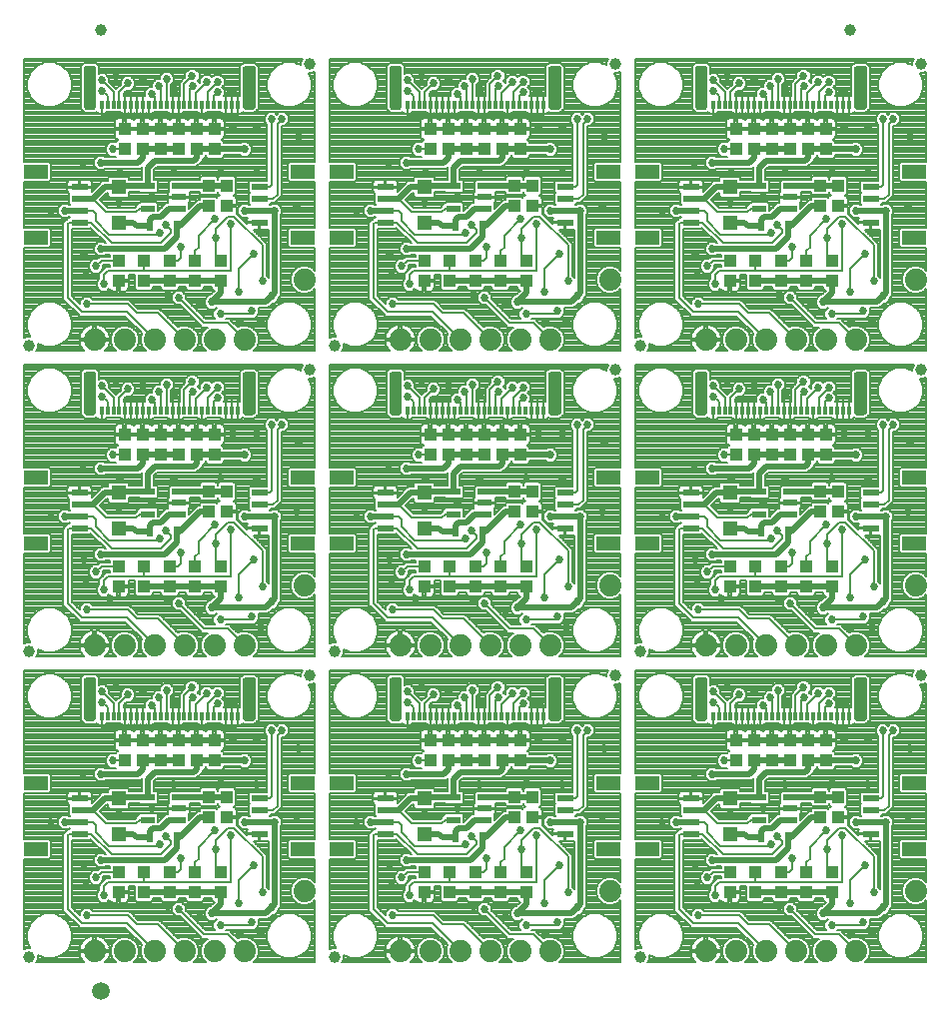
<source format=gtl>
G75*
%MOIN*%
%OFA0B0*%
%FSLAX25Y25*%
%IPPOS*%
%LPD*%
%AMOC8*
5,1,8,0,0,1.08239X$1,22.5*
%
%ADD10R,0.03937X0.04331*%
%ADD11R,0.02480X0.03268*%
%ADD12C,0.03937*%
%ADD13R,0.07874X0.04724*%
%ADD14R,0.05315X0.02362*%
%ADD15R,0.05118X0.05118*%
%ADD16R,0.01181X0.03150*%
%ADD17C,0.00600*%
%ADD18R,0.04724X0.02165*%
%ADD19C,0.07400*%
%ADD20C,0.05906*%
%ADD21C,0.00800*%
%ADD22C,0.02700*%
%ADD23C,0.02000*%
D10*
X0094144Y0053404D03*
X0094144Y0060096D03*
X0102644Y0060096D03*
X0102644Y0053404D03*
X0111144Y0053404D03*
X0111144Y0060096D03*
X0119644Y0060096D03*
X0119644Y0053404D03*
X0128144Y0053404D03*
X0128144Y0060096D03*
X0130144Y0078404D03*
X0124144Y0078404D03*
X0124144Y0085096D03*
X0130144Y0085096D03*
X0126144Y0097404D03*
X0120144Y0097404D03*
X0114144Y0097404D03*
X0108144Y0097404D03*
X0108144Y0104096D03*
X0114144Y0104096D03*
X0120144Y0104096D03*
X0126144Y0104096D03*
X0102144Y0104096D03*
X0096144Y0104096D03*
X0096144Y0097404D03*
X0102144Y0097404D03*
X0102644Y0155404D03*
X0094144Y0155404D03*
X0094144Y0162096D03*
X0102644Y0162096D03*
X0111144Y0162096D03*
X0111144Y0155404D03*
X0119644Y0155404D03*
X0119644Y0162096D03*
X0128144Y0162096D03*
X0128144Y0155404D03*
X0130144Y0180404D03*
X0124144Y0180404D03*
X0124144Y0187096D03*
X0130144Y0187096D03*
X0126144Y0199404D03*
X0120144Y0199404D03*
X0114144Y0199404D03*
X0108144Y0199404D03*
X0102144Y0199404D03*
X0096144Y0199404D03*
X0096144Y0206096D03*
X0102144Y0206096D03*
X0108144Y0206096D03*
X0114144Y0206096D03*
X0120144Y0206096D03*
X0126144Y0206096D03*
X0128144Y0257404D03*
X0128144Y0264096D03*
X0119644Y0264096D03*
X0119644Y0257404D03*
X0111144Y0257404D03*
X0111144Y0264096D03*
X0102644Y0264096D03*
X0102644Y0257404D03*
X0094144Y0257404D03*
X0094144Y0264096D03*
X0124144Y0282404D03*
X0130144Y0282404D03*
X0130144Y0289096D03*
X0124144Y0289096D03*
X0126144Y0301404D03*
X0120144Y0301404D03*
X0114144Y0301404D03*
X0108144Y0301404D03*
X0108144Y0308096D03*
X0114144Y0308096D03*
X0120144Y0308096D03*
X0126144Y0308096D03*
X0102144Y0308096D03*
X0096144Y0308096D03*
X0096144Y0301404D03*
X0102144Y0301404D03*
X0196144Y0264096D03*
X0196144Y0257404D03*
X0204644Y0257404D03*
X0204644Y0264096D03*
X0213144Y0264096D03*
X0213144Y0257404D03*
X0221644Y0257404D03*
X0221644Y0264096D03*
X0230144Y0264096D03*
X0230144Y0257404D03*
X0232144Y0282404D03*
X0226144Y0282404D03*
X0226144Y0289096D03*
X0232144Y0289096D03*
X0228144Y0301404D03*
X0222144Y0301404D03*
X0216144Y0301404D03*
X0216144Y0308096D03*
X0222144Y0308096D03*
X0228144Y0308096D03*
X0210144Y0308096D03*
X0204144Y0308096D03*
X0198144Y0308096D03*
X0198144Y0301404D03*
X0204144Y0301404D03*
X0210144Y0301404D03*
X0298144Y0264096D03*
X0298144Y0257404D03*
X0306644Y0257404D03*
X0306644Y0264096D03*
X0315144Y0264096D03*
X0315144Y0257404D03*
X0323644Y0257404D03*
X0323644Y0264096D03*
X0332144Y0264096D03*
X0332144Y0257404D03*
X0334144Y0282404D03*
X0328144Y0282404D03*
X0328144Y0289096D03*
X0334144Y0289096D03*
X0330144Y0301404D03*
X0324144Y0301404D03*
X0324144Y0308096D03*
X0330144Y0308096D03*
X0318144Y0308096D03*
X0312144Y0308096D03*
X0306144Y0308096D03*
X0300144Y0308096D03*
X0300144Y0301404D03*
X0306144Y0301404D03*
X0312144Y0301404D03*
X0318144Y0301404D03*
X0318144Y0206096D03*
X0312144Y0206096D03*
X0306144Y0206096D03*
X0300144Y0206096D03*
X0300144Y0199404D03*
X0306144Y0199404D03*
X0312144Y0199404D03*
X0318144Y0199404D03*
X0324144Y0199404D03*
X0330144Y0199404D03*
X0330144Y0206096D03*
X0324144Y0206096D03*
X0328144Y0187096D03*
X0334144Y0187096D03*
X0334144Y0180404D03*
X0328144Y0180404D03*
X0332144Y0162096D03*
X0323644Y0162096D03*
X0323644Y0155404D03*
X0332144Y0155404D03*
X0315144Y0155404D03*
X0315144Y0162096D03*
X0306644Y0162096D03*
X0306644Y0155404D03*
X0298144Y0155404D03*
X0298144Y0162096D03*
X0230144Y0162096D03*
X0230144Y0155404D03*
X0221644Y0155404D03*
X0221644Y0162096D03*
X0213144Y0162096D03*
X0213144Y0155404D03*
X0204644Y0155404D03*
X0204644Y0162096D03*
X0196144Y0162096D03*
X0196144Y0155404D03*
X0226144Y0180404D03*
X0232144Y0180404D03*
X0232144Y0187096D03*
X0226144Y0187096D03*
X0228144Y0199404D03*
X0222144Y0199404D03*
X0216144Y0199404D03*
X0210144Y0199404D03*
X0204144Y0199404D03*
X0198144Y0199404D03*
X0198144Y0206096D03*
X0204144Y0206096D03*
X0210144Y0206096D03*
X0216144Y0206096D03*
X0222144Y0206096D03*
X0228144Y0206096D03*
X0228144Y0104096D03*
X0222144Y0104096D03*
X0216144Y0104096D03*
X0216144Y0097404D03*
X0222144Y0097404D03*
X0228144Y0097404D03*
X0226144Y0085096D03*
X0232144Y0085096D03*
X0232144Y0078404D03*
X0226144Y0078404D03*
X0230144Y0060096D03*
X0230144Y0053404D03*
X0221644Y0053404D03*
X0221644Y0060096D03*
X0213144Y0060096D03*
X0213144Y0053404D03*
X0204644Y0053404D03*
X0204644Y0060096D03*
X0196144Y0060096D03*
X0196144Y0053404D03*
X0198144Y0097404D03*
X0204144Y0097404D03*
X0210144Y0097404D03*
X0210144Y0104096D03*
X0204144Y0104096D03*
X0198144Y0104096D03*
X0298144Y0060096D03*
X0298144Y0053404D03*
X0306644Y0053404D03*
X0306644Y0060096D03*
X0315144Y0060096D03*
X0315144Y0053404D03*
X0323644Y0053404D03*
X0323644Y0060096D03*
X0332144Y0060096D03*
X0332144Y0053404D03*
X0334144Y0078404D03*
X0328144Y0078404D03*
X0328144Y0085096D03*
X0334144Y0085096D03*
X0330144Y0097404D03*
X0324144Y0097404D03*
X0324144Y0104096D03*
X0330144Y0104096D03*
X0318144Y0104096D03*
X0312144Y0104096D03*
X0306144Y0104096D03*
X0300144Y0104096D03*
X0300144Y0097404D03*
X0306144Y0097404D03*
X0312144Y0097404D03*
X0318144Y0097404D03*
D11*
X0317671Y0071750D03*
X0308616Y0071750D03*
X0215671Y0071750D03*
X0206616Y0071750D03*
X0113671Y0071750D03*
X0104616Y0071750D03*
X0104616Y0173750D03*
X0113671Y0173750D03*
X0206616Y0173750D03*
X0215671Y0173750D03*
X0308616Y0173750D03*
X0317671Y0173750D03*
X0317671Y0275750D03*
X0308616Y0275750D03*
X0215671Y0275750D03*
X0206616Y0275750D03*
X0113671Y0275750D03*
X0104616Y0275750D03*
D12*
X0064269Y0235875D03*
X0158019Y0227625D03*
X0166269Y0235875D03*
X0260019Y0227625D03*
X0268269Y0235875D03*
X0362019Y0227625D03*
X0268269Y0133875D03*
X0260019Y0125625D03*
X0166269Y0133875D03*
X0158019Y0125625D03*
X0064269Y0133875D03*
X0064269Y0031875D03*
X0166269Y0031875D03*
X0268269Y0031875D03*
X0362019Y0125625D03*
X0362019Y0329625D03*
X0338144Y0341000D03*
X0260019Y0329625D03*
X0158019Y0329625D03*
X0088144Y0341000D03*
D13*
X0066675Y0293774D03*
X0066675Y0271726D03*
X0155612Y0271726D03*
X0168675Y0271726D03*
X0168675Y0293774D03*
X0155612Y0293774D03*
X0257612Y0293774D03*
X0270675Y0293774D03*
X0270675Y0271726D03*
X0257612Y0271726D03*
X0257612Y0191774D03*
X0270675Y0191774D03*
X0270675Y0169726D03*
X0257612Y0169726D03*
X0168675Y0169726D03*
X0155612Y0169726D03*
X0155612Y0191774D03*
X0168675Y0191774D03*
X0066675Y0191774D03*
X0066675Y0169726D03*
X0066675Y0089774D03*
X0066675Y0067726D03*
X0155612Y0067726D03*
X0168675Y0067726D03*
X0168675Y0089774D03*
X0155612Y0089774D03*
X0257612Y0089774D03*
X0270675Y0089774D03*
X0270675Y0067726D03*
X0257612Y0067726D03*
X0359612Y0067726D03*
X0359612Y0089774D03*
X0359612Y0169726D03*
X0359612Y0191774D03*
X0359612Y0271726D03*
X0359612Y0293774D03*
D14*
X0345144Y0288656D03*
X0345144Y0284719D03*
X0345144Y0280781D03*
X0345144Y0276844D03*
X0285144Y0276844D03*
X0285144Y0280781D03*
X0285144Y0284719D03*
X0285144Y0288656D03*
X0243144Y0288656D03*
X0243144Y0284719D03*
X0243144Y0280781D03*
X0243144Y0276844D03*
X0183144Y0276844D03*
X0183144Y0280781D03*
X0183144Y0284719D03*
X0183144Y0288656D03*
X0141144Y0288656D03*
X0141144Y0284719D03*
X0141144Y0280781D03*
X0141144Y0276844D03*
X0081144Y0276844D03*
X0081144Y0280781D03*
X0081144Y0284719D03*
X0081144Y0288656D03*
X0081144Y0186656D03*
X0081144Y0182719D03*
X0081144Y0178781D03*
X0081144Y0174844D03*
X0141144Y0174844D03*
X0141144Y0178781D03*
X0141144Y0182719D03*
X0141144Y0186656D03*
X0183144Y0186656D03*
X0183144Y0182719D03*
X0183144Y0178781D03*
X0183144Y0174844D03*
X0243144Y0174844D03*
X0243144Y0178781D03*
X0243144Y0182719D03*
X0243144Y0186656D03*
X0285144Y0186656D03*
X0285144Y0182719D03*
X0285144Y0178781D03*
X0285144Y0174844D03*
X0345144Y0174844D03*
X0345144Y0178781D03*
X0345144Y0182719D03*
X0345144Y0186656D03*
X0345144Y0084656D03*
X0345144Y0080719D03*
X0345144Y0076781D03*
X0345144Y0072844D03*
X0285144Y0072844D03*
X0285144Y0076781D03*
X0285144Y0080719D03*
X0285144Y0084656D03*
X0243144Y0084656D03*
X0243144Y0080719D03*
X0243144Y0076781D03*
X0243144Y0072844D03*
X0183144Y0072844D03*
X0183144Y0076781D03*
X0183144Y0080719D03*
X0183144Y0084656D03*
X0141144Y0084656D03*
X0141144Y0080719D03*
X0141144Y0076781D03*
X0141144Y0072844D03*
X0081144Y0072844D03*
X0081144Y0076781D03*
X0081144Y0080719D03*
X0081144Y0084656D03*
D15*
X0094144Y0084656D03*
X0094144Y0072844D03*
X0196144Y0072844D03*
X0196144Y0084656D03*
X0196144Y0174844D03*
X0196144Y0186656D03*
X0094144Y0186656D03*
X0094144Y0174844D03*
X0094144Y0276844D03*
X0094144Y0288656D03*
X0196144Y0288656D03*
X0196144Y0276844D03*
X0298144Y0276844D03*
X0298144Y0288656D03*
X0298144Y0186656D03*
X0298144Y0174844D03*
X0298144Y0084656D03*
X0298144Y0072844D03*
D16*
X0298411Y0112175D03*
X0296443Y0112175D03*
X0294474Y0112175D03*
X0292506Y0112175D03*
X0300380Y0112175D03*
X0302348Y0112175D03*
X0304317Y0112175D03*
X0306285Y0112175D03*
X0308254Y0112175D03*
X0310223Y0112175D03*
X0312191Y0112175D03*
X0314160Y0112175D03*
X0316128Y0112175D03*
X0318097Y0112175D03*
X0320065Y0112175D03*
X0322034Y0112175D03*
X0324002Y0112175D03*
X0325971Y0112175D03*
X0327939Y0112175D03*
X0329908Y0112175D03*
X0331876Y0112175D03*
X0333845Y0112175D03*
X0335813Y0112175D03*
X0337782Y0112175D03*
X0235782Y0112175D03*
X0233813Y0112175D03*
X0231845Y0112175D03*
X0229876Y0112175D03*
X0227908Y0112175D03*
X0225939Y0112175D03*
X0223971Y0112175D03*
X0222002Y0112175D03*
X0220034Y0112175D03*
X0218065Y0112175D03*
X0216097Y0112175D03*
X0214128Y0112175D03*
X0212160Y0112175D03*
X0210191Y0112175D03*
X0208223Y0112175D03*
X0206254Y0112175D03*
X0204285Y0112175D03*
X0202317Y0112175D03*
X0200348Y0112175D03*
X0198380Y0112175D03*
X0196411Y0112175D03*
X0194443Y0112175D03*
X0192474Y0112175D03*
X0190506Y0112175D03*
X0133782Y0112175D03*
X0131813Y0112175D03*
X0129845Y0112175D03*
X0127876Y0112175D03*
X0125908Y0112175D03*
X0123939Y0112175D03*
X0121971Y0112175D03*
X0120002Y0112175D03*
X0118034Y0112175D03*
X0116065Y0112175D03*
X0114097Y0112175D03*
X0112128Y0112175D03*
X0110160Y0112175D03*
X0108191Y0112175D03*
X0106223Y0112175D03*
X0104254Y0112175D03*
X0102285Y0112175D03*
X0100317Y0112175D03*
X0098348Y0112175D03*
X0096380Y0112175D03*
X0094411Y0112175D03*
X0092443Y0112175D03*
X0090474Y0112175D03*
X0088506Y0112175D03*
X0088506Y0214175D03*
X0090474Y0214175D03*
X0092443Y0214175D03*
X0094411Y0214175D03*
X0096380Y0214175D03*
X0098348Y0214175D03*
X0100317Y0214175D03*
X0102285Y0214175D03*
X0104254Y0214175D03*
X0106223Y0214175D03*
X0108191Y0214175D03*
X0110160Y0214175D03*
X0112128Y0214175D03*
X0114097Y0214175D03*
X0116065Y0214175D03*
X0118034Y0214175D03*
X0120002Y0214175D03*
X0121971Y0214175D03*
X0123939Y0214175D03*
X0125908Y0214175D03*
X0127876Y0214175D03*
X0129845Y0214175D03*
X0131813Y0214175D03*
X0133782Y0214175D03*
X0190506Y0214175D03*
X0192474Y0214175D03*
X0194443Y0214175D03*
X0196411Y0214175D03*
X0198380Y0214175D03*
X0200348Y0214175D03*
X0202317Y0214175D03*
X0204285Y0214175D03*
X0206254Y0214175D03*
X0208223Y0214175D03*
X0210191Y0214175D03*
X0212160Y0214175D03*
X0214128Y0214175D03*
X0216097Y0214175D03*
X0218065Y0214175D03*
X0220034Y0214175D03*
X0222002Y0214175D03*
X0223971Y0214175D03*
X0225939Y0214175D03*
X0227908Y0214175D03*
X0229876Y0214175D03*
X0231845Y0214175D03*
X0233813Y0214175D03*
X0235782Y0214175D03*
X0292506Y0214175D03*
X0294474Y0214175D03*
X0296443Y0214175D03*
X0298411Y0214175D03*
X0300380Y0214175D03*
X0302348Y0214175D03*
X0304317Y0214175D03*
X0306285Y0214175D03*
X0308254Y0214175D03*
X0310223Y0214175D03*
X0312191Y0214175D03*
X0314160Y0214175D03*
X0316128Y0214175D03*
X0318097Y0214175D03*
X0320065Y0214175D03*
X0322034Y0214175D03*
X0324002Y0214175D03*
X0325971Y0214175D03*
X0327939Y0214175D03*
X0329908Y0214175D03*
X0331876Y0214175D03*
X0333845Y0214175D03*
X0335813Y0214175D03*
X0337782Y0214175D03*
X0337782Y0316175D03*
X0335813Y0316175D03*
X0333845Y0316175D03*
X0331876Y0316175D03*
X0329908Y0316175D03*
X0327939Y0316175D03*
X0325971Y0316175D03*
X0324002Y0316175D03*
X0322034Y0316175D03*
X0320065Y0316175D03*
X0318097Y0316175D03*
X0316128Y0316175D03*
X0314160Y0316175D03*
X0312191Y0316175D03*
X0310223Y0316175D03*
X0308254Y0316175D03*
X0306285Y0316175D03*
X0304317Y0316175D03*
X0302348Y0316175D03*
X0300380Y0316175D03*
X0298411Y0316175D03*
X0296443Y0316175D03*
X0294474Y0316175D03*
X0292506Y0316175D03*
X0235782Y0316175D03*
X0233813Y0316175D03*
X0231845Y0316175D03*
X0229876Y0316175D03*
X0227908Y0316175D03*
X0225939Y0316175D03*
X0223971Y0316175D03*
X0222002Y0316175D03*
X0220034Y0316175D03*
X0218065Y0316175D03*
X0216097Y0316175D03*
X0214128Y0316175D03*
X0212160Y0316175D03*
X0210191Y0316175D03*
X0208223Y0316175D03*
X0206254Y0316175D03*
X0204285Y0316175D03*
X0202317Y0316175D03*
X0200348Y0316175D03*
X0198380Y0316175D03*
X0196411Y0316175D03*
X0194443Y0316175D03*
X0192474Y0316175D03*
X0190506Y0316175D03*
X0133782Y0316175D03*
X0131813Y0316175D03*
X0129845Y0316175D03*
X0127876Y0316175D03*
X0125908Y0316175D03*
X0123939Y0316175D03*
X0121971Y0316175D03*
X0120002Y0316175D03*
X0118034Y0316175D03*
X0116065Y0316175D03*
X0114097Y0316175D03*
X0112128Y0316175D03*
X0110160Y0316175D03*
X0108191Y0316175D03*
X0106223Y0316175D03*
X0104254Y0316175D03*
X0102285Y0316175D03*
X0100317Y0316175D03*
X0098348Y0316175D03*
X0096380Y0316175D03*
X0094411Y0316175D03*
X0092443Y0316175D03*
X0090474Y0316175D03*
X0088506Y0316175D03*
D17*
X0086341Y0316035D02*
X0082797Y0316035D01*
X0082797Y0315437D02*
X0086341Y0315437D01*
X0086341Y0315388D02*
X0085553Y0314600D01*
X0083585Y0314600D01*
X0082797Y0315388D01*
X0082797Y0328380D01*
X0083191Y0328774D01*
X0085947Y0328774D01*
X0086341Y0328380D01*
X0086341Y0315388D01*
X0085791Y0314838D02*
X0083347Y0314838D01*
X0082797Y0316634D02*
X0086341Y0316634D01*
X0086341Y0317232D02*
X0082797Y0317232D01*
X0082797Y0317831D02*
X0086341Y0317831D01*
X0086341Y0318429D02*
X0082797Y0318429D01*
X0082797Y0319028D02*
X0086341Y0319028D01*
X0086341Y0319627D02*
X0082797Y0319627D01*
X0082797Y0320225D02*
X0086341Y0320225D01*
X0086341Y0320824D02*
X0082797Y0320824D01*
X0082797Y0321422D02*
X0086341Y0321422D01*
X0086341Y0322021D02*
X0082797Y0322021D01*
X0082797Y0322619D02*
X0086341Y0322619D01*
X0086341Y0323218D02*
X0082797Y0323218D01*
X0082797Y0323816D02*
X0086341Y0323816D01*
X0086341Y0324415D02*
X0082797Y0324415D01*
X0082797Y0325013D02*
X0086341Y0325013D01*
X0086341Y0325612D02*
X0082797Y0325612D01*
X0082797Y0326210D02*
X0086341Y0326210D01*
X0086341Y0326809D02*
X0082797Y0326809D01*
X0082797Y0327407D02*
X0086341Y0327407D01*
X0086341Y0328006D02*
X0082797Y0328006D01*
X0083022Y0328604D02*
X0086116Y0328604D01*
X0135947Y0328380D02*
X0135947Y0315388D01*
X0136734Y0314600D01*
X0138703Y0314600D01*
X0139490Y0315388D01*
X0139490Y0328380D01*
X0139097Y0328774D01*
X0136341Y0328774D01*
X0135947Y0328380D01*
X0136171Y0328604D02*
X0139266Y0328604D01*
X0139490Y0328006D02*
X0135947Y0328006D01*
X0135947Y0327407D02*
X0139490Y0327407D01*
X0139490Y0326809D02*
X0135947Y0326809D01*
X0135947Y0326210D02*
X0139490Y0326210D01*
X0139490Y0325612D02*
X0135947Y0325612D01*
X0135947Y0325013D02*
X0139490Y0325013D01*
X0139490Y0324415D02*
X0135947Y0324415D01*
X0135947Y0323816D02*
X0139490Y0323816D01*
X0139490Y0323218D02*
X0135947Y0323218D01*
X0135947Y0322619D02*
X0139490Y0322619D01*
X0139490Y0322021D02*
X0135947Y0322021D01*
X0135947Y0321422D02*
X0139490Y0321422D01*
X0139490Y0320824D02*
X0135947Y0320824D01*
X0135947Y0320225D02*
X0139490Y0320225D01*
X0139490Y0319627D02*
X0135947Y0319627D01*
X0135947Y0319028D02*
X0139490Y0319028D01*
X0139490Y0318429D02*
X0135947Y0318429D01*
X0135947Y0317831D02*
X0139490Y0317831D01*
X0139490Y0317232D02*
X0135947Y0317232D01*
X0135947Y0316634D02*
X0139490Y0316634D01*
X0139490Y0316035D02*
X0135947Y0316035D01*
X0135947Y0315437D02*
X0139490Y0315437D01*
X0138941Y0314838D02*
X0136496Y0314838D01*
X0184797Y0315388D02*
X0185585Y0314600D01*
X0187553Y0314600D01*
X0188341Y0315388D01*
X0188341Y0328380D01*
X0187947Y0328774D01*
X0185191Y0328774D01*
X0184797Y0328380D01*
X0184797Y0315388D01*
X0184797Y0315437D02*
X0188341Y0315437D01*
X0188341Y0316035D02*
X0184797Y0316035D01*
X0184797Y0316634D02*
X0188341Y0316634D01*
X0188341Y0317232D02*
X0184797Y0317232D01*
X0184797Y0317831D02*
X0188341Y0317831D01*
X0188341Y0318429D02*
X0184797Y0318429D01*
X0184797Y0319028D02*
X0188341Y0319028D01*
X0188341Y0319627D02*
X0184797Y0319627D01*
X0184797Y0320225D02*
X0188341Y0320225D01*
X0188341Y0320824D02*
X0184797Y0320824D01*
X0184797Y0321422D02*
X0188341Y0321422D01*
X0188341Y0322021D02*
X0184797Y0322021D01*
X0184797Y0322619D02*
X0188341Y0322619D01*
X0188341Y0323218D02*
X0184797Y0323218D01*
X0184797Y0323816D02*
X0188341Y0323816D01*
X0188341Y0324415D02*
X0184797Y0324415D01*
X0184797Y0325013D02*
X0188341Y0325013D01*
X0188341Y0325612D02*
X0184797Y0325612D01*
X0184797Y0326210D02*
X0188341Y0326210D01*
X0188341Y0326809D02*
X0184797Y0326809D01*
X0184797Y0327407D02*
X0188341Y0327407D01*
X0188341Y0328006D02*
X0184797Y0328006D01*
X0185022Y0328604D02*
X0188116Y0328604D01*
X0187791Y0314838D02*
X0185347Y0314838D01*
X0237947Y0315388D02*
X0238734Y0314600D01*
X0240703Y0314600D01*
X0241490Y0315388D01*
X0241490Y0328380D01*
X0241097Y0328774D01*
X0238341Y0328774D01*
X0237947Y0328380D01*
X0237947Y0315388D01*
X0237947Y0315437D02*
X0241490Y0315437D01*
X0241490Y0316035D02*
X0237947Y0316035D01*
X0237947Y0316634D02*
X0241490Y0316634D01*
X0241490Y0317232D02*
X0237947Y0317232D01*
X0237947Y0317831D02*
X0241490Y0317831D01*
X0241490Y0318429D02*
X0237947Y0318429D01*
X0237947Y0319028D02*
X0241490Y0319028D01*
X0241490Y0319627D02*
X0237947Y0319627D01*
X0237947Y0320225D02*
X0241490Y0320225D01*
X0241490Y0320824D02*
X0237947Y0320824D01*
X0237947Y0321422D02*
X0241490Y0321422D01*
X0241490Y0322021D02*
X0237947Y0322021D01*
X0237947Y0322619D02*
X0241490Y0322619D01*
X0241490Y0323218D02*
X0237947Y0323218D01*
X0237947Y0323816D02*
X0241490Y0323816D01*
X0241490Y0324415D02*
X0237947Y0324415D01*
X0237947Y0325013D02*
X0241490Y0325013D01*
X0241490Y0325612D02*
X0237947Y0325612D01*
X0237947Y0326210D02*
X0241490Y0326210D01*
X0241490Y0326809D02*
X0237947Y0326809D01*
X0237947Y0327407D02*
X0241490Y0327407D01*
X0241490Y0328006D02*
X0237947Y0328006D01*
X0238171Y0328604D02*
X0241266Y0328604D01*
X0240941Y0314838D02*
X0238496Y0314838D01*
X0286797Y0315388D02*
X0287585Y0314600D01*
X0289553Y0314600D01*
X0290341Y0315388D01*
X0290341Y0328380D01*
X0289947Y0328774D01*
X0287191Y0328774D01*
X0286797Y0328380D01*
X0286797Y0315388D01*
X0286797Y0315437D02*
X0290341Y0315437D01*
X0290341Y0316035D02*
X0286797Y0316035D01*
X0286797Y0316634D02*
X0290341Y0316634D01*
X0290341Y0317232D02*
X0286797Y0317232D01*
X0286797Y0317831D02*
X0290341Y0317831D01*
X0290341Y0318429D02*
X0286797Y0318429D01*
X0286797Y0319028D02*
X0290341Y0319028D01*
X0290341Y0319627D02*
X0286797Y0319627D01*
X0286797Y0320225D02*
X0290341Y0320225D01*
X0290341Y0320824D02*
X0286797Y0320824D01*
X0286797Y0321422D02*
X0290341Y0321422D01*
X0290341Y0322021D02*
X0286797Y0322021D01*
X0286797Y0322619D02*
X0290341Y0322619D01*
X0290341Y0323218D02*
X0286797Y0323218D01*
X0286797Y0323816D02*
X0290341Y0323816D01*
X0290341Y0324415D02*
X0286797Y0324415D01*
X0286797Y0325013D02*
X0290341Y0325013D01*
X0290341Y0325612D02*
X0286797Y0325612D01*
X0286797Y0326210D02*
X0290341Y0326210D01*
X0290341Y0326809D02*
X0286797Y0326809D01*
X0286797Y0327407D02*
X0290341Y0327407D01*
X0290341Y0328006D02*
X0286797Y0328006D01*
X0287022Y0328604D02*
X0290116Y0328604D01*
X0289791Y0314838D02*
X0287347Y0314838D01*
X0339947Y0315388D02*
X0340734Y0314600D01*
X0342703Y0314600D01*
X0343490Y0315388D01*
X0343490Y0328380D01*
X0343097Y0328774D01*
X0340341Y0328774D01*
X0339947Y0328380D01*
X0339947Y0315388D01*
X0339947Y0315437D02*
X0343490Y0315437D01*
X0343490Y0316035D02*
X0339947Y0316035D01*
X0339947Y0316634D02*
X0343490Y0316634D01*
X0343490Y0317232D02*
X0339947Y0317232D01*
X0339947Y0317831D02*
X0343490Y0317831D01*
X0343490Y0318429D02*
X0339947Y0318429D01*
X0339947Y0319028D02*
X0343490Y0319028D01*
X0343490Y0319627D02*
X0339947Y0319627D01*
X0339947Y0320225D02*
X0343490Y0320225D01*
X0343490Y0320824D02*
X0339947Y0320824D01*
X0339947Y0321422D02*
X0343490Y0321422D01*
X0343490Y0322021D02*
X0339947Y0322021D01*
X0339947Y0322619D02*
X0343490Y0322619D01*
X0343490Y0323218D02*
X0339947Y0323218D01*
X0339947Y0323816D02*
X0343490Y0323816D01*
X0343490Y0324415D02*
X0339947Y0324415D01*
X0339947Y0325013D02*
X0343490Y0325013D01*
X0343490Y0325612D02*
X0339947Y0325612D01*
X0339947Y0326210D02*
X0343490Y0326210D01*
X0343490Y0326809D02*
X0339947Y0326809D01*
X0339947Y0327407D02*
X0343490Y0327407D01*
X0343490Y0328006D02*
X0339947Y0328006D01*
X0340171Y0328604D02*
X0343266Y0328604D01*
X0342941Y0314838D02*
X0340496Y0314838D01*
X0340341Y0226774D02*
X0343097Y0226774D01*
X0343490Y0226380D01*
X0343490Y0213388D01*
X0342703Y0212600D01*
X0340734Y0212600D01*
X0339947Y0213388D01*
X0339947Y0226380D01*
X0340341Y0226774D01*
X0339947Y0226259D02*
X0343490Y0226259D01*
X0343490Y0225660D02*
X0339947Y0225660D01*
X0339947Y0225062D02*
X0343490Y0225062D01*
X0343490Y0224463D02*
X0339947Y0224463D01*
X0339947Y0223865D02*
X0343490Y0223865D01*
X0343490Y0223266D02*
X0339947Y0223266D01*
X0339947Y0222668D02*
X0343490Y0222668D01*
X0343490Y0222069D02*
X0339947Y0222069D01*
X0339947Y0221471D02*
X0343490Y0221471D01*
X0343490Y0220872D02*
X0339947Y0220872D01*
X0339947Y0220274D02*
X0343490Y0220274D01*
X0343490Y0219675D02*
X0339947Y0219675D01*
X0339947Y0219077D02*
X0343490Y0219077D01*
X0343490Y0218478D02*
X0339947Y0218478D01*
X0339947Y0217880D02*
X0343490Y0217880D01*
X0343490Y0217281D02*
X0339947Y0217281D01*
X0339947Y0216683D02*
X0343490Y0216683D01*
X0343490Y0216084D02*
X0339947Y0216084D01*
X0339947Y0215486D02*
X0343490Y0215486D01*
X0343490Y0214887D02*
X0339947Y0214887D01*
X0339947Y0214289D02*
X0343490Y0214289D01*
X0343490Y0213690D02*
X0339947Y0213690D01*
X0340243Y0213091D02*
X0343194Y0213091D01*
X0290341Y0213388D02*
X0289553Y0212600D01*
X0287585Y0212600D01*
X0286797Y0213388D01*
X0286797Y0226380D01*
X0287191Y0226774D01*
X0289947Y0226774D01*
X0290341Y0226380D01*
X0290341Y0213388D01*
X0290341Y0213690D02*
X0286797Y0213690D01*
X0286797Y0214289D02*
X0290341Y0214289D01*
X0290341Y0214887D02*
X0286797Y0214887D01*
X0286797Y0215486D02*
X0290341Y0215486D01*
X0290341Y0216084D02*
X0286797Y0216084D01*
X0286797Y0216683D02*
X0290341Y0216683D01*
X0290341Y0217281D02*
X0286797Y0217281D01*
X0286797Y0217880D02*
X0290341Y0217880D01*
X0290341Y0218478D02*
X0286797Y0218478D01*
X0286797Y0219077D02*
X0290341Y0219077D01*
X0290341Y0219675D02*
X0286797Y0219675D01*
X0286797Y0220274D02*
X0290341Y0220274D01*
X0290341Y0220872D02*
X0286797Y0220872D01*
X0286797Y0221471D02*
X0290341Y0221471D01*
X0290341Y0222069D02*
X0286797Y0222069D01*
X0286797Y0222668D02*
X0290341Y0222668D01*
X0290341Y0223266D02*
X0286797Y0223266D01*
X0286797Y0223865D02*
X0290341Y0223865D01*
X0290341Y0224463D02*
X0286797Y0224463D01*
X0286797Y0225062D02*
X0290341Y0225062D01*
X0290341Y0225660D02*
X0286797Y0225660D01*
X0286797Y0226259D02*
X0290341Y0226259D01*
X0290044Y0213091D02*
X0287094Y0213091D01*
X0241490Y0213388D02*
X0240703Y0212600D01*
X0238734Y0212600D01*
X0237947Y0213388D01*
X0237947Y0226380D01*
X0238341Y0226774D01*
X0241097Y0226774D01*
X0241490Y0226380D01*
X0241490Y0213388D01*
X0241490Y0213690D02*
X0237947Y0213690D01*
X0237947Y0214289D02*
X0241490Y0214289D01*
X0241490Y0214887D02*
X0237947Y0214887D01*
X0237947Y0215486D02*
X0241490Y0215486D01*
X0241490Y0216084D02*
X0237947Y0216084D01*
X0237947Y0216683D02*
X0241490Y0216683D01*
X0241490Y0217281D02*
X0237947Y0217281D01*
X0237947Y0217880D02*
X0241490Y0217880D01*
X0241490Y0218478D02*
X0237947Y0218478D01*
X0237947Y0219077D02*
X0241490Y0219077D01*
X0241490Y0219675D02*
X0237947Y0219675D01*
X0237947Y0220274D02*
X0241490Y0220274D01*
X0241490Y0220872D02*
X0237947Y0220872D01*
X0237947Y0221471D02*
X0241490Y0221471D01*
X0241490Y0222069D02*
X0237947Y0222069D01*
X0237947Y0222668D02*
X0241490Y0222668D01*
X0241490Y0223266D02*
X0237947Y0223266D01*
X0237947Y0223865D02*
X0241490Y0223865D01*
X0241490Y0224463D02*
X0237947Y0224463D01*
X0237947Y0225062D02*
X0241490Y0225062D01*
X0241490Y0225660D02*
X0237947Y0225660D01*
X0237947Y0226259D02*
X0241490Y0226259D01*
X0241194Y0213091D02*
X0238243Y0213091D01*
X0188341Y0213388D02*
X0187553Y0212600D01*
X0185585Y0212600D01*
X0184797Y0213388D01*
X0184797Y0226380D01*
X0185191Y0226774D01*
X0187947Y0226774D01*
X0188341Y0226380D01*
X0188341Y0213388D01*
X0188341Y0213690D02*
X0184797Y0213690D01*
X0184797Y0214289D02*
X0188341Y0214289D01*
X0188341Y0214887D02*
X0184797Y0214887D01*
X0184797Y0215486D02*
X0188341Y0215486D01*
X0188341Y0216084D02*
X0184797Y0216084D01*
X0184797Y0216683D02*
X0188341Y0216683D01*
X0188341Y0217281D02*
X0184797Y0217281D01*
X0184797Y0217880D02*
X0188341Y0217880D01*
X0188341Y0218478D02*
X0184797Y0218478D01*
X0184797Y0219077D02*
X0188341Y0219077D01*
X0188341Y0219675D02*
X0184797Y0219675D01*
X0184797Y0220274D02*
X0188341Y0220274D01*
X0188341Y0220872D02*
X0184797Y0220872D01*
X0184797Y0221471D02*
X0188341Y0221471D01*
X0188341Y0222069D02*
X0184797Y0222069D01*
X0184797Y0222668D02*
X0188341Y0222668D01*
X0188341Y0223266D02*
X0184797Y0223266D01*
X0184797Y0223865D02*
X0188341Y0223865D01*
X0188341Y0224463D02*
X0184797Y0224463D01*
X0184797Y0225062D02*
X0188341Y0225062D01*
X0188341Y0225660D02*
X0184797Y0225660D01*
X0184797Y0226259D02*
X0188341Y0226259D01*
X0188044Y0213091D02*
X0185094Y0213091D01*
X0139490Y0213388D02*
X0138703Y0212600D01*
X0136734Y0212600D01*
X0135947Y0213388D01*
X0135947Y0226380D01*
X0136341Y0226774D01*
X0139097Y0226774D01*
X0139490Y0226380D01*
X0139490Y0213388D01*
X0139490Y0213690D02*
X0135947Y0213690D01*
X0135947Y0214289D02*
X0139490Y0214289D01*
X0139490Y0214887D02*
X0135947Y0214887D01*
X0135947Y0215486D02*
X0139490Y0215486D01*
X0139490Y0216084D02*
X0135947Y0216084D01*
X0135947Y0216683D02*
X0139490Y0216683D01*
X0139490Y0217281D02*
X0135947Y0217281D01*
X0135947Y0217880D02*
X0139490Y0217880D01*
X0139490Y0218478D02*
X0135947Y0218478D01*
X0135947Y0219077D02*
X0139490Y0219077D01*
X0139490Y0219675D02*
X0135947Y0219675D01*
X0135947Y0220274D02*
X0139490Y0220274D01*
X0139490Y0220872D02*
X0135947Y0220872D01*
X0135947Y0221471D02*
X0139490Y0221471D01*
X0139490Y0222069D02*
X0135947Y0222069D01*
X0135947Y0222668D02*
X0139490Y0222668D01*
X0139490Y0223266D02*
X0135947Y0223266D01*
X0135947Y0223865D02*
X0139490Y0223865D01*
X0139490Y0224463D02*
X0135947Y0224463D01*
X0135947Y0225062D02*
X0139490Y0225062D01*
X0139490Y0225660D02*
X0135947Y0225660D01*
X0135947Y0226259D02*
X0139490Y0226259D01*
X0139194Y0213091D02*
X0136243Y0213091D01*
X0086341Y0213388D02*
X0085553Y0212600D01*
X0083585Y0212600D01*
X0082797Y0213388D01*
X0082797Y0226380D01*
X0083191Y0226774D01*
X0085947Y0226774D01*
X0086341Y0226380D01*
X0086341Y0213388D01*
X0086341Y0213690D02*
X0082797Y0213690D01*
X0082797Y0214289D02*
X0086341Y0214289D01*
X0086341Y0214887D02*
X0082797Y0214887D01*
X0082797Y0215486D02*
X0086341Y0215486D01*
X0086341Y0216084D02*
X0082797Y0216084D01*
X0082797Y0216683D02*
X0086341Y0216683D01*
X0086341Y0217281D02*
X0082797Y0217281D01*
X0082797Y0217880D02*
X0086341Y0217880D01*
X0086341Y0218478D02*
X0082797Y0218478D01*
X0082797Y0219077D02*
X0086341Y0219077D01*
X0086341Y0219675D02*
X0082797Y0219675D01*
X0082797Y0220274D02*
X0086341Y0220274D01*
X0086341Y0220872D02*
X0082797Y0220872D01*
X0082797Y0221471D02*
X0086341Y0221471D01*
X0086341Y0222069D02*
X0082797Y0222069D01*
X0082797Y0222668D02*
X0086341Y0222668D01*
X0086341Y0223266D02*
X0082797Y0223266D01*
X0082797Y0223865D02*
X0086341Y0223865D01*
X0086341Y0224463D02*
X0082797Y0224463D01*
X0082797Y0225062D02*
X0086341Y0225062D01*
X0086341Y0225660D02*
X0082797Y0225660D01*
X0082797Y0226259D02*
X0086341Y0226259D01*
X0086044Y0213091D02*
X0083094Y0213091D01*
X0083191Y0124774D02*
X0085947Y0124774D01*
X0086341Y0124380D01*
X0086341Y0111388D01*
X0085553Y0110600D01*
X0083585Y0110600D01*
X0082797Y0111388D01*
X0082797Y0124380D01*
X0083191Y0124774D01*
X0082929Y0124512D02*
X0086209Y0124512D01*
X0086341Y0123913D02*
X0082797Y0123913D01*
X0082797Y0123315D02*
X0086341Y0123315D01*
X0086341Y0122716D02*
X0082797Y0122716D01*
X0082797Y0122118D02*
X0086341Y0122118D01*
X0086341Y0121519D02*
X0082797Y0121519D01*
X0082797Y0120921D02*
X0086341Y0120921D01*
X0086341Y0120322D02*
X0082797Y0120322D01*
X0082797Y0119724D02*
X0086341Y0119724D01*
X0086341Y0119125D02*
X0082797Y0119125D01*
X0082797Y0118527D02*
X0086341Y0118527D01*
X0086341Y0117928D02*
X0082797Y0117928D01*
X0082797Y0117330D02*
X0086341Y0117330D01*
X0086341Y0116731D02*
X0082797Y0116731D01*
X0082797Y0116133D02*
X0086341Y0116133D01*
X0086341Y0115534D02*
X0082797Y0115534D01*
X0082797Y0114936D02*
X0086341Y0114936D01*
X0086341Y0114337D02*
X0082797Y0114337D01*
X0082797Y0113739D02*
X0086341Y0113739D01*
X0086341Y0113140D02*
X0082797Y0113140D01*
X0082797Y0112542D02*
X0086341Y0112542D01*
X0086341Y0111943D02*
X0082797Y0111943D01*
X0082841Y0111345D02*
X0086297Y0111345D01*
X0085699Y0110746D02*
X0083439Y0110746D01*
X0135947Y0111388D02*
X0136734Y0110600D01*
X0138703Y0110600D01*
X0139490Y0111388D01*
X0139490Y0124380D01*
X0139097Y0124774D01*
X0136341Y0124774D01*
X0135947Y0124380D01*
X0135947Y0111388D01*
X0135990Y0111345D02*
X0139447Y0111345D01*
X0139490Y0111943D02*
X0135947Y0111943D01*
X0135947Y0112542D02*
X0139490Y0112542D01*
X0139490Y0113140D02*
X0135947Y0113140D01*
X0135947Y0113739D02*
X0139490Y0113739D01*
X0139490Y0114337D02*
X0135947Y0114337D01*
X0135947Y0114936D02*
X0139490Y0114936D01*
X0139490Y0115534D02*
X0135947Y0115534D01*
X0135947Y0116133D02*
X0139490Y0116133D01*
X0139490Y0116731D02*
X0135947Y0116731D01*
X0135947Y0117330D02*
X0139490Y0117330D01*
X0139490Y0117928D02*
X0135947Y0117928D01*
X0135947Y0118527D02*
X0139490Y0118527D01*
X0139490Y0119125D02*
X0135947Y0119125D01*
X0135947Y0119724D02*
X0139490Y0119724D01*
X0139490Y0120322D02*
X0135947Y0120322D01*
X0135947Y0120921D02*
X0139490Y0120921D01*
X0139490Y0121519D02*
X0135947Y0121519D01*
X0135947Y0122118D02*
X0139490Y0122118D01*
X0139490Y0122716D02*
X0135947Y0122716D01*
X0135947Y0123315D02*
X0139490Y0123315D01*
X0139490Y0123913D02*
X0135947Y0123913D01*
X0136079Y0124512D02*
X0139358Y0124512D01*
X0138848Y0110746D02*
X0136589Y0110746D01*
X0184797Y0111388D02*
X0185585Y0110600D01*
X0187553Y0110600D01*
X0188341Y0111388D01*
X0188341Y0124380D01*
X0187947Y0124774D01*
X0185191Y0124774D01*
X0184797Y0124380D01*
X0184797Y0111388D01*
X0184841Y0111345D02*
X0188297Y0111345D01*
X0188341Y0111943D02*
X0184797Y0111943D01*
X0184797Y0112542D02*
X0188341Y0112542D01*
X0188341Y0113140D02*
X0184797Y0113140D01*
X0184797Y0113739D02*
X0188341Y0113739D01*
X0188341Y0114337D02*
X0184797Y0114337D01*
X0184797Y0114936D02*
X0188341Y0114936D01*
X0188341Y0115534D02*
X0184797Y0115534D01*
X0184797Y0116133D02*
X0188341Y0116133D01*
X0188341Y0116731D02*
X0184797Y0116731D01*
X0184797Y0117330D02*
X0188341Y0117330D01*
X0188341Y0117928D02*
X0184797Y0117928D01*
X0184797Y0118527D02*
X0188341Y0118527D01*
X0188341Y0119125D02*
X0184797Y0119125D01*
X0184797Y0119724D02*
X0188341Y0119724D01*
X0188341Y0120322D02*
X0184797Y0120322D01*
X0184797Y0120921D02*
X0188341Y0120921D01*
X0188341Y0121519D02*
X0184797Y0121519D01*
X0184797Y0122118D02*
X0188341Y0122118D01*
X0188341Y0122716D02*
X0184797Y0122716D01*
X0184797Y0123315D02*
X0188341Y0123315D01*
X0188341Y0123913D02*
X0184797Y0123913D01*
X0184929Y0124512D02*
X0188209Y0124512D01*
X0187699Y0110746D02*
X0185439Y0110746D01*
X0237947Y0111388D02*
X0238734Y0110600D01*
X0240703Y0110600D01*
X0241490Y0111388D01*
X0241490Y0124380D01*
X0241097Y0124774D01*
X0238341Y0124774D01*
X0237947Y0124380D01*
X0237947Y0111388D01*
X0237990Y0111345D02*
X0241447Y0111345D01*
X0241490Y0111943D02*
X0237947Y0111943D01*
X0237947Y0112542D02*
X0241490Y0112542D01*
X0241490Y0113140D02*
X0237947Y0113140D01*
X0237947Y0113739D02*
X0241490Y0113739D01*
X0241490Y0114337D02*
X0237947Y0114337D01*
X0237947Y0114936D02*
X0241490Y0114936D01*
X0241490Y0115534D02*
X0237947Y0115534D01*
X0237947Y0116133D02*
X0241490Y0116133D01*
X0241490Y0116731D02*
X0237947Y0116731D01*
X0237947Y0117330D02*
X0241490Y0117330D01*
X0241490Y0117928D02*
X0237947Y0117928D01*
X0237947Y0118527D02*
X0241490Y0118527D01*
X0241490Y0119125D02*
X0237947Y0119125D01*
X0237947Y0119724D02*
X0241490Y0119724D01*
X0241490Y0120322D02*
X0237947Y0120322D01*
X0237947Y0120921D02*
X0241490Y0120921D01*
X0241490Y0121519D02*
X0237947Y0121519D01*
X0237947Y0122118D02*
X0241490Y0122118D01*
X0241490Y0122716D02*
X0237947Y0122716D01*
X0237947Y0123315D02*
X0241490Y0123315D01*
X0241490Y0123913D02*
X0237947Y0123913D01*
X0238079Y0124512D02*
X0241358Y0124512D01*
X0240848Y0110746D02*
X0238589Y0110746D01*
X0286797Y0111388D02*
X0287585Y0110600D01*
X0289553Y0110600D01*
X0290341Y0111388D01*
X0290341Y0124380D01*
X0289947Y0124774D01*
X0287191Y0124774D01*
X0286797Y0124380D01*
X0286797Y0111388D01*
X0286841Y0111345D02*
X0290297Y0111345D01*
X0290341Y0111943D02*
X0286797Y0111943D01*
X0286797Y0112542D02*
X0290341Y0112542D01*
X0290341Y0113140D02*
X0286797Y0113140D01*
X0286797Y0113739D02*
X0290341Y0113739D01*
X0290341Y0114337D02*
X0286797Y0114337D01*
X0286797Y0114936D02*
X0290341Y0114936D01*
X0290341Y0115534D02*
X0286797Y0115534D01*
X0286797Y0116133D02*
X0290341Y0116133D01*
X0290341Y0116731D02*
X0286797Y0116731D01*
X0286797Y0117330D02*
X0290341Y0117330D01*
X0290341Y0117928D02*
X0286797Y0117928D01*
X0286797Y0118527D02*
X0290341Y0118527D01*
X0290341Y0119125D02*
X0286797Y0119125D01*
X0286797Y0119724D02*
X0290341Y0119724D01*
X0290341Y0120322D02*
X0286797Y0120322D01*
X0286797Y0120921D02*
X0290341Y0120921D01*
X0290341Y0121519D02*
X0286797Y0121519D01*
X0286797Y0122118D02*
X0290341Y0122118D01*
X0290341Y0122716D02*
X0286797Y0122716D01*
X0286797Y0123315D02*
X0290341Y0123315D01*
X0290341Y0123913D02*
X0286797Y0123913D01*
X0286929Y0124512D02*
X0290209Y0124512D01*
X0289699Y0110746D02*
X0287439Y0110746D01*
X0339947Y0111388D02*
X0340734Y0110600D01*
X0342703Y0110600D01*
X0343490Y0111388D01*
X0343490Y0124380D01*
X0343097Y0124774D01*
X0340341Y0124774D01*
X0339947Y0124380D01*
X0339947Y0111388D01*
X0339990Y0111345D02*
X0343447Y0111345D01*
X0343490Y0111943D02*
X0339947Y0111943D01*
X0339947Y0112542D02*
X0343490Y0112542D01*
X0343490Y0113140D02*
X0339947Y0113140D01*
X0339947Y0113739D02*
X0343490Y0113739D01*
X0343490Y0114337D02*
X0339947Y0114337D01*
X0339947Y0114936D02*
X0343490Y0114936D01*
X0343490Y0115534D02*
X0339947Y0115534D01*
X0339947Y0116133D02*
X0343490Y0116133D01*
X0343490Y0116731D02*
X0339947Y0116731D01*
X0339947Y0117330D02*
X0343490Y0117330D01*
X0343490Y0117928D02*
X0339947Y0117928D01*
X0339947Y0118527D02*
X0343490Y0118527D01*
X0343490Y0119125D02*
X0339947Y0119125D01*
X0339947Y0119724D02*
X0343490Y0119724D01*
X0343490Y0120322D02*
X0339947Y0120322D01*
X0339947Y0120921D02*
X0343490Y0120921D01*
X0343490Y0121519D02*
X0339947Y0121519D01*
X0339947Y0122118D02*
X0343490Y0122118D01*
X0343490Y0122716D02*
X0339947Y0122716D01*
X0339947Y0123315D02*
X0343490Y0123315D01*
X0343490Y0123913D02*
X0339947Y0123913D01*
X0340079Y0124512D02*
X0343358Y0124512D01*
X0342848Y0110746D02*
X0340589Y0110746D01*
D18*
X0318262Y0084990D03*
X0318262Y0081250D03*
X0318262Y0077510D03*
X0308025Y0077510D03*
X0308025Y0084990D03*
X0216262Y0084990D03*
X0216262Y0081250D03*
X0216262Y0077510D03*
X0206025Y0077510D03*
X0206025Y0084990D03*
X0114262Y0084990D03*
X0114262Y0081250D03*
X0114262Y0077510D03*
X0104025Y0077510D03*
X0104025Y0084990D03*
X0104025Y0179510D03*
X0104025Y0186990D03*
X0114262Y0186990D03*
X0114262Y0183250D03*
X0114262Y0179510D03*
X0206025Y0179510D03*
X0206025Y0186990D03*
X0216262Y0186990D03*
X0216262Y0183250D03*
X0216262Y0179510D03*
X0308025Y0179510D03*
X0308025Y0186990D03*
X0318262Y0186990D03*
X0318262Y0183250D03*
X0318262Y0179510D03*
X0318262Y0281510D03*
X0318262Y0285250D03*
X0318262Y0288990D03*
X0308025Y0288990D03*
X0308025Y0281510D03*
X0216262Y0281510D03*
X0216262Y0285250D03*
X0216262Y0288990D03*
X0206025Y0288990D03*
X0206025Y0281510D03*
X0114262Y0281510D03*
X0114262Y0285250D03*
X0114262Y0288990D03*
X0104025Y0288990D03*
X0104025Y0281510D03*
D19*
X0106144Y0237750D03*
X0116144Y0237750D03*
X0126144Y0237750D03*
X0136144Y0237750D03*
X0156144Y0257750D03*
X0188144Y0237750D03*
X0198144Y0237750D03*
X0208144Y0237750D03*
X0218144Y0237750D03*
X0228144Y0237750D03*
X0238144Y0237750D03*
X0258144Y0257750D03*
X0290144Y0237750D03*
X0300144Y0237750D03*
X0310144Y0237750D03*
X0320144Y0237750D03*
X0330144Y0237750D03*
X0340144Y0237750D03*
X0360144Y0257750D03*
X0360144Y0155750D03*
X0340144Y0135750D03*
X0330144Y0135750D03*
X0320144Y0135750D03*
X0310144Y0135750D03*
X0300144Y0135750D03*
X0290144Y0135750D03*
X0258144Y0155750D03*
X0238144Y0135750D03*
X0228144Y0135750D03*
X0218144Y0135750D03*
X0208144Y0135750D03*
X0198144Y0135750D03*
X0188144Y0135750D03*
X0156144Y0155750D03*
X0136144Y0135750D03*
X0126144Y0135750D03*
X0116144Y0135750D03*
X0106144Y0135750D03*
X0096144Y0135750D03*
X0086144Y0135750D03*
X0156144Y0053750D03*
X0136144Y0033750D03*
X0126144Y0033750D03*
X0116144Y0033750D03*
X0106144Y0033750D03*
X0096144Y0033750D03*
X0086144Y0033750D03*
X0188144Y0033750D03*
X0198144Y0033750D03*
X0208144Y0033750D03*
X0218144Y0033750D03*
X0228144Y0033750D03*
X0238144Y0033750D03*
X0258144Y0053750D03*
X0290144Y0033750D03*
X0300144Y0033750D03*
X0310144Y0033750D03*
X0320144Y0033750D03*
X0330144Y0033750D03*
X0340144Y0033750D03*
X0360144Y0053750D03*
X0096144Y0237750D03*
X0086144Y0237750D03*
D20*
X0088144Y0020500D03*
D21*
X0062544Y0034348D02*
X0062544Y0064364D01*
X0071026Y0064364D01*
X0071612Y0064950D01*
X0071612Y0070503D01*
X0071026Y0071089D01*
X0062544Y0071089D01*
X0062544Y0086411D01*
X0071026Y0086411D01*
X0071612Y0086997D01*
X0071612Y0092550D01*
X0071026Y0093136D01*
X0062544Y0093136D01*
X0062544Y0127350D01*
X0155546Y0127350D01*
X0155502Y0127307D01*
X0155050Y0126215D01*
X0155050Y0125250D01*
X0152636Y0126250D01*
X0149652Y0126250D01*
X0146895Y0125108D01*
X0144786Y0122998D01*
X0143644Y0120242D01*
X0143644Y0117258D01*
X0144786Y0114502D01*
X0146895Y0112392D01*
X0149652Y0111250D01*
X0152636Y0111250D01*
X0155392Y0112392D01*
X0157502Y0114502D01*
X0158644Y0117258D01*
X0158644Y0120242D01*
X0157644Y0122656D01*
X0158609Y0122656D01*
X0159700Y0123108D01*
X0159744Y0123152D01*
X0159744Y0093136D01*
X0151261Y0093136D01*
X0150675Y0092550D01*
X0150675Y0086997D01*
X0151261Y0086411D01*
X0159744Y0086411D01*
X0159744Y0071089D01*
X0151261Y0071089D01*
X0150675Y0070503D01*
X0150675Y0064950D01*
X0151261Y0064364D01*
X0159744Y0064364D01*
X0159744Y0056797D01*
X0158806Y0057734D01*
X0157079Y0058450D01*
X0155209Y0058450D01*
X0153481Y0057734D01*
X0152159Y0056412D01*
X0151444Y0054685D01*
X0151444Y0052815D01*
X0152159Y0051088D01*
X0153481Y0049766D01*
X0155209Y0049050D01*
X0157079Y0049050D01*
X0158806Y0049766D01*
X0159744Y0050703D01*
X0159744Y0030150D01*
X0139191Y0030150D01*
X0140128Y0031088D01*
X0140844Y0032815D01*
X0140844Y0034685D01*
X0140128Y0036412D01*
X0138806Y0037734D01*
X0137079Y0038450D01*
X0135209Y0038450D01*
X0133947Y0037927D01*
X0132044Y0039830D01*
X0131224Y0040650D01*
X0129817Y0040650D01*
X0130017Y0040850D01*
X0138224Y0040850D01*
X0138274Y0040900D01*
X0139617Y0040900D01*
X0140994Y0042277D01*
X0140994Y0044223D01*
X0140967Y0044250D01*
X0143972Y0044250D01*
X0145622Y0045900D01*
X0146117Y0045900D01*
X0147494Y0047277D01*
X0147494Y0047772D01*
X0148144Y0048422D01*
X0148144Y0075427D01*
X0148494Y0075777D01*
X0148494Y0077723D01*
X0147117Y0079100D01*
X0145170Y0079100D01*
X0144852Y0078781D01*
X0144460Y0078781D01*
X0144801Y0079123D01*
X0144801Y0079319D01*
X0146224Y0079319D01*
X0148544Y0081639D01*
X0148544Y0104950D01*
X0149617Y0104950D01*
X0150994Y0106327D01*
X0150994Y0108273D01*
X0149617Y0109650D01*
X0147670Y0109650D01*
X0146869Y0108848D01*
X0146117Y0109600D01*
X0144170Y0109600D01*
X0142794Y0108223D01*
X0142794Y0106277D01*
X0143744Y0105327D01*
X0143744Y0086837D01*
X0138072Y0086837D01*
X0137486Y0086251D01*
X0137486Y0083060D01*
X0137859Y0082687D01*
X0137486Y0082314D01*
X0137486Y0079123D01*
X0137828Y0078781D01*
X0137436Y0078781D01*
X0137117Y0079100D01*
X0135170Y0079100D01*
X0133794Y0077723D01*
X0133794Y0075777D01*
X0135170Y0074400D01*
X0137117Y0074400D01*
X0137145Y0074427D01*
X0137086Y0074210D01*
X0137086Y0073035D01*
X0140953Y0073035D01*
X0140953Y0072654D01*
X0137086Y0072654D01*
X0137086Y0072287D01*
X0133472Y0075902D01*
X0133512Y0076054D01*
X0133512Y0078004D01*
X0130544Y0078004D01*
X0130544Y0078804D01*
X0133512Y0078804D01*
X0133512Y0080753D01*
X0133417Y0081109D01*
X0133233Y0081429D01*
X0132972Y0081689D01*
X0132653Y0081873D01*
X0132438Y0081931D01*
X0132526Y0081931D01*
X0133112Y0082517D01*
X0133112Y0087676D01*
X0132526Y0088262D01*
X0127761Y0088262D01*
X0127175Y0087676D01*
X0127175Y0087096D01*
X0127112Y0087096D01*
X0127112Y0087676D01*
X0126526Y0088262D01*
X0121761Y0088262D01*
X0121175Y0087676D01*
X0121175Y0086990D01*
X0117121Y0086990D01*
X0117039Y0087073D01*
X0111486Y0087073D01*
X0110900Y0086487D01*
X0110900Y0083493D01*
X0110990Y0083403D01*
X0110780Y0083192D01*
X0110595Y0082873D01*
X0110500Y0082517D01*
X0110500Y0081391D01*
X0114121Y0081391D01*
X0114121Y0081109D01*
X0110500Y0081109D01*
X0110500Y0079983D01*
X0110595Y0079627D01*
X0110663Y0079510D01*
X0110075Y0079510D01*
X0107392Y0076827D01*
X0107387Y0076827D01*
X0107387Y0079007D01*
X0106802Y0079593D01*
X0101249Y0079593D01*
X0100663Y0079007D01*
X0100663Y0078910D01*
X0100564Y0078910D01*
X0099458Y0077804D01*
X0090507Y0077804D01*
X0088016Y0080294D01*
X0090378Y0082656D01*
X0090585Y0082656D01*
X0090585Y0081682D01*
X0091170Y0081096D01*
X0097117Y0081096D01*
X0097703Y0081682D01*
X0097703Y0082990D01*
X0101166Y0082990D01*
X0101249Y0082907D01*
X0106802Y0082907D01*
X0107387Y0083493D01*
X0107387Y0086487D01*
X0106802Y0087073D01*
X0106025Y0087073D01*
X0106025Y0090303D01*
X0106972Y0091250D01*
X0119972Y0091250D01*
X0122144Y0093422D01*
X0122144Y0094238D01*
X0122526Y0094238D01*
X0123112Y0094824D01*
X0123112Y0095404D01*
X0123175Y0095404D01*
X0123175Y0094824D01*
X0123761Y0094238D01*
X0128526Y0094238D01*
X0129112Y0094824D01*
X0129112Y0095404D01*
X0134667Y0095404D01*
X0135170Y0094900D01*
X0137117Y0094900D01*
X0138494Y0096277D01*
X0138494Y0098223D01*
X0137117Y0099600D01*
X0135170Y0099600D01*
X0134974Y0099404D01*
X0129112Y0099404D01*
X0129112Y0099983D01*
X0128526Y0100569D01*
X0128438Y0100569D01*
X0128653Y0100627D01*
X0128972Y0100811D01*
X0129233Y0101071D01*
X0129417Y0101391D01*
X0129512Y0101747D01*
X0129512Y0103696D01*
X0126544Y0103696D01*
X0126544Y0104496D01*
X0129512Y0104496D01*
X0129512Y0106446D01*
X0129417Y0106802D01*
X0129233Y0107121D01*
X0128972Y0107382D01*
X0128653Y0107566D01*
X0128297Y0107662D01*
X0126544Y0107662D01*
X0126544Y0104496D01*
X0125744Y0104496D01*
X0125744Y0103696D01*
X0120544Y0103696D01*
X0120544Y0104496D01*
X0123512Y0104496D01*
X0125744Y0104496D01*
X0125744Y0107662D01*
X0123991Y0107662D01*
X0123635Y0107566D01*
X0123316Y0107382D01*
X0123144Y0107210D01*
X0122972Y0107382D01*
X0122653Y0107566D01*
X0122297Y0107662D01*
X0120544Y0107662D01*
X0120544Y0104496D01*
X0119744Y0104496D01*
X0119744Y0103696D01*
X0114544Y0103696D01*
X0114544Y0104496D01*
X0116775Y0104496D01*
X0119744Y0104496D01*
X0119744Y0107662D01*
X0117991Y0107662D01*
X0117635Y0107566D01*
X0117316Y0107382D01*
X0117144Y0107210D01*
X0116972Y0107382D01*
X0116653Y0107566D01*
X0116297Y0107662D01*
X0114544Y0107662D01*
X0114544Y0104496D01*
X0113744Y0104496D01*
X0113744Y0103696D01*
X0110775Y0103696D01*
X0108544Y0103696D01*
X0108544Y0104496D01*
X0113744Y0104496D01*
X0113744Y0107662D01*
X0111991Y0107662D01*
X0111635Y0107566D01*
X0111316Y0107382D01*
X0111144Y0107210D01*
X0110972Y0107382D01*
X0110653Y0107566D01*
X0110297Y0107662D01*
X0108544Y0107662D01*
X0108544Y0104496D01*
X0107744Y0104496D01*
X0107744Y0103696D01*
X0102544Y0103696D01*
X0102544Y0104496D01*
X0104775Y0104496D01*
X0107744Y0104496D01*
X0107744Y0107662D01*
X0105991Y0107662D01*
X0105635Y0107566D01*
X0105316Y0107382D01*
X0105144Y0107210D01*
X0104972Y0107382D01*
X0104653Y0107566D01*
X0104297Y0107662D01*
X0102544Y0107662D01*
X0102544Y0104496D01*
X0101744Y0104496D01*
X0101744Y0103696D01*
X0098775Y0103696D01*
X0096544Y0103696D01*
X0096544Y0104496D01*
X0101744Y0104496D01*
X0101744Y0107662D01*
X0099991Y0107662D01*
X0099635Y0107566D01*
X0099316Y0107382D01*
X0099144Y0107210D01*
X0098972Y0107382D01*
X0098653Y0107566D01*
X0098297Y0107662D01*
X0096544Y0107662D01*
X0096544Y0104496D01*
X0095744Y0104496D01*
X0095744Y0103696D01*
X0092775Y0103696D01*
X0092775Y0101747D01*
X0092871Y0101391D01*
X0093055Y0101071D01*
X0093316Y0100811D01*
X0093635Y0100627D01*
X0093850Y0100569D01*
X0093761Y0100569D01*
X0093175Y0099983D01*
X0093175Y0099592D01*
X0093167Y0099600D01*
X0091220Y0099600D01*
X0089844Y0098223D01*
X0089844Y0096277D01*
X0091220Y0094900D01*
X0093167Y0094900D01*
X0093175Y0094908D01*
X0093175Y0094824D01*
X0093249Y0094750D01*
X0089467Y0094750D01*
X0089117Y0095100D01*
X0087170Y0095100D01*
X0085794Y0093723D01*
X0085794Y0091777D01*
X0087170Y0090400D01*
X0089117Y0090400D01*
X0089467Y0090750D01*
X0101472Y0090750D01*
X0102025Y0091303D01*
X0102025Y0087073D01*
X0101249Y0087073D01*
X0101166Y0086990D01*
X0097703Y0086990D01*
X0097703Y0087629D01*
X0097117Y0088215D01*
X0091170Y0088215D01*
X0090585Y0087629D01*
X0090585Y0086655D01*
X0088721Y0086655D01*
X0087549Y0085484D01*
X0087549Y0085484D01*
X0085145Y0083079D01*
X0085201Y0083290D01*
X0085201Y0084465D01*
X0081334Y0084465D01*
X0081334Y0084846D01*
X0080953Y0084846D01*
X0080953Y0084465D01*
X0077086Y0084465D01*
X0077086Y0083290D01*
X0077182Y0082934D01*
X0077366Y0082615D01*
X0077577Y0082404D01*
X0077486Y0082314D01*
X0077486Y0079123D01*
X0077828Y0078781D01*
X0077436Y0078781D01*
X0077117Y0079100D01*
X0075170Y0079100D01*
X0073794Y0077723D01*
X0073794Y0075777D01*
X0075170Y0074400D01*
X0077117Y0074400D01*
X0077499Y0074781D01*
X0077828Y0074781D01*
X0077486Y0074440D01*
X0077486Y0074244D01*
X0077158Y0074244D01*
X0076564Y0073650D01*
X0076564Y0073650D01*
X0075744Y0072830D01*
X0075744Y0047170D01*
X0080544Y0042370D01*
X0081364Y0041550D01*
X0096364Y0041550D01*
X0101967Y0035947D01*
X0101444Y0034685D01*
X0101444Y0032815D01*
X0102159Y0031088D01*
X0103097Y0030150D01*
X0099191Y0030150D01*
X0100128Y0031088D01*
X0100844Y0032815D01*
X0100844Y0034685D01*
X0100128Y0036412D01*
X0098806Y0037734D01*
X0097079Y0038450D01*
X0095209Y0038450D01*
X0093481Y0037734D01*
X0092159Y0036412D01*
X0091444Y0034685D01*
X0091444Y0032815D01*
X0092159Y0031088D01*
X0093097Y0030150D01*
X0089756Y0030150D01*
X0090034Y0030428D01*
X0090506Y0031077D01*
X0090870Y0031792D01*
X0091118Y0032556D01*
X0091244Y0033349D01*
X0091244Y0033350D01*
X0086544Y0033350D01*
X0086544Y0034150D01*
X0091244Y0034150D01*
X0091244Y0034151D01*
X0091118Y0034944D01*
X0090870Y0035708D01*
X0090506Y0036423D01*
X0090034Y0037072D01*
X0089466Y0037640D01*
X0088817Y0038112D01*
X0088101Y0038476D01*
X0087338Y0038724D01*
X0086545Y0038850D01*
X0086544Y0038850D01*
X0086544Y0034150D01*
X0085744Y0034150D01*
X0085744Y0038850D01*
X0085742Y0038850D01*
X0084949Y0038724D01*
X0084186Y0038476D01*
X0083471Y0038112D01*
X0082821Y0037640D01*
X0082254Y0037072D01*
X0081782Y0036423D01*
X0081417Y0035708D01*
X0081169Y0034944D01*
X0081044Y0034151D01*
X0081044Y0034150D01*
X0085744Y0034150D01*
X0085744Y0033350D01*
X0081044Y0033350D01*
X0081044Y0033349D01*
X0081169Y0032556D01*
X0081417Y0031792D01*
X0081782Y0031077D01*
X0082254Y0030428D01*
X0082531Y0030150D01*
X0066742Y0030150D01*
X0066785Y0030193D01*
X0067237Y0031285D01*
X0067237Y0032250D01*
X0069652Y0031250D01*
X0072636Y0031250D01*
X0075392Y0032392D01*
X0077502Y0034502D01*
X0078644Y0037258D01*
X0078644Y0040242D01*
X0077502Y0042998D01*
X0075392Y0045108D01*
X0072636Y0046250D01*
X0069652Y0046250D01*
X0066895Y0045108D01*
X0064786Y0042998D01*
X0063644Y0040242D01*
X0063644Y0037258D01*
X0064644Y0034843D01*
X0063678Y0034843D01*
X0062587Y0034392D01*
X0062544Y0034348D01*
X0062544Y0035138D02*
X0064522Y0035138D01*
X0064191Y0035937D02*
X0062544Y0035937D01*
X0062544Y0036735D02*
X0063860Y0036735D01*
X0063644Y0037534D02*
X0062544Y0037534D01*
X0062544Y0038332D02*
X0063644Y0038332D01*
X0063644Y0039131D02*
X0062544Y0039131D01*
X0062544Y0039929D02*
X0063644Y0039929D01*
X0063845Y0040728D02*
X0062544Y0040728D01*
X0062544Y0041526D02*
X0064176Y0041526D01*
X0064507Y0042325D02*
X0062544Y0042325D01*
X0062544Y0043123D02*
X0064910Y0043123D01*
X0065709Y0043922D02*
X0062544Y0043922D01*
X0062544Y0044720D02*
X0066507Y0044720D01*
X0067887Y0045519D02*
X0062544Y0045519D01*
X0062544Y0046317D02*
X0076597Y0046317D01*
X0077395Y0045519D02*
X0074401Y0045519D01*
X0075780Y0044720D02*
X0078194Y0044720D01*
X0078992Y0043922D02*
X0076579Y0043922D01*
X0077377Y0043123D02*
X0079791Y0043123D01*
X0080589Y0042325D02*
X0077781Y0042325D01*
X0078112Y0041526D02*
X0096388Y0041526D01*
X0097186Y0040728D02*
X0078443Y0040728D01*
X0078644Y0039929D02*
X0097985Y0039929D01*
X0098783Y0039131D02*
X0078644Y0039131D01*
X0078644Y0038332D02*
X0083903Y0038332D01*
X0082715Y0037534D02*
X0078644Y0037534D01*
X0078427Y0036735D02*
X0082009Y0036735D01*
X0081534Y0035937D02*
X0078096Y0035937D01*
X0077766Y0035138D02*
X0081232Y0035138D01*
X0081074Y0034340D02*
X0077340Y0034340D01*
X0076541Y0033541D02*
X0085744Y0033541D01*
X0085744Y0034340D02*
X0086544Y0034340D01*
X0086544Y0035138D02*
X0085744Y0035138D01*
X0085744Y0035937D02*
X0086544Y0035937D01*
X0086544Y0036735D02*
X0085744Y0036735D01*
X0085744Y0037534D02*
X0086544Y0037534D01*
X0086544Y0038332D02*
X0085744Y0038332D01*
X0088384Y0038332D02*
X0094924Y0038332D01*
X0093281Y0037534D02*
X0089573Y0037534D01*
X0090279Y0036735D02*
X0092482Y0036735D01*
X0091962Y0035937D02*
X0090753Y0035937D01*
X0091055Y0035138D02*
X0091631Y0035138D01*
X0091444Y0034340D02*
X0091214Y0034340D01*
X0091444Y0033541D02*
X0086544Y0033541D01*
X0090919Y0031944D02*
X0091805Y0031944D01*
X0092135Y0031146D02*
X0090541Y0031146D01*
X0089953Y0030347D02*
X0092900Y0030347D01*
X0091474Y0032743D02*
X0091148Y0032743D01*
X0097363Y0038332D02*
X0099582Y0038332D01*
X0099007Y0037534D02*
X0100380Y0037534D01*
X0099805Y0036735D02*
X0101179Y0036735D01*
X0101962Y0035937D02*
X0100325Y0035937D01*
X0100656Y0035138D02*
X0101631Y0035138D01*
X0101444Y0034340D02*
X0100844Y0034340D01*
X0100844Y0033541D02*
X0101444Y0033541D01*
X0101474Y0032743D02*
X0100814Y0032743D01*
X0100483Y0031944D02*
X0101805Y0031944D01*
X0102135Y0031146D02*
X0100152Y0031146D01*
X0099388Y0030347D02*
X0102900Y0030347D01*
X0106144Y0033750D02*
X0096944Y0042950D01*
X0081944Y0042950D01*
X0077144Y0047750D01*
X0077144Y0072250D01*
X0077738Y0072844D01*
X0081144Y0072844D01*
X0085049Y0072844D01*
X0091777Y0066117D01*
X0108167Y0066117D01*
X0111431Y0069381D01*
X0111431Y0070573D01*
X0109834Y0072170D01*
X0108064Y0069347D02*
X0107564Y0068847D01*
X0091047Y0068847D01*
X0086644Y0073250D01*
X0086644Y0075750D01*
X0085612Y0076781D01*
X0081144Y0076781D01*
X0077553Y0079056D02*
X0077161Y0079056D01*
X0077486Y0079855D02*
X0062544Y0079855D01*
X0062544Y0080653D02*
X0077486Y0080653D01*
X0077486Y0081452D02*
X0062544Y0081452D01*
X0062544Y0082250D02*
X0077486Y0082250D01*
X0077151Y0083049D02*
X0062544Y0083049D01*
X0062544Y0083847D02*
X0077086Y0083847D01*
X0077086Y0084846D02*
X0080953Y0084846D01*
X0080953Y0087237D01*
X0078302Y0087237D01*
X0077946Y0087141D01*
X0077627Y0086957D01*
X0077366Y0086696D01*
X0077182Y0086377D01*
X0077086Y0086021D01*
X0077086Y0084846D01*
X0077086Y0085444D02*
X0062544Y0085444D01*
X0062544Y0084646D02*
X0080953Y0084646D01*
X0081334Y0084646D02*
X0086711Y0084646D01*
X0087510Y0085444D02*
X0085201Y0085444D01*
X0085201Y0086021D02*
X0085106Y0086377D01*
X0084922Y0086696D01*
X0084661Y0086957D01*
X0084342Y0087141D01*
X0083986Y0087237D01*
X0081334Y0087237D01*
X0081334Y0084846D01*
X0085201Y0084846D01*
X0085201Y0086021D01*
X0085142Y0086243D02*
X0088308Y0086243D01*
X0090585Y0087041D02*
X0084515Y0087041D01*
X0081334Y0087041D02*
X0080953Y0087041D01*
X0080953Y0086243D02*
X0081334Y0086243D01*
X0081334Y0085444D02*
X0080953Y0085444D01*
X0077773Y0087041D02*
X0071612Y0087041D01*
X0071612Y0087840D02*
X0090796Y0087840D01*
X0086536Y0091034D02*
X0071612Y0091034D01*
X0071612Y0091832D02*
X0085794Y0091832D01*
X0085794Y0092631D02*
X0071531Y0092631D01*
X0071612Y0090235D02*
X0102025Y0090235D01*
X0102025Y0089437D02*
X0071612Y0089437D01*
X0071612Y0088638D02*
X0102025Y0088638D01*
X0102025Y0087840D02*
X0097492Y0087840D01*
X0097703Y0087041D02*
X0101217Y0087041D01*
X0101756Y0091034D02*
X0102025Y0091034D01*
X0106025Y0090235D02*
X0143744Y0090235D01*
X0143744Y0089437D02*
X0106025Y0089437D01*
X0106025Y0088638D02*
X0143744Y0088638D01*
X0143744Y0087840D02*
X0132948Y0087840D01*
X0133112Y0087041D02*
X0143744Y0087041D01*
X0145144Y0085250D02*
X0145144Y0107250D01*
X0142794Y0107004D02*
X0129300Y0107004D01*
X0129512Y0106206D02*
X0142865Y0106206D01*
X0143663Y0105407D02*
X0129512Y0105407D01*
X0129512Y0104609D02*
X0143744Y0104609D01*
X0143744Y0103810D02*
X0126544Y0103810D01*
X0126544Y0104609D02*
X0125744Y0104609D01*
X0125744Y0105407D02*
X0126544Y0105407D01*
X0126544Y0106206D02*
X0125744Y0106206D01*
X0125744Y0107004D02*
X0126544Y0107004D01*
X0128394Y0109480D02*
X0128714Y0109296D01*
X0129070Y0109200D01*
X0129844Y0109200D01*
X0129844Y0109949D01*
X0129845Y0109949D01*
X0129845Y0109200D01*
X0130619Y0109200D01*
X0130829Y0109257D01*
X0131038Y0109200D01*
X0131813Y0109200D01*
X0131813Y0109949D01*
X0131813Y0109949D01*
X0131813Y0109949D01*
X0131813Y0109200D01*
X0132588Y0109200D01*
X0132797Y0109257D01*
X0133007Y0109200D01*
X0133781Y0109200D01*
X0133781Y0109949D01*
X0133782Y0109949D01*
X0133782Y0109200D01*
X0134556Y0109200D01*
X0134912Y0109296D01*
X0135232Y0109480D01*
X0135492Y0109741D01*
X0135589Y0109908D01*
X0136196Y0109300D01*
X0139241Y0109300D01*
X0140003Y0110062D01*
X0140790Y0110849D01*
X0140790Y0124918D01*
X0140029Y0125680D01*
X0139635Y0126074D01*
X0135802Y0126074D01*
X0135041Y0125312D01*
X0134647Y0124918D01*
X0134647Y0115126D01*
X0134556Y0115150D01*
X0133782Y0115150D01*
X0133782Y0114402D01*
X0133781Y0114402D01*
X0133781Y0115150D01*
X0133007Y0115150D01*
X0132797Y0115094D01*
X0132588Y0115150D01*
X0131813Y0115150D01*
X0131038Y0115150D01*
X0130829Y0115094D01*
X0130619Y0115150D01*
X0129845Y0115150D01*
X0129845Y0114402D01*
X0129845Y0114402D01*
X0129844Y0114402D01*
X0129844Y0115150D01*
X0129367Y0115150D01*
X0129494Y0115277D01*
X0129494Y0117223D01*
X0128717Y0118000D01*
X0129494Y0118777D01*
X0129494Y0120723D01*
X0128117Y0122100D01*
X0126170Y0122100D01*
X0125394Y0121323D01*
X0124617Y0122100D01*
X0122670Y0122100D01*
X0121294Y0120723D01*
X0121294Y0119380D01*
X0121194Y0119280D01*
X0121194Y0119323D01*
X0120467Y0120050D01*
X0121094Y0120677D01*
X0121094Y0122623D01*
X0119717Y0124000D01*
X0117770Y0124000D01*
X0116394Y0122623D01*
X0116394Y0121280D01*
X0114665Y0119551D01*
X0114665Y0115150D01*
X0114097Y0115150D01*
X0114097Y0114402D01*
X0114097Y0114402D01*
X0114096Y0114402D01*
X0114096Y0115150D01*
X0113322Y0115150D01*
X0113112Y0115094D01*
X0112903Y0115150D01*
X0112128Y0115150D01*
X0111559Y0115150D01*
X0111559Y0118842D01*
X0112494Y0119777D01*
X0112494Y0121723D01*
X0111117Y0123100D01*
X0109170Y0123100D01*
X0107794Y0121723D01*
X0107794Y0120600D01*
X0106670Y0120600D01*
X0105294Y0119223D01*
X0105294Y0118100D01*
X0104170Y0118100D01*
X0102794Y0116723D01*
X0102794Y0115150D01*
X0102286Y0115150D01*
X0102286Y0114402D01*
X0102285Y0114402D01*
X0102285Y0115150D01*
X0101511Y0115150D01*
X0101301Y0115094D01*
X0101092Y0115150D01*
X0100317Y0115150D01*
X0100317Y0114402D01*
X0100317Y0115150D01*
X0099542Y0115150D01*
X0099333Y0115094D01*
X0099123Y0115150D01*
X0098349Y0115150D01*
X0098349Y0114402D01*
X0098348Y0114402D01*
X0098348Y0115150D01*
X0097574Y0115150D01*
X0097364Y0115094D01*
X0097155Y0115150D01*
X0096380Y0115150D01*
X0096380Y0114402D01*
X0096380Y0115150D01*
X0095811Y0115150D01*
X0095811Y0115938D01*
X0096774Y0116900D01*
X0098117Y0116900D01*
X0099494Y0118277D01*
X0099494Y0120223D01*
X0098117Y0121600D01*
X0096170Y0121600D01*
X0094794Y0120223D01*
X0094794Y0118880D01*
X0093394Y0117480D01*
X0090994Y0119880D01*
X0090994Y0121223D01*
X0089617Y0122600D01*
X0087670Y0122600D01*
X0087641Y0122570D01*
X0087641Y0124918D01*
X0087247Y0125312D01*
X0087247Y0125312D01*
X0086485Y0126074D01*
X0082653Y0126074D01*
X0081891Y0125312D01*
X0081497Y0124918D01*
X0081497Y0110849D01*
X0082259Y0110088D01*
X0083046Y0109300D01*
X0086092Y0109300D01*
X0086699Y0109908D01*
X0086795Y0109741D01*
X0087056Y0109480D01*
X0087375Y0109296D01*
X0087731Y0109200D01*
X0088506Y0109200D01*
X0089281Y0109200D01*
X0089637Y0109296D01*
X0089956Y0109480D01*
X0090076Y0109600D01*
X0094810Y0109600D01*
X0094930Y0109480D01*
X0095249Y0109296D01*
X0095605Y0109200D01*
X0096380Y0109200D01*
X0096380Y0109949D01*
X0096380Y0109949D01*
X0096380Y0109949D01*
X0096380Y0109200D01*
X0097155Y0109200D01*
X0097364Y0109257D01*
X0097574Y0109200D01*
X0098348Y0109200D01*
X0098348Y0109949D01*
X0098348Y0109949D01*
X0098349Y0109949D01*
X0098349Y0109200D01*
X0099123Y0109200D01*
X0099333Y0109257D01*
X0099542Y0109200D01*
X0100317Y0109200D01*
X0100317Y0109949D01*
X0100317Y0109949D01*
X0100317Y0109949D01*
X0100317Y0109200D01*
X0101092Y0109200D01*
X0101301Y0109257D01*
X0101511Y0109200D01*
X0102285Y0109200D01*
X0102285Y0109949D01*
X0102285Y0109949D01*
X0102286Y0109949D01*
X0102286Y0109200D01*
X0103060Y0109200D01*
X0103270Y0109257D01*
X0103479Y0109200D01*
X0104254Y0109200D01*
X0104254Y0109949D01*
X0104254Y0109949D01*
X0104254Y0109949D01*
X0104254Y0109200D01*
X0105029Y0109200D01*
X0105385Y0109296D01*
X0105704Y0109480D01*
X0105824Y0109600D01*
X0110558Y0109600D01*
X0110678Y0109480D01*
X0110997Y0109296D01*
X0111353Y0109200D01*
X0112128Y0109200D01*
X0112128Y0109949D01*
X0112128Y0109949D01*
X0112128Y0109949D01*
X0112128Y0109200D01*
X0112903Y0109200D01*
X0113112Y0109257D01*
X0113322Y0109200D01*
X0114096Y0109200D01*
X0114096Y0109949D01*
X0114097Y0109949D01*
X0114097Y0109200D01*
X0114871Y0109200D01*
X0115227Y0109296D01*
X0115547Y0109480D01*
X0115667Y0109600D01*
X0120400Y0109600D01*
X0120520Y0109480D01*
X0120840Y0109296D01*
X0121196Y0109200D01*
X0121970Y0109200D01*
X0121970Y0109949D01*
X0121971Y0109949D01*
X0121971Y0109200D01*
X0122745Y0109200D01*
X0123101Y0109296D01*
X0123421Y0109480D01*
X0123541Y0109600D01*
X0128274Y0109600D01*
X0128394Y0109480D01*
X0128534Y0109400D02*
X0123281Y0109400D01*
X0121971Y0109400D02*
X0121970Y0109400D01*
X0121971Y0109949D02*
X0121971Y0109949D01*
X0120660Y0109400D02*
X0115407Y0109400D01*
X0114097Y0109400D02*
X0114096Y0109400D01*
X0114097Y0109949D02*
X0114097Y0109949D01*
X0114097Y0108297D02*
X0114097Y0112175D01*
X0114097Y0115797D01*
X0112644Y0117250D01*
X0112128Y0116734D01*
X0112128Y0112175D01*
X0112128Y0108266D01*
X0112144Y0108250D01*
X0114144Y0108250D01*
X0114097Y0108297D01*
X0114144Y0108250D02*
X0122144Y0108250D01*
X0121971Y0108423D01*
X0121971Y0112175D01*
X0123939Y0112175D02*
X0123939Y0116545D01*
X0127144Y0119750D01*
X0129494Y0119780D02*
X0134647Y0119780D01*
X0134647Y0118982D02*
X0129494Y0118982D01*
X0128900Y0118183D02*
X0134647Y0118183D01*
X0134647Y0117385D02*
X0129332Y0117385D01*
X0129494Y0116586D02*
X0134647Y0116586D01*
X0134647Y0115788D02*
X0129494Y0115788D01*
X0129845Y0115451D02*
X0130644Y0116250D01*
X0131644Y0116250D01*
X0131813Y0116081D01*
X0131813Y0112175D01*
X0131813Y0108419D01*
X0131644Y0108250D01*
X0133144Y0108250D01*
X0133782Y0108888D01*
X0133782Y0112175D01*
X0133782Y0115612D01*
X0133144Y0116250D01*
X0131644Y0116250D01*
X0131813Y0115150D02*
X0131813Y0114402D01*
X0131813Y0114402D01*
X0131813Y0114402D01*
X0131813Y0115150D01*
X0131813Y0114989D02*
X0131813Y0114989D01*
X0129845Y0114989D02*
X0129844Y0114989D01*
X0129845Y0115451D02*
X0129845Y0112175D01*
X0129845Y0108549D01*
X0130144Y0108250D01*
X0131644Y0108250D01*
X0131813Y0109400D02*
X0131813Y0109400D01*
X0129845Y0109400D02*
X0129844Y0109400D01*
X0129845Y0109949D02*
X0129845Y0109949D01*
X0130144Y0108250D02*
X0122144Y0108250D01*
X0120544Y0107004D02*
X0119744Y0107004D01*
X0119744Y0106206D02*
X0120544Y0106206D01*
X0120544Y0105407D02*
X0119744Y0105407D01*
X0119744Y0104609D02*
X0120544Y0104609D01*
X0120544Y0103810D02*
X0125744Y0103810D01*
X0129512Y0103012D02*
X0143744Y0103012D01*
X0143744Y0102213D02*
X0129512Y0102213D01*
X0129423Y0101415D02*
X0143744Y0101415D01*
X0143744Y0100616D02*
X0128613Y0100616D01*
X0129112Y0099818D02*
X0143744Y0099818D01*
X0143744Y0099019D02*
X0137698Y0099019D01*
X0138494Y0098220D02*
X0143744Y0098220D01*
X0143744Y0097422D02*
X0138494Y0097422D01*
X0138494Y0096623D02*
X0143744Y0096623D01*
X0143744Y0095825D02*
X0138042Y0095825D01*
X0137244Y0095026D02*
X0143744Y0095026D01*
X0143744Y0094228D02*
X0122144Y0094228D01*
X0122144Y0093429D02*
X0143744Y0093429D01*
X0143744Y0092631D02*
X0121353Y0092631D01*
X0120555Y0091832D02*
X0143744Y0091832D01*
X0143744Y0091034D02*
X0106756Y0091034D01*
X0106025Y0087840D02*
X0121339Y0087840D01*
X0121175Y0087041D02*
X0117070Y0087041D01*
X0117861Y0082990D02*
X0121175Y0082990D01*
X0121175Y0082517D01*
X0121761Y0081931D01*
X0126526Y0081931D01*
X0127112Y0082517D01*
X0127112Y0083096D01*
X0127175Y0083096D01*
X0127175Y0082517D01*
X0127761Y0081931D01*
X0127850Y0081931D01*
X0127635Y0081873D01*
X0127316Y0081689D01*
X0127055Y0081429D01*
X0126913Y0081182D01*
X0126526Y0081569D01*
X0121761Y0081569D01*
X0121175Y0080983D01*
X0121175Y0080404D01*
X0120469Y0080404D01*
X0117624Y0077559D01*
X0117624Y0079007D01*
X0117534Y0079097D01*
X0117745Y0079308D01*
X0117929Y0079627D01*
X0118024Y0079983D01*
X0118024Y0081109D01*
X0114404Y0081109D01*
X0114404Y0081391D01*
X0118024Y0081391D01*
X0118024Y0082517D01*
X0117929Y0082873D01*
X0117861Y0082990D01*
X0118024Y0082250D02*
X0121442Y0082250D01*
X0121644Y0081452D02*
X0118024Y0081452D01*
X0118024Y0080653D02*
X0121175Y0080653D01*
X0119920Y0079855D02*
X0117990Y0079855D01*
X0117575Y0079056D02*
X0119122Y0079056D01*
X0118323Y0078258D02*
X0117624Y0078258D01*
X0126394Y0074000D02*
X0120777Y0068383D01*
X0120777Y0064383D01*
X0120394Y0064000D01*
X0119644Y0063250D01*
X0119644Y0060096D01*
X0114994Y0061100D02*
X0113990Y0060096D01*
X0111144Y0060096D01*
X0114994Y0061100D02*
X0114994Y0064750D01*
X0126627Y0067767D02*
X0126627Y0061613D01*
X0128144Y0060096D01*
X0131644Y0056750D02*
X0102644Y0056750D01*
X0090644Y0056750D01*
X0089144Y0055250D01*
X0089144Y0052250D01*
X0090887Y0050670D02*
X0091055Y0050379D01*
X0091316Y0050118D01*
X0091635Y0049934D01*
X0091991Y0049838D01*
X0093744Y0049838D01*
X0093744Y0053003D01*
X0094544Y0053003D01*
X0094544Y0049838D01*
X0096297Y0049838D01*
X0096653Y0049934D01*
X0096972Y0050118D01*
X0097233Y0050379D01*
X0097417Y0050698D01*
X0097512Y0051054D01*
X0097512Y0053004D01*
X0094544Y0053004D01*
X0094544Y0053804D01*
X0097512Y0053804D01*
X0097512Y0055350D01*
X0099675Y0055350D01*
X0099675Y0050824D01*
X0100261Y0050238D01*
X0105026Y0050238D01*
X0105612Y0050824D01*
X0105612Y0051404D01*
X0108175Y0051404D01*
X0108175Y0050824D01*
X0108761Y0050238D01*
X0113526Y0050238D01*
X0114112Y0050824D01*
X0114112Y0051404D01*
X0116675Y0051404D01*
X0116675Y0050824D01*
X0117261Y0050238D01*
X0122026Y0050238D01*
X0122612Y0050824D01*
X0122612Y0051404D01*
X0125175Y0051404D01*
X0125175Y0050824D01*
X0125761Y0050238D01*
X0126144Y0050238D01*
X0126144Y0050078D01*
X0124665Y0048600D01*
X0124170Y0048600D01*
X0122794Y0047223D01*
X0122794Y0045277D01*
X0124170Y0043900D01*
X0126117Y0043900D01*
X0126467Y0044250D01*
X0126770Y0044250D01*
X0125744Y0043223D01*
X0125744Y0041277D01*
X0126370Y0040650D01*
X0123224Y0040650D01*
X0116494Y0047380D01*
X0116494Y0048723D01*
X0115117Y0050100D01*
X0113170Y0050100D01*
X0111794Y0048723D01*
X0111794Y0046777D01*
X0113170Y0045400D01*
X0114514Y0045400D01*
X0121244Y0038670D01*
X0122064Y0037850D01*
X0123760Y0037850D01*
X0123481Y0037734D01*
X0122159Y0036412D01*
X0121444Y0034685D01*
X0121444Y0032815D01*
X0122159Y0031088D01*
X0123097Y0030150D01*
X0119191Y0030150D01*
X0120128Y0031088D01*
X0120844Y0032815D01*
X0120844Y0034685D01*
X0120128Y0036412D01*
X0118806Y0037734D01*
X0117079Y0038450D01*
X0115209Y0038450D01*
X0113947Y0037927D01*
X0108544Y0043330D01*
X0107724Y0044150D01*
X0100724Y0044150D01*
X0098544Y0046330D01*
X0097724Y0047150D01*
X0085567Y0047150D01*
X0084617Y0048100D01*
X0082670Y0048100D01*
X0081294Y0046723D01*
X0081294Y0045580D01*
X0078544Y0048330D01*
X0078544Y0070663D01*
X0084215Y0070663D01*
X0084733Y0071181D01*
X0089914Y0066000D01*
X0089694Y0066000D01*
X0089344Y0066350D01*
X0087397Y0066350D01*
X0086020Y0064973D01*
X0086020Y0063027D01*
X0087397Y0061650D01*
X0089344Y0061650D01*
X0089694Y0062000D01*
X0091175Y0062000D01*
X0091175Y0061496D01*
X0087910Y0061496D01*
X0087014Y0060600D01*
X0085670Y0060600D01*
X0084294Y0059223D01*
X0084294Y0057277D01*
X0085670Y0055900D01*
X0087617Y0055900D01*
X0088994Y0057277D01*
X0088994Y0058620D01*
X0089070Y0058696D01*
X0091175Y0058696D01*
X0091175Y0058150D01*
X0090064Y0058150D01*
X0089244Y0057330D01*
X0088564Y0056650D01*
X0087744Y0055830D01*
X0087744Y0054173D01*
X0086794Y0053223D01*
X0086794Y0051277D01*
X0088170Y0049900D01*
X0090117Y0049900D01*
X0090887Y0050670D01*
X0091124Y0050310D02*
X0090527Y0050310D01*
X0087761Y0050310D02*
X0078544Y0050310D01*
X0078544Y0051108D02*
X0086962Y0051108D01*
X0086794Y0051907D02*
X0078544Y0051907D01*
X0078544Y0052705D02*
X0086794Y0052705D01*
X0087074Y0053504D02*
X0078544Y0053504D01*
X0078544Y0054302D02*
X0087744Y0054302D01*
X0087744Y0055101D02*
X0078544Y0055101D01*
X0078544Y0055899D02*
X0087813Y0055899D01*
X0088415Y0056698D02*
X0088612Y0056698D01*
X0088994Y0057496D02*
X0089410Y0057496D01*
X0088994Y0058295D02*
X0091175Y0058295D01*
X0088490Y0060096D02*
X0086644Y0058250D01*
X0084962Y0059892D02*
X0078544Y0059892D01*
X0078544Y0060690D02*
X0087104Y0060690D01*
X0087903Y0061489D02*
X0078544Y0061489D01*
X0078544Y0062287D02*
X0086759Y0062287D01*
X0086020Y0063086D02*
X0078544Y0063086D01*
X0078544Y0063884D02*
X0086020Y0063884D01*
X0086020Y0064683D02*
X0078544Y0064683D01*
X0078544Y0065482D02*
X0086528Y0065482D01*
X0087327Y0066280D02*
X0078544Y0066280D01*
X0078544Y0067079D02*
X0088835Y0067079D01*
X0089414Y0066280D02*
X0089634Y0066280D01*
X0088037Y0067877D02*
X0078544Y0067877D01*
X0078544Y0068676D02*
X0087238Y0068676D01*
X0086440Y0069474D02*
X0078544Y0069474D01*
X0078544Y0070273D02*
X0085641Y0070273D01*
X0084843Y0071071D02*
X0084623Y0071071D01*
X0089927Y0076404D02*
X0097144Y0076404D01*
X0100037Y0076404D01*
X0101144Y0077510D01*
X0104025Y0077510D01*
X0107387Y0077459D02*
X0108025Y0077459D01*
X0107387Y0078258D02*
X0108823Y0078258D01*
X0109622Y0079056D02*
X0107338Y0079056D01*
X0110534Y0079855D02*
X0088456Y0079855D01*
X0088375Y0080653D02*
X0110500Y0080653D01*
X0110500Y0081452D02*
X0097472Y0081452D01*
X0097703Y0082250D02*
X0110500Y0082250D01*
X0110697Y0083049D02*
X0106943Y0083049D01*
X0107387Y0083847D02*
X0110900Y0083847D01*
X0110900Y0084646D02*
X0107387Y0084646D01*
X0107387Y0085444D02*
X0110900Y0085444D01*
X0110900Y0086243D02*
X0107387Y0086243D01*
X0106833Y0087041D02*
X0111454Y0087041D01*
X0100713Y0079056D02*
X0089254Y0079056D01*
X0090053Y0078258D02*
X0099912Y0078258D01*
X0090815Y0081452D02*
X0089174Y0081452D01*
X0089972Y0082250D02*
X0090585Y0082250D01*
X0085913Y0083847D02*
X0085201Y0083847D01*
X0085612Y0080719D02*
X0089927Y0076404D01*
X0077486Y0074265D02*
X0062544Y0074265D01*
X0062544Y0073467D02*
X0076380Y0073467D01*
X0075744Y0072668D02*
X0062544Y0072668D01*
X0062544Y0071870D02*
X0075744Y0071870D01*
X0075744Y0071071D02*
X0071044Y0071071D01*
X0071612Y0070273D02*
X0075744Y0070273D01*
X0075744Y0069474D02*
X0071612Y0069474D01*
X0071612Y0068676D02*
X0075744Y0068676D01*
X0075744Y0067877D02*
X0071612Y0067877D01*
X0071612Y0067079D02*
X0075744Y0067079D01*
X0075744Y0066280D02*
X0071612Y0066280D01*
X0071612Y0065482D02*
X0075744Y0065482D01*
X0075744Y0064683D02*
X0071345Y0064683D01*
X0075744Y0063884D02*
X0062544Y0063884D01*
X0062544Y0063086D02*
X0075744Y0063086D01*
X0075744Y0062287D02*
X0062544Y0062287D01*
X0062544Y0061489D02*
X0075744Y0061489D01*
X0075744Y0060690D02*
X0062544Y0060690D01*
X0062544Y0059892D02*
X0075744Y0059892D01*
X0075744Y0059093D02*
X0062544Y0059093D01*
X0062544Y0058295D02*
X0075744Y0058295D01*
X0075744Y0057496D02*
X0062544Y0057496D01*
X0062544Y0056698D02*
X0075744Y0056698D01*
X0075744Y0055899D02*
X0062544Y0055899D01*
X0062544Y0055101D02*
X0075744Y0055101D01*
X0075744Y0054302D02*
X0062544Y0054302D01*
X0062544Y0053504D02*
X0075744Y0053504D01*
X0075744Y0052705D02*
X0062544Y0052705D01*
X0062544Y0051907D02*
X0075744Y0051907D01*
X0075744Y0051108D02*
X0062544Y0051108D01*
X0062544Y0050310D02*
X0075744Y0050310D01*
X0075744Y0049511D02*
X0062544Y0049511D01*
X0062544Y0048713D02*
X0075744Y0048713D01*
X0075744Y0047914D02*
X0062544Y0047914D01*
X0062544Y0047116D02*
X0075798Y0047116D01*
X0078544Y0048713D02*
X0111794Y0048713D01*
X0111794Y0047914D02*
X0084803Y0047914D01*
X0082485Y0047914D02*
X0078959Y0047914D01*
X0079758Y0047116D02*
X0081686Y0047116D01*
X0081294Y0046317D02*
X0080556Y0046317D01*
X0083644Y0045750D02*
X0097144Y0045750D01*
X0100144Y0042750D01*
X0107144Y0042750D01*
X0116144Y0033750D01*
X0120483Y0031944D02*
X0121805Y0031944D01*
X0122135Y0031146D02*
X0120152Y0031146D01*
X0119388Y0030347D02*
X0122900Y0030347D01*
X0121474Y0032743D02*
X0120814Y0032743D01*
X0120844Y0033541D02*
X0121444Y0033541D01*
X0121444Y0034340D02*
X0120844Y0034340D01*
X0120656Y0035138D02*
X0121631Y0035138D01*
X0121962Y0035937D02*
X0120325Y0035937D01*
X0119805Y0036735D02*
X0122482Y0036735D01*
X0123281Y0037534D02*
X0119007Y0037534D01*
X0117363Y0038332D02*
X0121582Y0038332D01*
X0120783Y0039131D02*
X0112743Y0039131D01*
X0111944Y0039929D02*
X0119985Y0039929D01*
X0119186Y0040728D02*
X0111146Y0040728D01*
X0110347Y0041526D02*
X0118388Y0041526D01*
X0117589Y0042325D02*
X0109549Y0042325D01*
X0108750Y0043123D02*
X0116791Y0043123D01*
X0115992Y0043922D02*
X0107952Y0043922D01*
X0112253Y0046317D02*
X0098556Y0046317D01*
X0097758Y0047116D02*
X0111794Y0047116D01*
X0113052Y0045519D02*
X0099355Y0045519D01*
X0100153Y0044720D02*
X0115194Y0044720D01*
X0117556Y0046317D02*
X0122794Y0046317D01*
X0122794Y0045519D02*
X0118355Y0045519D01*
X0119153Y0044720D02*
X0123350Y0044720D01*
X0124149Y0043922D02*
X0119952Y0043922D01*
X0120750Y0043123D02*
X0125744Y0043123D01*
X0125744Y0042325D02*
X0121549Y0042325D01*
X0122347Y0041526D02*
X0125744Y0041526D01*
X0126293Y0040728D02*
X0123146Y0040728D01*
X0122644Y0039250D02*
X0130644Y0039250D01*
X0136144Y0033750D01*
X0140483Y0031944D02*
X0147976Y0031944D01*
X0146895Y0032392D02*
X0149652Y0031250D01*
X0152636Y0031250D01*
X0155392Y0032392D01*
X0157502Y0034502D01*
X0158644Y0037258D01*
X0158644Y0040242D01*
X0157502Y0042998D01*
X0155392Y0045108D01*
X0152636Y0046250D01*
X0149652Y0046250D01*
X0146895Y0045108D01*
X0144786Y0042998D01*
X0143644Y0040242D01*
X0143644Y0037258D01*
X0144786Y0034502D01*
X0146895Y0032392D01*
X0146545Y0032743D02*
X0140814Y0032743D01*
X0140844Y0033541D02*
X0145746Y0033541D01*
X0144948Y0034340D02*
X0140844Y0034340D01*
X0140656Y0035138D02*
X0144522Y0035138D01*
X0144191Y0035937D02*
X0140325Y0035937D01*
X0139805Y0036735D02*
X0143860Y0036735D01*
X0143644Y0037534D02*
X0139007Y0037534D01*
X0137363Y0038332D02*
X0143644Y0038332D01*
X0143644Y0039131D02*
X0132743Y0039131D01*
X0131944Y0039929D02*
X0143644Y0039929D01*
X0143845Y0040728D02*
X0129895Y0040728D01*
X0128094Y0042250D02*
X0137644Y0042250D01*
X0138644Y0043250D01*
X0140243Y0041526D02*
X0144176Y0041526D01*
X0144507Y0042325D02*
X0140994Y0042325D01*
X0140994Y0043123D02*
X0144910Y0043123D01*
X0145709Y0043922D02*
X0140994Y0043922D01*
X0144442Y0044720D02*
X0146507Y0044720D01*
X0145241Y0045519D02*
X0147887Y0045519D01*
X0146534Y0046317D02*
X0159744Y0046317D01*
X0159744Y0045519D02*
X0154401Y0045519D01*
X0155780Y0044720D02*
X0159744Y0044720D01*
X0159744Y0043922D02*
X0156579Y0043922D01*
X0157377Y0043123D02*
X0159744Y0043123D01*
X0159744Y0042325D02*
X0157781Y0042325D01*
X0158112Y0041526D02*
X0159744Y0041526D01*
X0159744Y0040728D02*
X0158443Y0040728D01*
X0158644Y0039929D02*
X0159744Y0039929D01*
X0159744Y0039131D02*
X0158644Y0039131D01*
X0158644Y0038332D02*
X0159744Y0038332D01*
X0159744Y0037534D02*
X0158644Y0037534D01*
X0158427Y0036735D02*
X0159744Y0036735D01*
X0159744Y0035937D02*
X0158096Y0035937D01*
X0157766Y0035138D02*
X0159744Y0035138D01*
X0159744Y0034340D02*
X0157340Y0034340D01*
X0156541Y0033541D02*
X0159744Y0033541D01*
X0159744Y0032743D02*
X0155743Y0032743D01*
X0154311Y0031944D02*
X0159744Y0031944D01*
X0159744Y0031146D02*
X0140152Y0031146D01*
X0139388Y0030347D02*
X0159744Y0030347D01*
X0164544Y0034348D02*
X0164544Y0064364D01*
X0173026Y0064364D01*
X0173612Y0064950D01*
X0173612Y0070503D01*
X0173026Y0071089D01*
X0164544Y0071089D01*
X0164544Y0086411D01*
X0173026Y0086411D01*
X0173612Y0086997D01*
X0173612Y0092550D01*
X0173026Y0093136D01*
X0164544Y0093136D01*
X0164544Y0127350D01*
X0257546Y0127350D01*
X0257502Y0127307D01*
X0257050Y0126215D01*
X0257050Y0125250D01*
X0254636Y0126250D01*
X0251652Y0126250D01*
X0248895Y0125108D01*
X0246786Y0122998D01*
X0245644Y0120242D01*
X0245644Y0117258D01*
X0246786Y0114502D01*
X0248895Y0112392D01*
X0251652Y0111250D01*
X0254636Y0111250D01*
X0257392Y0112392D01*
X0259502Y0114502D01*
X0260644Y0117258D01*
X0260644Y0120242D01*
X0259644Y0122656D01*
X0260609Y0122656D01*
X0261700Y0123108D01*
X0261744Y0123152D01*
X0261744Y0093136D01*
X0253261Y0093136D01*
X0252675Y0092550D01*
X0252675Y0086997D01*
X0253261Y0086411D01*
X0261744Y0086411D01*
X0261744Y0071089D01*
X0253261Y0071089D01*
X0252675Y0070503D01*
X0252675Y0064950D01*
X0253261Y0064364D01*
X0261744Y0064364D01*
X0261744Y0056797D01*
X0260806Y0057734D01*
X0259079Y0058450D01*
X0257209Y0058450D01*
X0255481Y0057734D01*
X0254159Y0056412D01*
X0253444Y0054685D01*
X0253444Y0052815D01*
X0254159Y0051088D01*
X0255481Y0049766D01*
X0257209Y0049050D01*
X0259079Y0049050D01*
X0260806Y0049766D01*
X0261744Y0050703D01*
X0261744Y0030150D01*
X0241191Y0030150D01*
X0242128Y0031088D01*
X0242844Y0032815D01*
X0242844Y0034685D01*
X0242128Y0036412D01*
X0240806Y0037734D01*
X0239079Y0038450D01*
X0237209Y0038450D01*
X0235947Y0037927D01*
X0234044Y0039830D01*
X0233224Y0040650D01*
X0231817Y0040650D01*
X0232017Y0040850D01*
X0240224Y0040850D01*
X0240274Y0040900D01*
X0241617Y0040900D01*
X0242994Y0042277D01*
X0242994Y0044223D01*
X0242967Y0044250D01*
X0245972Y0044250D01*
X0247622Y0045900D01*
X0248117Y0045900D01*
X0249494Y0047277D01*
X0249494Y0047772D01*
X0250144Y0048422D01*
X0250144Y0075427D01*
X0250494Y0075777D01*
X0250494Y0077723D01*
X0249117Y0079100D01*
X0247170Y0079100D01*
X0246852Y0078781D01*
X0246460Y0078781D01*
X0246801Y0079123D01*
X0246801Y0079319D01*
X0248224Y0079319D01*
X0249724Y0080819D01*
X0250544Y0081639D01*
X0250544Y0104950D01*
X0251617Y0104950D01*
X0252994Y0106327D01*
X0252994Y0108273D01*
X0251617Y0109650D01*
X0249670Y0109650D01*
X0248869Y0108848D01*
X0248117Y0109600D01*
X0246170Y0109600D01*
X0244794Y0108223D01*
X0244794Y0106277D01*
X0245744Y0105327D01*
X0245744Y0086837D01*
X0240072Y0086837D01*
X0239486Y0086251D01*
X0239486Y0083060D01*
X0239859Y0082687D01*
X0239486Y0082314D01*
X0239486Y0079123D01*
X0239828Y0078781D01*
X0239436Y0078781D01*
X0239117Y0079100D01*
X0237170Y0079100D01*
X0235794Y0077723D01*
X0235794Y0075777D01*
X0237170Y0074400D01*
X0239117Y0074400D01*
X0239145Y0074427D01*
X0239086Y0074210D01*
X0239086Y0073035D01*
X0242953Y0073035D01*
X0242953Y0072654D01*
X0239086Y0072654D01*
X0239086Y0072287D01*
X0235472Y0075902D01*
X0235512Y0076054D01*
X0235512Y0078004D01*
X0232544Y0078004D01*
X0232544Y0078804D01*
X0235512Y0078804D01*
X0235512Y0080753D01*
X0235417Y0081109D01*
X0235233Y0081429D01*
X0234972Y0081689D01*
X0234653Y0081873D01*
X0234438Y0081931D01*
X0234526Y0081931D01*
X0235112Y0082517D01*
X0235112Y0087676D01*
X0234526Y0088262D01*
X0229761Y0088262D01*
X0229175Y0087676D01*
X0229175Y0087096D01*
X0229112Y0087096D01*
X0229112Y0087676D01*
X0228526Y0088262D01*
X0223761Y0088262D01*
X0223175Y0087676D01*
X0223175Y0086990D01*
X0219121Y0086990D01*
X0219039Y0087073D01*
X0213486Y0087073D01*
X0212900Y0086487D01*
X0212900Y0083493D01*
X0212990Y0083403D01*
X0212780Y0083192D01*
X0212595Y0082873D01*
X0212500Y0082517D01*
X0212500Y0081391D01*
X0216121Y0081391D01*
X0216121Y0081109D01*
X0212500Y0081109D01*
X0212500Y0079983D01*
X0212595Y0079627D01*
X0212663Y0079510D01*
X0212075Y0079510D01*
X0210904Y0078338D01*
X0210065Y0077500D01*
X0209392Y0076827D01*
X0209387Y0076827D01*
X0209387Y0079007D01*
X0208802Y0079593D01*
X0203249Y0079593D01*
X0202663Y0079007D01*
X0202663Y0078910D01*
X0202564Y0078910D01*
X0201458Y0077804D01*
X0192507Y0077804D01*
X0190016Y0080294D01*
X0192378Y0082656D01*
X0192585Y0082656D01*
X0192585Y0081682D01*
X0193170Y0081096D01*
X0199117Y0081096D01*
X0199703Y0081682D01*
X0199703Y0082990D01*
X0203166Y0082990D01*
X0203249Y0082907D01*
X0208802Y0082907D01*
X0209387Y0083493D01*
X0209387Y0086487D01*
X0208802Y0087073D01*
X0208025Y0087073D01*
X0208025Y0090303D01*
X0208972Y0091250D01*
X0221972Y0091250D01*
X0224144Y0093422D01*
X0224144Y0094238D01*
X0224526Y0094238D01*
X0225112Y0094824D01*
X0225112Y0095404D01*
X0225175Y0095404D01*
X0225175Y0094824D01*
X0225761Y0094238D01*
X0230526Y0094238D01*
X0231112Y0094824D01*
X0231112Y0095404D01*
X0236667Y0095404D01*
X0237170Y0094900D01*
X0239117Y0094900D01*
X0240494Y0096277D01*
X0240494Y0098223D01*
X0239117Y0099600D01*
X0237170Y0099600D01*
X0236974Y0099404D01*
X0231112Y0099404D01*
X0231112Y0099983D01*
X0230526Y0100569D01*
X0230438Y0100569D01*
X0230653Y0100627D01*
X0230972Y0100811D01*
X0231233Y0101071D01*
X0231417Y0101391D01*
X0231512Y0101747D01*
X0231512Y0103696D01*
X0228544Y0103696D01*
X0228544Y0104496D01*
X0231512Y0104496D01*
X0231512Y0106446D01*
X0231417Y0106802D01*
X0231233Y0107121D01*
X0230972Y0107382D01*
X0230653Y0107566D01*
X0230297Y0107662D01*
X0228544Y0107662D01*
X0228544Y0104496D01*
X0227744Y0104496D01*
X0227744Y0103696D01*
X0222544Y0103696D01*
X0222544Y0104496D01*
X0224775Y0104496D01*
X0227744Y0104496D01*
X0227744Y0107662D01*
X0225991Y0107662D01*
X0225635Y0107566D01*
X0225316Y0107382D01*
X0225144Y0107210D01*
X0224972Y0107382D01*
X0224653Y0107566D01*
X0224297Y0107662D01*
X0222544Y0107662D01*
X0222544Y0104496D01*
X0221744Y0104496D01*
X0221744Y0103696D01*
X0216544Y0103696D01*
X0216544Y0104496D01*
X0219512Y0104496D01*
X0221744Y0104496D01*
X0221744Y0107662D01*
X0219991Y0107662D01*
X0219635Y0107566D01*
X0219316Y0107382D01*
X0219144Y0107210D01*
X0218972Y0107382D01*
X0218653Y0107566D01*
X0218297Y0107662D01*
X0216544Y0107662D01*
X0216544Y0104496D01*
X0215744Y0104496D01*
X0215744Y0103696D01*
X0212775Y0103696D01*
X0210544Y0103696D01*
X0210544Y0104496D01*
X0215744Y0104496D01*
X0215744Y0107662D01*
X0213991Y0107662D01*
X0213635Y0107566D01*
X0213316Y0107382D01*
X0213144Y0107210D01*
X0212972Y0107382D01*
X0212653Y0107566D01*
X0212297Y0107662D01*
X0210544Y0107662D01*
X0210544Y0104496D01*
X0209744Y0104496D01*
X0209744Y0103696D01*
X0204544Y0103696D01*
X0204544Y0104496D01*
X0207512Y0104496D01*
X0209744Y0104496D01*
X0209744Y0107662D01*
X0207991Y0107662D01*
X0207635Y0107566D01*
X0207316Y0107382D01*
X0207144Y0107210D01*
X0206972Y0107382D01*
X0206653Y0107566D01*
X0206297Y0107662D01*
X0204544Y0107662D01*
X0204544Y0104496D01*
X0203744Y0104496D01*
X0203744Y0103696D01*
X0200775Y0103696D01*
X0198544Y0103696D01*
X0198544Y0104496D01*
X0203744Y0104496D01*
X0203744Y0107662D01*
X0201991Y0107662D01*
X0201635Y0107566D01*
X0201316Y0107382D01*
X0201144Y0107210D01*
X0200972Y0107382D01*
X0200653Y0107566D01*
X0200297Y0107662D01*
X0198544Y0107662D01*
X0198544Y0104496D01*
X0197744Y0104496D01*
X0197744Y0103696D01*
X0194775Y0103696D01*
X0194775Y0101747D01*
X0194871Y0101391D01*
X0195055Y0101071D01*
X0195316Y0100811D01*
X0195635Y0100627D01*
X0195850Y0100569D01*
X0195761Y0100569D01*
X0195175Y0099983D01*
X0195175Y0099592D01*
X0195167Y0099600D01*
X0193220Y0099600D01*
X0191844Y0098223D01*
X0191844Y0096277D01*
X0193220Y0094900D01*
X0195167Y0094900D01*
X0195175Y0094908D01*
X0195175Y0094824D01*
X0195249Y0094750D01*
X0191467Y0094750D01*
X0191117Y0095100D01*
X0189170Y0095100D01*
X0187794Y0093723D01*
X0187794Y0091777D01*
X0189170Y0090400D01*
X0191117Y0090400D01*
X0191467Y0090750D01*
X0203472Y0090750D01*
X0204025Y0091303D01*
X0204025Y0087073D01*
X0203249Y0087073D01*
X0203166Y0086990D01*
X0199703Y0086990D01*
X0199703Y0087629D01*
X0199117Y0088215D01*
X0193170Y0088215D01*
X0192585Y0087629D01*
X0192585Y0086655D01*
X0190721Y0086655D01*
X0189549Y0085484D01*
X0189549Y0085484D01*
X0187145Y0083079D01*
X0187201Y0083290D01*
X0187201Y0084465D01*
X0183334Y0084465D01*
X0183334Y0084846D01*
X0182953Y0084846D01*
X0182953Y0084465D01*
X0179086Y0084465D01*
X0179086Y0083290D01*
X0179182Y0082934D01*
X0179366Y0082615D01*
X0179577Y0082404D01*
X0179486Y0082314D01*
X0179486Y0079123D01*
X0179828Y0078781D01*
X0179436Y0078781D01*
X0179117Y0079100D01*
X0177170Y0079100D01*
X0175794Y0077723D01*
X0175794Y0075777D01*
X0177170Y0074400D01*
X0179117Y0074400D01*
X0179499Y0074781D01*
X0179828Y0074781D01*
X0179486Y0074440D01*
X0179486Y0074244D01*
X0179158Y0074244D01*
X0178564Y0073650D01*
X0177744Y0072830D01*
X0177744Y0047170D01*
X0182544Y0042370D01*
X0183364Y0041550D01*
X0198364Y0041550D01*
X0203967Y0035947D01*
X0203444Y0034685D01*
X0203444Y0032815D01*
X0204159Y0031088D01*
X0205097Y0030150D01*
X0201191Y0030150D01*
X0202128Y0031088D01*
X0202844Y0032815D01*
X0202844Y0034685D01*
X0202128Y0036412D01*
X0200806Y0037734D01*
X0199079Y0038450D01*
X0197209Y0038450D01*
X0195481Y0037734D01*
X0194159Y0036412D01*
X0193444Y0034685D01*
X0193444Y0032815D01*
X0194159Y0031088D01*
X0195097Y0030150D01*
X0191756Y0030150D01*
X0192034Y0030428D01*
X0192506Y0031077D01*
X0192870Y0031792D01*
X0193118Y0032556D01*
X0193244Y0033349D01*
X0193244Y0033350D01*
X0188544Y0033350D01*
X0188544Y0034150D01*
X0193244Y0034150D01*
X0193244Y0034151D01*
X0193118Y0034944D01*
X0192870Y0035708D01*
X0192506Y0036423D01*
X0192034Y0037072D01*
X0191466Y0037640D01*
X0190817Y0038112D01*
X0190101Y0038476D01*
X0189338Y0038724D01*
X0188545Y0038850D01*
X0188544Y0038850D01*
X0188544Y0034150D01*
X0187744Y0034150D01*
X0187744Y0038850D01*
X0187742Y0038850D01*
X0186949Y0038724D01*
X0186186Y0038476D01*
X0185471Y0038112D01*
X0184821Y0037640D01*
X0184254Y0037072D01*
X0183782Y0036423D01*
X0183417Y0035708D01*
X0183169Y0034944D01*
X0183044Y0034151D01*
X0183044Y0034150D01*
X0187744Y0034150D01*
X0187744Y0033350D01*
X0183044Y0033350D01*
X0183044Y0033349D01*
X0183169Y0032556D01*
X0183417Y0031792D01*
X0183782Y0031077D01*
X0184254Y0030428D01*
X0184531Y0030150D01*
X0168742Y0030150D01*
X0168785Y0030193D01*
X0169237Y0031285D01*
X0169237Y0032250D01*
X0171652Y0031250D01*
X0174636Y0031250D01*
X0177392Y0032392D01*
X0179502Y0034502D01*
X0180644Y0037258D01*
X0180644Y0040242D01*
X0179502Y0042998D01*
X0177392Y0045108D01*
X0174636Y0046250D01*
X0171652Y0046250D01*
X0168895Y0045108D01*
X0166786Y0042998D01*
X0165644Y0040242D01*
X0165644Y0037258D01*
X0166644Y0034843D01*
X0165678Y0034843D01*
X0164587Y0034392D01*
X0164544Y0034348D01*
X0164544Y0035138D02*
X0166522Y0035138D01*
X0166191Y0035937D02*
X0164544Y0035937D01*
X0164544Y0036735D02*
X0165860Y0036735D01*
X0165644Y0037534D02*
X0164544Y0037534D01*
X0164544Y0038332D02*
X0165644Y0038332D01*
X0165644Y0039131D02*
X0164544Y0039131D01*
X0164544Y0039929D02*
X0165644Y0039929D01*
X0165845Y0040728D02*
X0164544Y0040728D01*
X0164544Y0041526D02*
X0166176Y0041526D01*
X0166507Y0042325D02*
X0164544Y0042325D01*
X0164544Y0043123D02*
X0166910Y0043123D01*
X0167709Y0043922D02*
X0164544Y0043922D01*
X0164544Y0044720D02*
X0168507Y0044720D01*
X0169887Y0045519D02*
X0164544Y0045519D01*
X0164544Y0046317D02*
X0178597Y0046317D01*
X0179395Y0045519D02*
X0176401Y0045519D01*
X0177780Y0044720D02*
X0180194Y0044720D01*
X0180992Y0043922D02*
X0178579Y0043922D01*
X0179377Y0043123D02*
X0181791Y0043123D01*
X0182589Y0042325D02*
X0179781Y0042325D01*
X0180112Y0041526D02*
X0198388Y0041526D01*
X0199186Y0040728D02*
X0180443Y0040728D01*
X0180644Y0039929D02*
X0199985Y0039929D01*
X0200783Y0039131D02*
X0180644Y0039131D01*
X0180644Y0038332D02*
X0185903Y0038332D01*
X0184715Y0037534D02*
X0180644Y0037534D01*
X0180427Y0036735D02*
X0184009Y0036735D01*
X0183534Y0035937D02*
X0180096Y0035937D01*
X0179766Y0035138D02*
X0183232Y0035138D01*
X0183074Y0034340D02*
X0179340Y0034340D01*
X0178541Y0033541D02*
X0187744Y0033541D01*
X0187744Y0034340D02*
X0188544Y0034340D01*
X0188544Y0035138D02*
X0187744Y0035138D01*
X0187744Y0035937D02*
X0188544Y0035937D01*
X0188544Y0036735D02*
X0187744Y0036735D01*
X0187744Y0037534D02*
X0188544Y0037534D01*
X0188544Y0038332D02*
X0187744Y0038332D01*
X0190384Y0038332D02*
X0196924Y0038332D01*
X0195281Y0037534D02*
X0191573Y0037534D01*
X0192279Y0036735D02*
X0194482Y0036735D01*
X0193962Y0035937D02*
X0192753Y0035937D01*
X0193055Y0035138D02*
X0193631Y0035138D01*
X0193444Y0034340D02*
X0193214Y0034340D01*
X0193444Y0033541D02*
X0188544Y0033541D01*
X0192919Y0031944D02*
X0193805Y0031944D01*
X0194135Y0031146D02*
X0192541Y0031146D01*
X0191953Y0030347D02*
X0194900Y0030347D01*
X0193474Y0032743D02*
X0193148Y0032743D01*
X0199363Y0038332D02*
X0201582Y0038332D01*
X0201007Y0037534D02*
X0202380Y0037534D01*
X0201805Y0036735D02*
X0203179Y0036735D01*
X0203962Y0035937D02*
X0202325Y0035937D01*
X0202656Y0035138D02*
X0203631Y0035138D01*
X0203444Y0034340D02*
X0202844Y0034340D01*
X0202844Y0033541D02*
X0203444Y0033541D01*
X0203474Y0032743D02*
X0202814Y0032743D01*
X0202483Y0031944D02*
X0203805Y0031944D01*
X0204135Y0031146D02*
X0202152Y0031146D01*
X0201388Y0030347D02*
X0204900Y0030347D01*
X0208144Y0033750D02*
X0198944Y0042950D01*
X0183944Y0042950D01*
X0179144Y0047750D01*
X0179144Y0072250D01*
X0179738Y0072844D01*
X0183144Y0072844D01*
X0187049Y0072844D01*
X0193777Y0066117D01*
X0210167Y0066117D01*
X0213431Y0069381D01*
X0213431Y0070573D01*
X0211834Y0072170D01*
X0210064Y0069347D02*
X0209564Y0068847D01*
X0193047Y0068847D01*
X0188644Y0073250D01*
X0188644Y0075750D01*
X0187612Y0076781D01*
X0183144Y0076781D01*
X0179553Y0079056D02*
X0179161Y0079056D01*
X0179486Y0079855D02*
X0164544Y0079855D01*
X0164544Y0080653D02*
X0179486Y0080653D01*
X0179486Y0081452D02*
X0164544Y0081452D01*
X0164544Y0082250D02*
X0179486Y0082250D01*
X0179151Y0083049D02*
X0164544Y0083049D01*
X0164544Y0083847D02*
X0179086Y0083847D01*
X0179086Y0084846D02*
X0182953Y0084846D01*
X0182953Y0087237D01*
X0180302Y0087237D01*
X0179946Y0087141D01*
X0179627Y0086957D01*
X0179366Y0086696D01*
X0179182Y0086377D01*
X0179086Y0086021D01*
X0179086Y0084846D01*
X0179086Y0085444D02*
X0164544Y0085444D01*
X0164544Y0084646D02*
X0182953Y0084646D01*
X0183334Y0084646D02*
X0188711Y0084646D01*
X0189510Y0085444D02*
X0187201Y0085444D01*
X0187201Y0086021D02*
X0187106Y0086377D01*
X0186922Y0086696D01*
X0186661Y0086957D01*
X0186342Y0087141D01*
X0185986Y0087237D01*
X0183334Y0087237D01*
X0183334Y0084846D01*
X0187201Y0084846D01*
X0187201Y0086021D01*
X0187142Y0086243D02*
X0190308Y0086243D01*
X0192585Y0087041D02*
X0186515Y0087041D01*
X0183334Y0087041D02*
X0182953Y0087041D01*
X0182953Y0086243D02*
X0183334Y0086243D01*
X0183334Y0085444D02*
X0182953Y0085444D01*
X0179773Y0087041D02*
X0173612Y0087041D01*
X0173612Y0087840D02*
X0192796Y0087840D01*
X0188536Y0091034D02*
X0173612Y0091034D01*
X0173612Y0091832D02*
X0187794Y0091832D01*
X0187794Y0092631D02*
X0173531Y0092631D01*
X0173612Y0090235D02*
X0204025Y0090235D01*
X0204025Y0089437D02*
X0173612Y0089437D01*
X0173612Y0088638D02*
X0204025Y0088638D01*
X0204025Y0087840D02*
X0199492Y0087840D01*
X0199703Y0087041D02*
X0203217Y0087041D01*
X0203756Y0091034D02*
X0204025Y0091034D01*
X0208025Y0090235D02*
X0245744Y0090235D01*
X0245744Y0089437D02*
X0208025Y0089437D01*
X0208025Y0088638D02*
X0245744Y0088638D01*
X0245744Y0087840D02*
X0234948Y0087840D01*
X0235112Y0087041D02*
X0245744Y0087041D01*
X0247144Y0085250D02*
X0247144Y0107250D01*
X0244794Y0107004D02*
X0231300Y0107004D01*
X0231512Y0106206D02*
X0244865Y0106206D01*
X0245663Y0105407D02*
X0231512Y0105407D01*
X0231512Y0104609D02*
X0245744Y0104609D01*
X0245744Y0103810D02*
X0228544Y0103810D01*
X0228544Y0104609D02*
X0227744Y0104609D01*
X0227744Y0105407D02*
X0228544Y0105407D01*
X0228544Y0106206D02*
X0227744Y0106206D01*
X0227744Y0107004D02*
X0228544Y0107004D01*
X0230394Y0109480D02*
X0230714Y0109296D01*
X0231070Y0109200D01*
X0231844Y0109200D01*
X0231844Y0109949D01*
X0231845Y0109949D01*
X0231845Y0109200D01*
X0232619Y0109200D01*
X0232829Y0109257D01*
X0233038Y0109200D01*
X0233813Y0109200D01*
X0233813Y0109949D01*
X0233813Y0109949D01*
X0233813Y0109949D01*
X0233813Y0109200D01*
X0234588Y0109200D01*
X0234797Y0109257D01*
X0235007Y0109200D01*
X0235781Y0109200D01*
X0235781Y0109949D01*
X0235782Y0109949D01*
X0235782Y0109200D01*
X0236556Y0109200D01*
X0236912Y0109296D01*
X0237232Y0109480D01*
X0237492Y0109741D01*
X0237589Y0109908D01*
X0238196Y0109300D01*
X0241241Y0109300D01*
X0242003Y0110062D01*
X0242790Y0110849D01*
X0242790Y0124918D01*
X0242029Y0125680D01*
X0241635Y0126074D01*
X0237802Y0126074D01*
X0237041Y0125312D01*
X0236647Y0124918D01*
X0236647Y0115126D01*
X0236556Y0115150D01*
X0235782Y0115150D01*
X0235782Y0114402D01*
X0235781Y0114402D01*
X0235781Y0115150D01*
X0235007Y0115150D01*
X0234797Y0115094D01*
X0234588Y0115150D01*
X0233813Y0115150D01*
X0233038Y0115150D01*
X0232829Y0115094D01*
X0232619Y0115150D01*
X0231845Y0115150D01*
X0231845Y0114402D01*
X0231845Y0114402D01*
X0231844Y0114402D01*
X0231844Y0115150D01*
X0231367Y0115150D01*
X0231494Y0115277D01*
X0231494Y0117223D01*
X0230717Y0118000D01*
X0231494Y0118777D01*
X0231494Y0120723D01*
X0230117Y0122100D01*
X0228170Y0122100D01*
X0227394Y0121323D01*
X0226617Y0122100D01*
X0224670Y0122100D01*
X0223294Y0120723D01*
X0223294Y0119380D01*
X0223194Y0119280D01*
X0223194Y0119323D01*
X0222467Y0120050D01*
X0223094Y0120677D01*
X0223094Y0122623D01*
X0221717Y0124000D01*
X0219770Y0124000D01*
X0218394Y0122623D01*
X0218394Y0121280D01*
X0216665Y0119551D01*
X0216665Y0115150D01*
X0216097Y0115150D01*
X0216097Y0114402D01*
X0216097Y0114402D01*
X0216096Y0114402D01*
X0216096Y0115150D01*
X0215322Y0115150D01*
X0215112Y0115094D01*
X0214903Y0115150D01*
X0214128Y0115150D01*
X0213559Y0115150D01*
X0213559Y0118842D01*
X0214494Y0119777D01*
X0214494Y0121723D01*
X0213117Y0123100D01*
X0211170Y0123100D01*
X0209794Y0121723D01*
X0209794Y0120600D01*
X0208670Y0120600D01*
X0207294Y0119223D01*
X0207294Y0118100D01*
X0206170Y0118100D01*
X0204794Y0116723D01*
X0204794Y0115150D01*
X0204286Y0115150D01*
X0204286Y0114402D01*
X0204285Y0114402D01*
X0204285Y0115150D01*
X0203511Y0115150D01*
X0203301Y0115094D01*
X0203092Y0115150D01*
X0202317Y0115150D01*
X0202317Y0114402D01*
X0202317Y0115150D01*
X0201542Y0115150D01*
X0201333Y0115094D01*
X0201123Y0115150D01*
X0200349Y0115150D01*
X0200349Y0114402D01*
X0200348Y0114402D01*
X0200348Y0115150D01*
X0199574Y0115150D01*
X0199364Y0115094D01*
X0199155Y0115150D01*
X0198380Y0115150D01*
X0198380Y0114402D01*
X0198380Y0115150D01*
X0197811Y0115150D01*
X0197811Y0115938D01*
X0198774Y0116900D01*
X0200117Y0116900D01*
X0201494Y0118277D01*
X0201494Y0120223D01*
X0200117Y0121600D01*
X0198170Y0121600D01*
X0196794Y0120223D01*
X0196794Y0118880D01*
X0195394Y0117480D01*
X0192994Y0119880D01*
X0192994Y0121223D01*
X0191617Y0122600D01*
X0189670Y0122600D01*
X0189641Y0122570D01*
X0189641Y0124918D01*
X0188879Y0125680D01*
X0188485Y0126074D01*
X0184653Y0126074D01*
X0183891Y0125312D01*
X0183497Y0124918D01*
X0183497Y0110849D01*
X0185046Y0109300D01*
X0188092Y0109300D01*
X0188699Y0109908D01*
X0188795Y0109741D01*
X0189056Y0109480D01*
X0189375Y0109296D01*
X0189731Y0109200D01*
X0190506Y0109200D01*
X0191281Y0109200D01*
X0191637Y0109296D01*
X0191956Y0109480D01*
X0192076Y0109600D01*
X0196810Y0109600D01*
X0196930Y0109480D01*
X0197249Y0109296D01*
X0197605Y0109200D01*
X0198380Y0109200D01*
X0198380Y0109949D01*
X0198380Y0109949D01*
X0198380Y0109949D01*
X0198380Y0109200D01*
X0199155Y0109200D01*
X0199364Y0109257D01*
X0199574Y0109200D01*
X0200348Y0109200D01*
X0200348Y0109949D01*
X0200348Y0109949D01*
X0200349Y0109949D01*
X0200349Y0109200D01*
X0201123Y0109200D01*
X0201333Y0109257D01*
X0201542Y0109200D01*
X0202317Y0109200D01*
X0202317Y0109949D01*
X0202317Y0109949D01*
X0202317Y0109949D01*
X0202317Y0109200D01*
X0203092Y0109200D01*
X0203301Y0109257D01*
X0203511Y0109200D01*
X0204285Y0109200D01*
X0204285Y0109949D01*
X0204285Y0109949D01*
X0204286Y0109949D01*
X0204286Y0109200D01*
X0205060Y0109200D01*
X0205270Y0109257D01*
X0205479Y0109200D01*
X0206254Y0109200D01*
X0206254Y0109949D01*
X0206254Y0109949D01*
X0206254Y0109949D01*
X0206254Y0109200D01*
X0207029Y0109200D01*
X0207385Y0109296D01*
X0207704Y0109480D01*
X0207824Y0109600D01*
X0212558Y0109600D01*
X0212678Y0109480D01*
X0212997Y0109296D01*
X0213353Y0109200D01*
X0214128Y0109200D01*
X0214128Y0109949D01*
X0214128Y0109949D01*
X0214128Y0109949D01*
X0214128Y0109200D01*
X0214903Y0109200D01*
X0215112Y0109257D01*
X0215322Y0109200D01*
X0216096Y0109200D01*
X0216096Y0109949D01*
X0216097Y0109949D01*
X0216097Y0109200D01*
X0216871Y0109200D01*
X0217227Y0109296D01*
X0217547Y0109480D01*
X0217667Y0109600D01*
X0222400Y0109600D01*
X0222520Y0109480D01*
X0222840Y0109296D01*
X0223196Y0109200D01*
X0223970Y0109200D01*
X0223970Y0109949D01*
X0223971Y0109949D01*
X0223971Y0109200D01*
X0224745Y0109200D01*
X0225101Y0109296D01*
X0225421Y0109480D01*
X0225541Y0109600D01*
X0230274Y0109600D01*
X0230394Y0109480D01*
X0230534Y0109400D02*
X0225281Y0109400D01*
X0223971Y0109400D02*
X0223970Y0109400D01*
X0223971Y0109949D02*
X0223971Y0109949D01*
X0222660Y0109400D02*
X0217407Y0109400D01*
X0216097Y0109400D02*
X0216096Y0109400D01*
X0216097Y0109949D02*
X0216097Y0109949D01*
X0216097Y0108297D02*
X0216097Y0112175D01*
X0216097Y0115797D01*
X0214644Y0117250D01*
X0214128Y0116734D01*
X0214128Y0112175D01*
X0214128Y0108266D01*
X0214144Y0108250D01*
X0216144Y0108250D01*
X0216097Y0108297D01*
X0216144Y0108250D02*
X0224144Y0108250D01*
X0223971Y0108423D01*
X0223971Y0112175D01*
X0225939Y0112175D02*
X0225939Y0116545D01*
X0229144Y0119750D01*
X0231494Y0119780D02*
X0236647Y0119780D01*
X0236647Y0118982D02*
X0231494Y0118982D01*
X0230900Y0118183D02*
X0236647Y0118183D01*
X0236647Y0117385D02*
X0231332Y0117385D01*
X0231494Y0116586D02*
X0236647Y0116586D01*
X0236647Y0115788D02*
X0231494Y0115788D01*
X0231845Y0115451D02*
X0232644Y0116250D01*
X0233644Y0116250D01*
X0233813Y0116081D01*
X0233813Y0112175D01*
X0233813Y0108419D01*
X0233644Y0108250D01*
X0235144Y0108250D01*
X0235782Y0108888D01*
X0235782Y0112175D01*
X0235782Y0115612D01*
X0235144Y0116250D01*
X0233644Y0116250D01*
X0233813Y0115150D02*
X0233813Y0114402D01*
X0233813Y0114402D01*
X0233813Y0114402D01*
X0233813Y0115150D01*
X0233813Y0114989D02*
X0233813Y0114989D01*
X0231845Y0114989D02*
X0231844Y0114989D01*
X0231845Y0115451D02*
X0231845Y0112175D01*
X0231845Y0108549D01*
X0232144Y0108250D01*
X0233644Y0108250D01*
X0233813Y0109400D02*
X0233813Y0109400D01*
X0231845Y0109400D02*
X0231844Y0109400D01*
X0231845Y0109949D02*
X0231845Y0109949D01*
X0232144Y0108250D02*
X0224144Y0108250D01*
X0222544Y0107004D02*
X0221744Y0107004D01*
X0221744Y0106206D02*
X0222544Y0106206D01*
X0222544Y0105407D02*
X0221744Y0105407D01*
X0221744Y0104609D02*
X0222544Y0104609D01*
X0222544Y0103810D02*
X0227744Y0103810D01*
X0231512Y0103012D02*
X0245744Y0103012D01*
X0245744Y0102213D02*
X0231512Y0102213D01*
X0231423Y0101415D02*
X0245744Y0101415D01*
X0245744Y0100616D02*
X0230613Y0100616D01*
X0231112Y0099818D02*
X0245744Y0099818D01*
X0245744Y0099019D02*
X0239698Y0099019D01*
X0240494Y0098220D02*
X0245744Y0098220D01*
X0245744Y0097422D02*
X0240494Y0097422D01*
X0240494Y0096623D02*
X0245744Y0096623D01*
X0245744Y0095825D02*
X0240042Y0095825D01*
X0239244Y0095026D02*
X0245744Y0095026D01*
X0245744Y0094228D02*
X0224144Y0094228D01*
X0224144Y0093429D02*
X0245744Y0093429D01*
X0245744Y0092631D02*
X0223353Y0092631D01*
X0222555Y0091832D02*
X0245744Y0091832D01*
X0245744Y0091034D02*
X0208756Y0091034D01*
X0208025Y0087840D02*
X0223339Y0087840D01*
X0223175Y0087041D02*
X0219070Y0087041D01*
X0219861Y0082990D02*
X0223175Y0082990D01*
X0223175Y0082517D01*
X0223761Y0081931D01*
X0228526Y0081931D01*
X0229112Y0082517D01*
X0229112Y0083096D01*
X0229175Y0083096D01*
X0229175Y0082517D01*
X0229761Y0081931D01*
X0229850Y0081931D01*
X0229635Y0081873D01*
X0229316Y0081689D01*
X0229055Y0081429D01*
X0228913Y0081182D01*
X0228526Y0081569D01*
X0223761Y0081569D01*
X0223175Y0080983D01*
X0223175Y0080404D01*
X0222469Y0080404D01*
X0219624Y0077559D01*
X0219624Y0079007D01*
X0219534Y0079097D01*
X0219745Y0079308D01*
X0219929Y0079627D01*
X0220024Y0079983D01*
X0220024Y0081109D01*
X0216404Y0081109D01*
X0216404Y0081391D01*
X0220024Y0081391D01*
X0220024Y0082517D01*
X0219929Y0082873D01*
X0219861Y0082990D01*
X0220024Y0082250D02*
X0223442Y0082250D01*
X0223644Y0081452D02*
X0220024Y0081452D01*
X0220024Y0080653D02*
X0223175Y0080653D01*
X0221920Y0079855D02*
X0219990Y0079855D01*
X0219575Y0079056D02*
X0221122Y0079056D01*
X0220323Y0078258D02*
X0219624Y0078258D01*
X0212534Y0079855D02*
X0190456Y0079855D01*
X0190375Y0080653D02*
X0212500Y0080653D01*
X0212500Y0081452D02*
X0199472Y0081452D01*
X0199703Y0082250D02*
X0212500Y0082250D01*
X0212697Y0083049D02*
X0208943Y0083049D01*
X0209387Y0083847D02*
X0212900Y0083847D01*
X0212900Y0084646D02*
X0209387Y0084646D01*
X0209387Y0085444D02*
X0212900Y0085444D01*
X0212900Y0086243D02*
X0209387Y0086243D01*
X0208833Y0087041D02*
X0213454Y0087041D01*
X0211622Y0079056D02*
X0209338Y0079056D01*
X0209387Y0078258D02*
X0210823Y0078258D01*
X0210904Y0078338D02*
X0210904Y0078338D01*
X0210065Y0077500D02*
X0210065Y0077500D01*
X0210025Y0077459D02*
X0209387Y0077459D01*
X0206025Y0077510D02*
X0203144Y0077510D01*
X0202037Y0076404D01*
X0199144Y0076404D01*
X0191927Y0076404D01*
X0187612Y0080719D01*
X0187913Y0083847D02*
X0187201Y0083847D01*
X0191174Y0081452D02*
X0192815Y0081452D01*
X0192585Y0082250D02*
X0191972Y0082250D01*
X0191254Y0079056D02*
X0202713Y0079056D01*
X0201912Y0078258D02*
X0192053Y0078258D01*
X0186733Y0071181D02*
X0191914Y0066000D01*
X0191694Y0066000D01*
X0191344Y0066350D01*
X0189397Y0066350D01*
X0188020Y0064973D01*
X0188020Y0063027D01*
X0189397Y0061650D01*
X0191344Y0061650D01*
X0191694Y0062000D01*
X0193175Y0062000D01*
X0193175Y0061496D01*
X0189910Y0061496D01*
X0189014Y0060600D01*
X0187670Y0060600D01*
X0186294Y0059223D01*
X0186294Y0057277D01*
X0187670Y0055900D01*
X0189617Y0055900D01*
X0190994Y0057277D01*
X0190994Y0058620D01*
X0191070Y0058696D01*
X0193175Y0058696D01*
X0193175Y0058150D01*
X0192064Y0058150D01*
X0191244Y0057330D01*
X0190564Y0056650D01*
X0189744Y0055830D01*
X0189744Y0054173D01*
X0188794Y0053223D01*
X0188794Y0051277D01*
X0190170Y0049900D01*
X0192117Y0049900D01*
X0192887Y0050670D01*
X0193055Y0050379D01*
X0193316Y0050118D01*
X0193635Y0049934D01*
X0193991Y0049838D01*
X0195744Y0049838D01*
X0195744Y0053003D01*
X0196544Y0053003D01*
X0196544Y0049838D01*
X0198297Y0049838D01*
X0198653Y0049934D01*
X0198972Y0050118D01*
X0199233Y0050379D01*
X0199417Y0050698D01*
X0199512Y0051054D01*
X0199512Y0053004D01*
X0196544Y0053004D01*
X0196544Y0053804D01*
X0199512Y0053804D01*
X0199512Y0055350D01*
X0201675Y0055350D01*
X0201675Y0050824D01*
X0202261Y0050238D01*
X0207026Y0050238D01*
X0207612Y0050824D01*
X0207612Y0051404D01*
X0210175Y0051404D01*
X0210175Y0050824D01*
X0210761Y0050238D01*
X0215526Y0050238D01*
X0216112Y0050824D01*
X0216112Y0051404D01*
X0218675Y0051404D01*
X0218675Y0050824D01*
X0219261Y0050238D01*
X0224026Y0050238D01*
X0224612Y0050824D01*
X0224612Y0051404D01*
X0227175Y0051404D01*
X0227175Y0050824D01*
X0227761Y0050238D01*
X0228144Y0050238D01*
X0228144Y0050078D01*
X0226665Y0048600D01*
X0226170Y0048600D01*
X0224794Y0047223D01*
X0224794Y0045277D01*
X0226170Y0043900D01*
X0228117Y0043900D01*
X0228467Y0044250D01*
X0228770Y0044250D01*
X0227744Y0043223D01*
X0227744Y0041277D01*
X0228370Y0040650D01*
X0225224Y0040650D01*
X0218494Y0047380D01*
X0218494Y0048723D01*
X0217117Y0050100D01*
X0215170Y0050100D01*
X0213794Y0048723D01*
X0213794Y0046777D01*
X0215170Y0045400D01*
X0216514Y0045400D01*
X0223244Y0038670D01*
X0224064Y0037850D01*
X0225760Y0037850D01*
X0225481Y0037734D01*
X0224159Y0036412D01*
X0223444Y0034685D01*
X0223444Y0032815D01*
X0224159Y0031088D01*
X0225097Y0030150D01*
X0221191Y0030150D01*
X0222128Y0031088D01*
X0222844Y0032815D01*
X0222844Y0034685D01*
X0222128Y0036412D01*
X0220806Y0037734D01*
X0219079Y0038450D01*
X0217209Y0038450D01*
X0215947Y0037927D01*
X0210544Y0043330D01*
X0209724Y0044150D01*
X0202724Y0044150D01*
X0199724Y0047150D01*
X0187567Y0047150D01*
X0186617Y0048100D01*
X0184670Y0048100D01*
X0183294Y0046723D01*
X0183294Y0045580D01*
X0180544Y0048330D01*
X0180544Y0070663D01*
X0186215Y0070663D01*
X0186733Y0071181D01*
X0186623Y0071071D02*
X0186843Y0071071D01*
X0187641Y0070273D02*
X0180544Y0070273D01*
X0180544Y0069474D02*
X0188440Y0069474D01*
X0189238Y0068676D02*
X0180544Y0068676D01*
X0180544Y0067877D02*
X0190037Y0067877D01*
X0190835Y0067079D02*
X0180544Y0067079D01*
X0180544Y0066280D02*
X0189327Y0066280D01*
X0188528Y0065482D02*
X0180544Y0065482D01*
X0180544Y0064683D02*
X0188020Y0064683D01*
X0188020Y0063884D02*
X0180544Y0063884D01*
X0180544Y0063086D02*
X0188020Y0063086D01*
X0188759Y0062287D02*
X0180544Y0062287D01*
X0180544Y0061489D02*
X0189903Y0061489D01*
X0189104Y0060690D02*
X0180544Y0060690D01*
X0180544Y0059892D02*
X0186962Y0059892D01*
X0186294Y0059093D02*
X0180544Y0059093D01*
X0180544Y0058295D02*
X0186294Y0058295D01*
X0186294Y0057496D02*
X0180544Y0057496D01*
X0180544Y0056698D02*
X0186872Y0056698D01*
X0188644Y0058250D02*
X0190490Y0060096D01*
X0196144Y0060096D01*
X0193175Y0058295D02*
X0190994Y0058295D01*
X0190994Y0057496D02*
X0191410Y0057496D01*
X0190612Y0056698D02*
X0190415Y0056698D01*
X0189813Y0055899D02*
X0180544Y0055899D01*
X0180544Y0055101D02*
X0189744Y0055101D01*
X0189744Y0054302D02*
X0180544Y0054302D01*
X0180544Y0053504D02*
X0189074Y0053504D01*
X0188794Y0052705D02*
X0180544Y0052705D01*
X0180544Y0051907D02*
X0188794Y0051907D01*
X0188962Y0051108D02*
X0180544Y0051108D01*
X0180544Y0050310D02*
X0189761Y0050310D01*
X0191144Y0052250D02*
X0191144Y0055250D01*
X0192644Y0056750D01*
X0204644Y0056750D01*
X0233644Y0056750D01*
X0233644Y0072250D01*
X0234644Y0074750D02*
X0232611Y0074750D01*
X0228627Y0070767D01*
X0228627Y0067767D01*
X0228627Y0061613D01*
X0230144Y0060096D01*
X0236144Y0057250D02*
X0236144Y0049750D01*
X0236144Y0057250D02*
X0241244Y0062350D01*
X0244094Y0065300D02*
X0234644Y0074750D01*
X0235511Y0075862D02*
X0235794Y0075862D01*
X0235794Y0076661D02*
X0235512Y0076661D01*
X0235512Y0077459D02*
X0235794Y0077459D01*
X0236328Y0078258D02*
X0232544Y0078258D01*
X0235512Y0079056D02*
X0237127Y0079056D01*
X0235512Y0079855D02*
X0239486Y0079855D01*
X0239486Y0080653D02*
X0235512Y0080653D01*
X0235209Y0081452D02*
X0239486Y0081452D01*
X0239486Y0082250D02*
X0234846Y0082250D01*
X0235112Y0083049D02*
X0239498Y0083049D01*
X0239486Y0083847D02*
X0235112Y0083847D01*
X0235112Y0084646D02*
X0239486Y0084646D01*
X0239486Y0085444D02*
X0235112Y0085444D01*
X0235112Y0086243D02*
X0239486Y0086243D01*
X0243144Y0084656D02*
X0246549Y0084656D01*
X0247144Y0085250D01*
X0250544Y0085444D02*
X0261744Y0085444D01*
X0261744Y0084646D02*
X0250544Y0084646D01*
X0250544Y0083847D02*
X0261744Y0083847D01*
X0261744Y0083049D02*
X0250544Y0083049D01*
X0250544Y0082250D02*
X0261744Y0082250D01*
X0261744Y0081452D02*
X0250357Y0081452D01*
X0249558Y0080653D02*
X0261744Y0080653D01*
X0261744Y0079855D02*
X0248760Y0079855D01*
X0249161Y0079056D02*
X0261744Y0079056D01*
X0261744Y0078258D02*
X0249959Y0078258D01*
X0250494Y0077459D02*
X0261744Y0077459D01*
X0261744Y0076661D02*
X0250494Y0076661D01*
X0250494Y0075862D02*
X0261744Y0075862D01*
X0261744Y0075064D02*
X0250144Y0075064D01*
X0250144Y0074265D02*
X0261744Y0074265D01*
X0261744Y0073467D02*
X0250144Y0073467D01*
X0250144Y0072668D02*
X0261744Y0072668D01*
X0261744Y0071870D02*
X0250144Y0071870D01*
X0250144Y0071071D02*
X0253244Y0071071D01*
X0252675Y0070273D02*
X0250144Y0070273D01*
X0250144Y0069474D02*
X0252675Y0069474D01*
X0252675Y0068676D02*
X0250144Y0068676D01*
X0250144Y0067877D02*
X0252675Y0067877D01*
X0252675Y0067079D02*
X0250144Y0067079D01*
X0250144Y0066280D02*
X0252675Y0066280D01*
X0252675Y0065482D02*
X0250144Y0065482D01*
X0250144Y0064683D02*
X0252942Y0064683D01*
X0250144Y0063884D02*
X0261744Y0063884D01*
X0261744Y0063086D02*
X0250144Y0063086D01*
X0250144Y0062287D02*
X0261744Y0062287D01*
X0261744Y0061489D02*
X0250144Y0061489D01*
X0250144Y0060690D02*
X0261744Y0060690D01*
X0261744Y0059892D02*
X0250144Y0059892D01*
X0250144Y0059093D02*
X0261744Y0059093D01*
X0261744Y0058295D02*
X0259453Y0058295D01*
X0261044Y0057496D02*
X0261744Y0057496D01*
X0266544Y0057496D02*
X0279744Y0057496D01*
X0279744Y0056698D02*
X0266544Y0056698D01*
X0266544Y0055899D02*
X0279744Y0055899D01*
X0279744Y0055101D02*
X0266544Y0055101D01*
X0266544Y0054302D02*
X0279744Y0054302D01*
X0279744Y0053504D02*
X0266544Y0053504D01*
X0266544Y0052705D02*
X0279744Y0052705D01*
X0279744Y0051907D02*
X0266544Y0051907D01*
X0266544Y0051108D02*
X0279744Y0051108D01*
X0279744Y0050310D02*
X0266544Y0050310D01*
X0266544Y0049511D02*
X0279744Y0049511D01*
X0279744Y0048713D02*
X0266544Y0048713D01*
X0266544Y0047914D02*
X0279744Y0047914D01*
X0279744Y0047170D02*
X0284544Y0042370D01*
X0285364Y0041550D01*
X0300364Y0041550D01*
X0305967Y0035947D01*
X0305444Y0034685D01*
X0305444Y0032815D01*
X0306159Y0031088D01*
X0307097Y0030150D01*
X0303191Y0030150D01*
X0304128Y0031088D01*
X0304844Y0032815D01*
X0304844Y0034685D01*
X0304128Y0036412D01*
X0302806Y0037734D01*
X0301079Y0038450D01*
X0299209Y0038450D01*
X0297481Y0037734D01*
X0296159Y0036412D01*
X0295444Y0034685D01*
X0295444Y0032815D01*
X0296159Y0031088D01*
X0297097Y0030150D01*
X0293756Y0030150D01*
X0294034Y0030428D01*
X0294506Y0031077D01*
X0294870Y0031792D01*
X0295118Y0032556D01*
X0295244Y0033349D01*
X0295244Y0033350D01*
X0290544Y0033350D01*
X0290544Y0034150D01*
X0295244Y0034150D01*
X0295244Y0034151D01*
X0295118Y0034944D01*
X0294870Y0035708D01*
X0294506Y0036423D01*
X0294034Y0037072D01*
X0293466Y0037640D01*
X0292817Y0038112D01*
X0292101Y0038476D01*
X0291338Y0038724D01*
X0290545Y0038850D01*
X0290544Y0038850D01*
X0290544Y0034150D01*
X0289744Y0034150D01*
X0289744Y0038850D01*
X0289742Y0038850D01*
X0288949Y0038724D01*
X0288186Y0038476D01*
X0287471Y0038112D01*
X0286821Y0037640D01*
X0286254Y0037072D01*
X0285782Y0036423D01*
X0285417Y0035708D01*
X0285169Y0034944D01*
X0285044Y0034151D01*
X0285044Y0034150D01*
X0289744Y0034150D01*
X0289744Y0033350D01*
X0285044Y0033350D01*
X0285044Y0033349D01*
X0285169Y0032556D01*
X0285417Y0031792D01*
X0285782Y0031077D01*
X0286254Y0030428D01*
X0286531Y0030150D01*
X0270742Y0030150D01*
X0270785Y0030193D01*
X0271237Y0031285D01*
X0271237Y0032250D01*
X0273652Y0031250D01*
X0276636Y0031250D01*
X0279392Y0032392D01*
X0281502Y0034502D01*
X0282644Y0037258D01*
X0282644Y0040242D01*
X0281502Y0042998D01*
X0279392Y0045108D01*
X0276636Y0046250D01*
X0273652Y0046250D01*
X0270895Y0045108D01*
X0268786Y0042998D01*
X0267644Y0040242D01*
X0267644Y0037258D01*
X0268644Y0034843D01*
X0267678Y0034843D01*
X0266587Y0034392D01*
X0266544Y0034348D01*
X0266544Y0064364D01*
X0275026Y0064364D01*
X0275612Y0064950D01*
X0275612Y0070503D01*
X0275026Y0071089D01*
X0266544Y0071089D01*
X0266544Y0086411D01*
X0275026Y0086411D01*
X0275612Y0086997D01*
X0275612Y0092550D01*
X0275026Y0093136D01*
X0266544Y0093136D01*
X0266544Y0127350D01*
X0359546Y0127350D01*
X0359502Y0127307D01*
X0359050Y0126215D01*
X0359050Y0125250D01*
X0356636Y0126250D01*
X0353652Y0126250D01*
X0350895Y0125108D01*
X0348786Y0122998D01*
X0347644Y0120242D01*
X0347644Y0117258D01*
X0348786Y0114502D01*
X0350895Y0112392D01*
X0353652Y0111250D01*
X0356636Y0111250D01*
X0359392Y0112392D01*
X0361502Y0114502D01*
X0362644Y0117258D01*
X0362644Y0120242D01*
X0361644Y0122656D01*
X0362609Y0122656D01*
X0363700Y0123108D01*
X0363744Y0123152D01*
X0363744Y0093136D01*
X0355261Y0093136D01*
X0354675Y0092550D01*
X0354675Y0086997D01*
X0355261Y0086411D01*
X0363744Y0086411D01*
X0363744Y0071089D01*
X0355261Y0071089D01*
X0354675Y0070503D01*
X0354675Y0064950D01*
X0355261Y0064364D01*
X0363744Y0064364D01*
X0363744Y0056797D01*
X0362806Y0057734D01*
X0361079Y0058450D01*
X0359209Y0058450D01*
X0357481Y0057734D01*
X0356159Y0056412D01*
X0355444Y0054685D01*
X0355444Y0052815D01*
X0356159Y0051088D01*
X0357481Y0049766D01*
X0359209Y0049050D01*
X0361079Y0049050D01*
X0362806Y0049766D01*
X0363744Y0050703D01*
X0363744Y0030150D01*
X0343191Y0030150D01*
X0344128Y0031088D01*
X0344844Y0032815D01*
X0344844Y0034685D01*
X0344128Y0036412D01*
X0342806Y0037734D01*
X0341079Y0038450D01*
X0339209Y0038450D01*
X0337947Y0037927D01*
X0336044Y0039830D01*
X0335224Y0040650D01*
X0333817Y0040650D01*
X0334017Y0040850D01*
X0342224Y0040850D01*
X0342274Y0040900D01*
X0343617Y0040900D01*
X0344994Y0042277D01*
X0344994Y0044223D01*
X0344967Y0044250D01*
X0347972Y0044250D01*
X0349622Y0045900D01*
X0350117Y0045900D01*
X0351494Y0047277D01*
X0351494Y0047772D01*
X0352144Y0048422D01*
X0352144Y0075427D01*
X0352494Y0075777D01*
X0352494Y0077723D01*
X0351117Y0079100D01*
X0349170Y0079100D01*
X0348852Y0078781D01*
X0348460Y0078781D01*
X0348801Y0079123D01*
X0348801Y0079319D01*
X0350224Y0079319D01*
X0351724Y0080819D01*
X0352544Y0081639D01*
X0352544Y0104950D01*
X0353617Y0104950D01*
X0354994Y0106327D01*
X0354994Y0108273D01*
X0353617Y0109650D01*
X0351670Y0109650D01*
X0350869Y0108848D01*
X0350117Y0109600D01*
X0348170Y0109600D01*
X0346794Y0108223D01*
X0346794Y0106277D01*
X0347744Y0105327D01*
X0347744Y0086837D01*
X0342072Y0086837D01*
X0341486Y0086251D01*
X0341486Y0083060D01*
X0341859Y0082687D01*
X0341486Y0082314D01*
X0341486Y0079123D01*
X0341828Y0078781D01*
X0341436Y0078781D01*
X0341117Y0079100D01*
X0339170Y0079100D01*
X0337794Y0077723D01*
X0337794Y0075777D01*
X0339170Y0074400D01*
X0341117Y0074400D01*
X0341145Y0074427D01*
X0341086Y0074210D01*
X0341086Y0073035D01*
X0344953Y0073035D01*
X0344953Y0072654D01*
X0341086Y0072654D01*
X0341086Y0072287D01*
X0337472Y0075902D01*
X0337512Y0076054D01*
X0337512Y0078004D01*
X0334544Y0078004D01*
X0334544Y0078804D01*
X0337512Y0078804D01*
X0337512Y0080753D01*
X0337417Y0081109D01*
X0337233Y0081429D01*
X0336972Y0081689D01*
X0336653Y0081873D01*
X0336438Y0081931D01*
X0336526Y0081931D01*
X0337112Y0082517D01*
X0337112Y0087676D01*
X0336526Y0088262D01*
X0331761Y0088262D01*
X0331175Y0087676D01*
X0331175Y0087096D01*
X0331112Y0087096D01*
X0331112Y0087676D01*
X0330526Y0088262D01*
X0325761Y0088262D01*
X0325175Y0087676D01*
X0325175Y0086990D01*
X0321121Y0086990D01*
X0321039Y0087073D01*
X0315486Y0087073D01*
X0314900Y0086487D01*
X0314900Y0083493D01*
X0314990Y0083403D01*
X0314780Y0083192D01*
X0314595Y0082873D01*
X0314500Y0082517D01*
X0314500Y0081391D01*
X0318121Y0081391D01*
X0318121Y0081109D01*
X0314500Y0081109D01*
X0314500Y0079983D01*
X0314595Y0079627D01*
X0314663Y0079510D01*
X0314075Y0079510D01*
X0312904Y0078338D01*
X0311392Y0076827D01*
X0311387Y0076827D01*
X0311387Y0079007D01*
X0310802Y0079593D01*
X0305249Y0079593D01*
X0304663Y0079007D01*
X0304663Y0078910D01*
X0304564Y0078910D01*
X0303458Y0077804D01*
X0294507Y0077804D01*
X0292016Y0080294D01*
X0294378Y0082656D01*
X0294585Y0082656D01*
X0294585Y0081682D01*
X0295170Y0081096D01*
X0301117Y0081096D01*
X0301703Y0081682D01*
X0301703Y0082990D01*
X0305166Y0082990D01*
X0305249Y0082907D01*
X0310802Y0082907D01*
X0311387Y0083493D01*
X0311387Y0086487D01*
X0310802Y0087073D01*
X0310025Y0087073D01*
X0310025Y0090303D01*
X0310972Y0091250D01*
X0323972Y0091250D01*
X0326144Y0093422D01*
X0326144Y0094238D01*
X0326526Y0094238D01*
X0327112Y0094824D01*
X0327112Y0095404D01*
X0327175Y0095404D01*
X0327175Y0094824D01*
X0327761Y0094238D01*
X0332526Y0094238D01*
X0333112Y0094824D01*
X0333112Y0095404D01*
X0338667Y0095404D01*
X0339170Y0094900D01*
X0341117Y0094900D01*
X0342494Y0096277D01*
X0342494Y0098223D01*
X0341117Y0099600D01*
X0339170Y0099600D01*
X0338974Y0099404D01*
X0333112Y0099404D01*
X0333112Y0099983D01*
X0332526Y0100569D01*
X0332438Y0100569D01*
X0332653Y0100627D01*
X0332972Y0100811D01*
X0333233Y0101071D01*
X0333417Y0101391D01*
X0333512Y0101747D01*
X0333512Y0103696D01*
X0330544Y0103696D01*
X0330544Y0104496D01*
X0333512Y0104496D01*
X0333512Y0106446D01*
X0333417Y0106802D01*
X0333233Y0107121D01*
X0332972Y0107382D01*
X0332653Y0107566D01*
X0332297Y0107662D01*
X0330544Y0107662D01*
X0330544Y0104496D01*
X0329744Y0104496D01*
X0329744Y0103696D01*
X0324544Y0103696D01*
X0324544Y0104496D01*
X0327512Y0104496D01*
X0329744Y0104496D01*
X0329744Y0107662D01*
X0327991Y0107662D01*
X0327635Y0107566D01*
X0327316Y0107382D01*
X0327144Y0107210D01*
X0326972Y0107382D01*
X0326653Y0107566D01*
X0326297Y0107662D01*
X0324544Y0107662D01*
X0324544Y0104496D01*
X0323744Y0104496D01*
X0323744Y0103696D01*
X0318544Y0103696D01*
X0318544Y0104496D01*
X0321512Y0104496D01*
X0323744Y0104496D01*
X0323744Y0107662D01*
X0321991Y0107662D01*
X0321635Y0107566D01*
X0321316Y0107382D01*
X0321144Y0107210D01*
X0320972Y0107382D01*
X0320653Y0107566D01*
X0320297Y0107662D01*
X0318544Y0107662D01*
X0318544Y0104496D01*
X0317744Y0104496D01*
X0317744Y0103696D01*
X0314775Y0103696D01*
X0312544Y0103696D01*
X0312544Y0104496D01*
X0317744Y0104496D01*
X0317744Y0107662D01*
X0315991Y0107662D01*
X0315635Y0107566D01*
X0315316Y0107382D01*
X0315144Y0107210D01*
X0314972Y0107382D01*
X0314653Y0107566D01*
X0314297Y0107662D01*
X0312544Y0107662D01*
X0312544Y0104496D01*
X0311744Y0104496D01*
X0311744Y0103696D01*
X0306544Y0103696D01*
X0306544Y0104496D01*
X0308775Y0104496D01*
X0311744Y0104496D01*
X0311744Y0107662D01*
X0309991Y0107662D01*
X0309635Y0107566D01*
X0309316Y0107382D01*
X0309144Y0107210D01*
X0308972Y0107382D01*
X0308653Y0107566D01*
X0308297Y0107662D01*
X0306544Y0107662D01*
X0306544Y0104496D01*
X0305744Y0104496D01*
X0305744Y0103696D01*
X0303512Y0103696D01*
X0300544Y0103696D01*
X0300544Y0104496D01*
X0305744Y0104496D01*
X0305744Y0107662D01*
X0303991Y0107662D01*
X0303635Y0107566D01*
X0303316Y0107382D01*
X0303144Y0107210D01*
X0302972Y0107382D01*
X0302653Y0107566D01*
X0302297Y0107662D01*
X0300544Y0107662D01*
X0300544Y0104496D01*
X0299744Y0104496D01*
X0299744Y0103696D01*
X0296775Y0103696D01*
X0296775Y0101747D01*
X0296871Y0101391D01*
X0297055Y0101071D01*
X0297316Y0100811D01*
X0297635Y0100627D01*
X0297850Y0100569D01*
X0297761Y0100569D01*
X0297175Y0099983D01*
X0297175Y0099592D01*
X0297167Y0099600D01*
X0295220Y0099600D01*
X0293844Y0098223D01*
X0293844Y0096277D01*
X0295220Y0094900D01*
X0297167Y0094900D01*
X0297175Y0094908D01*
X0297175Y0094824D01*
X0297249Y0094750D01*
X0293467Y0094750D01*
X0293117Y0095100D01*
X0291170Y0095100D01*
X0289794Y0093723D01*
X0289794Y0091777D01*
X0291170Y0090400D01*
X0293117Y0090400D01*
X0293467Y0090750D01*
X0305472Y0090750D01*
X0306025Y0091303D01*
X0306025Y0087073D01*
X0305249Y0087073D01*
X0305166Y0086990D01*
X0301703Y0086990D01*
X0301703Y0087629D01*
X0301117Y0088215D01*
X0295170Y0088215D01*
X0294585Y0087629D01*
X0294585Y0086655D01*
X0292721Y0086655D01*
X0291549Y0085484D01*
X0291549Y0085484D01*
X0289145Y0083079D01*
X0289201Y0083290D01*
X0289201Y0084465D01*
X0285334Y0084465D01*
X0285334Y0084846D01*
X0284953Y0084846D01*
X0284953Y0084465D01*
X0281086Y0084465D01*
X0281086Y0083290D01*
X0281182Y0082934D01*
X0281366Y0082615D01*
X0281577Y0082404D01*
X0281486Y0082314D01*
X0281486Y0079123D01*
X0281828Y0078781D01*
X0281436Y0078781D01*
X0281117Y0079100D01*
X0279170Y0079100D01*
X0277794Y0077723D01*
X0277794Y0075777D01*
X0279170Y0074400D01*
X0281117Y0074400D01*
X0281499Y0074781D01*
X0281828Y0074781D01*
X0281486Y0074440D01*
X0281486Y0074244D01*
X0281158Y0074244D01*
X0280564Y0073650D01*
X0279744Y0072830D01*
X0279744Y0047170D01*
X0279798Y0047116D02*
X0266544Y0047116D01*
X0266544Y0046317D02*
X0280597Y0046317D01*
X0281395Y0045519D02*
X0278401Y0045519D01*
X0279780Y0044720D02*
X0282194Y0044720D01*
X0282992Y0043922D02*
X0280579Y0043922D01*
X0281377Y0043123D02*
X0283791Y0043123D01*
X0284589Y0042325D02*
X0281781Y0042325D01*
X0282112Y0041526D02*
X0300388Y0041526D01*
X0301186Y0040728D02*
X0282443Y0040728D01*
X0282644Y0039929D02*
X0301985Y0039929D01*
X0302783Y0039131D02*
X0282644Y0039131D01*
X0282644Y0038332D02*
X0287903Y0038332D01*
X0286715Y0037534D02*
X0282644Y0037534D01*
X0282427Y0036735D02*
X0286009Y0036735D01*
X0285534Y0035937D02*
X0282096Y0035937D01*
X0281766Y0035138D02*
X0285232Y0035138D01*
X0285074Y0034340D02*
X0281340Y0034340D01*
X0280541Y0033541D02*
X0289744Y0033541D01*
X0289744Y0034340D02*
X0290544Y0034340D01*
X0290544Y0035138D02*
X0289744Y0035138D01*
X0289744Y0035937D02*
X0290544Y0035937D01*
X0290544Y0036735D02*
X0289744Y0036735D01*
X0289744Y0037534D02*
X0290544Y0037534D01*
X0290544Y0038332D02*
X0289744Y0038332D01*
X0292384Y0038332D02*
X0298924Y0038332D01*
X0297281Y0037534D02*
X0293573Y0037534D01*
X0294279Y0036735D02*
X0296482Y0036735D01*
X0295962Y0035937D02*
X0294753Y0035937D01*
X0295055Y0035138D02*
X0295631Y0035138D01*
X0295444Y0034340D02*
X0295214Y0034340D01*
X0295444Y0033541D02*
X0290544Y0033541D01*
X0294919Y0031944D02*
X0295805Y0031944D01*
X0296135Y0031146D02*
X0294541Y0031146D01*
X0293953Y0030347D02*
X0296900Y0030347D01*
X0295474Y0032743D02*
X0295148Y0032743D01*
X0301363Y0038332D02*
X0303582Y0038332D01*
X0303007Y0037534D02*
X0304380Y0037534D01*
X0303805Y0036735D02*
X0305179Y0036735D01*
X0305962Y0035937D02*
X0304325Y0035937D01*
X0304656Y0035138D02*
X0305631Y0035138D01*
X0305444Y0034340D02*
X0304844Y0034340D01*
X0304844Y0033541D02*
X0305444Y0033541D01*
X0305474Y0032743D02*
X0304814Y0032743D01*
X0304483Y0031944D02*
X0305805Y0031944D01*
X0306135Y0031146D02*
X0304152Y0031146D01*
X0303388Y0030347D02*
X0306900Y0030347D01*
X0310144Y0033750D02*
X0300944Y0042950D01*
X0285944Y0042950D01*
X0281144Y0047750D01*
X0281144Y0072250D01*
X0281738Y0072844D01*
X0285144Y0072844D01*
X0289049Y0072844D01*
X0295777Y0066117D01*
X0312167Y0066117D01*
X0315431Y0069381D01*
X0315431Y0070573D01*
X0313834Y0072170D01*
X0312064Y0069347D02*
X0311564Y0068847D01*
X0295047Y0068847D01*
X0290644Y0073250D01*
X0290644Y0075750D01*
X0289612Y0076781D01*
X0285144Y0076781D01*
X0281553Y0079056D02*
X0281161Y0079056D01*
X0281486Y0079855D02*
X0266544Y0079855D01*
X0266544Y0080653D02*
X0281486Y0080653D01*
X0281486Y0081452D02*
X0266544Y0081452D01*
X0266544Y0082250D02*
X0281486Y0082250D01*
X0281151Y0083049D02*
X0266544Y0083049D01*
X0266544Y0083847D02*
X0281086Y0083847D01*
X0281086Y0084846D02*
X0284953Y0084846D01*
X0284953Y0087237D01*
X0282302Y0087237D01*
X0281946Y0087141D01*
X0281627Y0086957D01*
X0281366Y0086696D01*
X0281182Y0086377D01*
X0281086Y0086021D01*
X0281086Y0084846D01*
X0281086Y0085444D02*
X0266544Y0085444D01*
X0266544Y0084646D02*
X0284953Y0084646D01*
X0285334Y0084646D02*
X0290711Y0084646D01*
X0291510Y0085444D02*
X0289201Y0085444D01*
X0289201Y0086021D02*
X0289106Y0086377D01*
X0288922Y0086696D01*
X0288661Y0086957D01*
X0288342Y0087141D01*
X0287986Y0087237D01*
X0285334Y0087237D01*
X0285334Y0084846D01*
X0289201Y0084846D01*
X0289201Y0086021D01*
X0289142Y0086243D02*
X0292308Y0086243D01*
X0294585Y0087041D02*
X0288515Y0087041D01*
X0285334Y0087041D02*
X0284953Y0087041D01*
X0284953Y0086243D02*
X0285334Y0086243D01*
X0285334Y0085444D02*
X0284953Y0085444D01*
X0281773Y0087041D02*
X0275612Y0087041D01*
X0275612Y0087840D02*
X0294796Y0087840D01*
X0290536Y0091034D02*
X0275612Y0091034D01*
X0275612Y0091832D02*
X0289794Y0091832D01*
X0289794Y0092631D02*
X0275531Y0092631D01*
X0275612Y0090235D02*
X0306025Y0090235D01*
X0306025Y0089437D02*
X0275612Y0089437D01*
X0275612Y0088638D02*
X0306025Y0088638D01*
X0306025Y0087840D02*
X0301492Y0087840D01*
X0301703Y0087041D02*
X0305217Y0087041D01*
X0305756Y0091034D02*
X0306025Y0091034D01*
X0310025Y0090235D02*
X0347744Y0090235D01*
X0347744Y0089437D02*
X0310025Y0089437D01*
X0310025Y0088638D02*
X0347744Y0088638D01*
X0347744Y0087840D02*
X0336948Y0087840D01*
X0337112Y0087041D02*
X0347744Y0087041D01*
X0349144Y0085250D02*
X0349144Y0107250D01*
X0346794Y0107004D02*
X0333300Y0107004D01*
X0333512Y0106206D02*
X0346865Y0106206D01*
X0347663Y0105407D02*
X0333512Y0105407D01*
X0333512Y0104609D02*
X0347744Y0104609D01*
X0347744Y0103810D02*
X0330544Y0103810D01*
X0330544Y0104609D02*
X0329744Y0104609D01*
X0329744Y0105407D02*
X0330544Y0105407D01*
X0330544Y0106206D02*
X0329744Y0106206D01*
X0329744Y0107004D02*
X0330544Y0107004D01*
X0332394Y0109480D02*
X0332714Y0109296D01*
X0333070Y0109200D01*
X0333844Y0109200D01*
X0333844Y0109949D01*
X0333845Y0109949D01*
X0333845Y0109200D01*
X0334619Y0109200D01*
X0334829Y0109257D01*
X0335038Y0109200D01*
X0335813Y0109200D01*
X0335813Y0109949D01*
X0335813Y0109949D01*
X0335813Y0109949D01*
X0335813Y0109200D01*
X0336588Y0109200D01*
X0336797Y0109257D01*
X0337007Y0109200D01*
X0337781Y0109200D01*
X0337781Y0109949D01*
X0337782Y0109949D01*
X0337782Y0109200D01*
X0338556Y0109200D01*
X0338912Y0109296D01*
X0339232Y0109480D01*
X0339492Y0109741D01*
X0339589Y0109908D01*
X0340196Y0109300D01*
X0343241Y0109300D01*
X0344003Y0110062D01*
X0344790Y0110849D01*
X0344790Y0124918D01*
X0344029Y0125680D01*
X0343635Y0126074D01*
X0339802Y0126074D01*
X0339041Y0125312D01*
X0338647Y0124918D01*
X0338647Y0115126D01*
X0338556Y0115150D01*
X0337782Y0115150D01*
X0337782Y0114402D01*
X0337781Y0114402D01*
X0337781Y0115150D01*
X0337007Y0115150D01*
X0336797Y0115094D01*
X0336588Y0115150D01*
X0335813Y0115150D01*
X0335038Y0115150D01*
X0334829Y0115094D01*
X0334619Y0115150D01*
X0333845Y0115150D01*
X0333845Y0114402D01*
X0333845Y0114402D01*
X0333844Y0114402D01*
X0333844Y0115150D01*
X0333367Y0115150D01*
X0333494Y0115277D01*
X0333494Y0117223D01*
X0332717Y0118000D01*
X0333494Y0118777D01*
X0333494Y0120723D01*
X0332117Y0122100D01*
X0330170Y0122100D01*
X0329394Y0121323D01*
X0328617Y0122100D01*
X0326670Y0122100D01*
X0325294Y0120723D01*
X0325294Y0119380D01*
X0325194Y0119280D01*
X0325194Y0119323D01*
X0324467Y0120050D01*
X0325094Y0120677D01*
X0325094Y0122623D01*
X0323717Y0124000D01*
X0321770Y0124000D01*
X0320394Y0122623D01*
X0320394Y0121280D01*
X0318665Y0119551D01*
X0318665Y0115150D01*
X0318097Y0115150D01*
X0318097Y0114402D01*
X0318097Y0114402D01*
X0318096Y0114402D01*
X0318096Y0115150D01*
X0317322Y0115150D01*
X0317112Y0115094D01*
X0316903Y0115150D01*
X0316128Y0115150D01*
X0315559Y0115150D01*
X0315559Y0118842D01*
X0316494Y0119777D01*
X0316494Y0121723D01*
X0315117Y0123100D01*
X0313170Y0123100D01*
X0311794Y0121723D01*
X0311794Y0120600D01*
X0310670Y0120600D01*
X0309294Y0119223D01*
X0309294Y0118100D01*
X0308170Y0118100D01*
X0306794Y0116723D01*
X0306794Y0115150D01*
X0306286Y0115150D01*
X0306286Y0114402D01*
X0306285Y0114402D01*
X0306285Y0115150D01*
X0305511Y0115150D01*
X0305301Y0115094D01*
X0305092Y0115150D01*
X0304317Y0115150D01*
X0304317Y0114402D01*
X0304317Y0115150D01*
X0303542Y0115150D01*
X0303333Y0115094D01*
X0303123Y0115150D01*
X0302349Y0115150D01*
X0302349Y0114402D01*
X0302348Y0114402D01*
X0302348Y0115150D01*
X0301574Y0115150D01*
X0301364Y0115094D01*
X0301155Y0115150D01*
X0300380Y0115150D01*
X0300380Y0114402D01*
X0300380Y0115150D01*
X0299811Y0115150D01*
X0299811Y0115938D01*
X0300774Y0116900D01*
X0302117Y0116900D01*
X0303494Y0118277D01*
X0303494Y0120223D01*
X0302117Y0121600D01*
X0300170Y0121600D01*
X0298794Y0120223D01*
X0298794Y0118880D01*
X0297394Y0117480D01*
X0294994Y0119880D01*
X0294994Y0121223D01*
X0293617Y0122600D01*
X0291670Y0122600D01*
X0291641Y0122570D01*
X0291641Y0124918D01*
X0290879Y0125680D01*
X0290485Y0126074D01*
X0286653Y0126074D01*
X0285891Y0125312D01*
X0285497Y0124918D01*
X0285497Y0110849D01*
X0287046Y0109300D01*
X0290092Y0109300D01*
X0290699Y0109908D01*
X0290795Y0109741D01*
X0291056Y0109480D01*
X0291375Y0109296D01*
X0291731Y0109200D01*
X0292506Y0109200D01*
X0293281Y0109200D01*
X0293637Y0109296D01*
X0293956Y0109480D01*
X0294076Y0109600D01*
X0298810Y0109600D01*
X0298930Y0109480D01*
X0299249Y0109296D01*
X0299605Y0109200D01*
X0300380Y0109200D01*
X0300380Y0109949D01*
X0300380Y0109949D01*
X0300380Y0109949D01*
X0300380Y0109200D01*
X0301155Y0109200D01*
X0301364Y0109257D01*
X0301574Y0109200D01*
X0302348Y0109200D01*
X0302348Y0109949D01*
X0302348Y0109949D01*
X0302349Y0109949D01*
X0302349Y0109200D01*
X0303123Y0109200D01*
X0303333Y0109257D01*
X0303542Y0109200D01*
X0304317Y0109200D01*
X0304317Y0109949D01*
X0304317Y0109949D01*
X0304317Y0109949D01*
X0304317Y0109200D01*
X0305092Y0109200D01*
X0305301Y0109257D01*
X0305511Y0109200D01*
X0306285Y0109200D01*
X0306285Y0109949D01*
X0306285Y0109949D01*
X0306286Y0109949D01*
X0306286Y0109200D01*
X0307060Y0109200D01*
X0307270Y0109257D01*
X0307479Y0109200D01*
X0308254Y0109200D01*
X0308254Y0109949D01*
X0308254Y0109949D01*
X0308254Y0109949D01*
X0308254Y0109200D01*
X0309029Y0109200D01*
X0309385Y0109296D01*
X0309704Y0109480D01*
X0309824Y0109600D01*
X0314558Y0109600D01*
X0314678Y0109480D01*
X0314997Y0109296D01*
X0315353Y0109200D01*
X0316128Y0109200D01*
X0316128Y0109949D01*
X0316128Y0109949D01*
X0316128Y0109949D01*
X0316128Y0109200D01*
X0316903Y0109200D01*
X0317112Y0109257D01*
X0317322Y0109200D01*
X0318096Y0109200D01*
X0318096Y0109949D01*
X0318097Y0109949D01*
X0318097Y0109200D01*
X0318871Y0109200D01*
X0319227Y0109296D01*
X0319547Y0109480D01*
X0319667Y0109600D01*
X0324400Y0109600D01*
X0324520Y0109480D01*
X0324840Y0109296D01*
X0325196Y0109200D01*
X0325970Y0109200D01*
X0325970Y0109949D01*
X0325971Y0109949D01*
X0325971Y0109200D01*
X0326745Y0109200D01*
X0327101Y0109296D01*
X0327421Y0109480D01*
X0327541Y0109600D01*
X0332274Y0109600D01*
X0332394Y0109480D01*
X0332534Y0109400D02*
X0327281Y0109400D01*
X0325971Y0109400D02*
X0325970Y0109400D01*
X0325971Y0109949D02*
X0325971Y0109949D01*
X0324660Y0109400D02*
X0319407Y0109400D01*
X0318097Y0109400D02*
X0318096Y0109400D01*
X0318097Y0109949D02*
X0318097Y0109949D01*
X0318097Y0108297D02*
X0318097Y0112175D01*
X0318097Y0115797D01*
X0316644Y0117250D01*
X0316128Y0116734D01*
X0316128Y0112175D01*
X0316128Y0108266D01*
X0316144Y0108250D01*
X0318144Y0108250D01*
X0318097Y0108297D01*
X0318144Y0108250D02*
X0326144Y0108250D01*
X0325971Y0108423D01*
X0325971Y0112175D01*
X0327939Y0112175D02*
X0327939Y0116545D01*
X0331144Y0119750D01*
X0333494Y0119780D02*
X0338647Y0119780D01*
X0338647Y0118982D02*
X0333494Y0118982D01*
X0332900Y0118183D02*
X0338647Y0118183D01*
X0338647Y0117385D02*
X0333332Y0117385D01*
X0333494Y0116586D02*
X0338647Y0116586D01*
X0338647Y0115788D02*
X0333494Y0115788D01*
X0333845Y0115451D02*
X0334644Y0116250D01*
X0335644Y0116250D01*
X0335813Y0116081D01*
X0335813Y0112175D01*
X0335813Y0108419D01*
X0335644Y0108250D01*
X0337144Y0108250D01*
X0337782Y0108888D01*
X0337782Y0112175D01*
X0337782Y0115612D01*
X0337144Y0116250D01*
X0335644Y0116250D01*
X0335813Y0115150D02*
X0335813Y0114402D01*
X0335813Y0114402D01*
X0335813Y0114402D01*
X0335813Y0115150D01*
X0335813Y0114989D02*
X0335813Y0114989D01*
X0333845Y0114989D02*
X0333844Y0114989D01*
X0333845Y0115451D02*
X0333845Y0112175D01*
X0333845Y0108549D01*
X0334144Y0108250D01*
X0335644Y0108250D01*
X0335813Y0109400D02*
X0335813Y0109400D01*
X0333845Y0109400D02*
X0333844Y0109400D01*
X0333845Y0109949D02*
X0333845Y0109949D01*
X0334144Y0108250D02*
X0326144Y0108250D01*
X0324544Y0107004D02*
X0323744Y0107004D01*
X0323744Y0106206D02*
X0324544Y0106206D01*
X0324544Y0105407D02*
X0323744Y0105407D01*
X0323744Y0104609D02*
X0324544Y0104609D01*
X0324544Y0103810D02*
X0329744Y0103810D01*
X0333512Y0103012D02*
X0347744Y0103012D01*
X0347744Y0102213D02*
X0333512Y0102213D01*
X0333423Y0101415D02*
X0347744Y0101415D01*
X0347744Y0100616D02*
X0332613Y0100616D01*
X0333112Y0099818D02*
X0347744Y0099818D01*
X0347744Y0099019D02*
X0341698Y0099019D01*
X0342494Y0098220D02*
X0347744Y0098220D01*
X0347744Y0097422D02*
X0342494Y0097422D01*
X0342494Y0096623D02*
X0347744Y0096623D01*
X0347744Y0095825D02*
X0342042Y0095825D01*
X0341244Y0095026D02*
X0347744Y0095026D01*
X0347744Y0094228D02*
X0326144Y0094228D01*
X0326144Y0093429D02*
X0347744Y0093429D01*
X0347744Y0092631D02*
X0325353Y0092631D01*
X0324555Y0091832D02*
X0347744Y0091832D01*
X0347744Y0091034D02*
X0310756Y0091034D01*
X0310025Y0087840D02*
X0325339Y0087840D01*
X0325175Y0087041D02*
X0321070Y0087041D01*
X0321861Y0082990D02*
X0325175Y0082990D01*
X0325175Y0082517D01*
X0325761Y0081931D01*
X0330526Y0081931D01*
X0331112Y0082517D01*
X0331112Y0083096D01*
X0331175Y0083096D01*
X0331175Y0082517D01*
X0331761Y0081931D01*
X0331850Y0081931D01*
X0331635Y0081873D01*
X0331316Y0081689D01*
X0331055Y0081429D01*
X0330913Y0081182D01*
X0330526Y0081569D01*
X0325761Y0081569D01*
X0325175Y0080983D01*
X0325175Y0080404D01*
X0324469Y0080404D01*
X0321624Y0077559D01*
X0321624Y0079007D01*
X0321534Y0079097D01*
X0321745Y0079308D01*
X0321929Y0079627D01*
X0322024Y0079983D01*
X0322024Y0081109D01*
X0318404Y0081109D01*
X0318404Y0081391D01*
X0322024Y0081391D01*
X0322024Y0082517D01*
X0321929Y0082873D01*
X0321861Y0082990D01*
X0322024Y0082250D02*
X0325442Y0082250D01*
X0325644Y0081452D02*
X0322024Y0081452D01*
X0322024Y0080653D02*
X0325175Y0080653D01*
X0323920Y0079855D02*
X0321990Y0079855D01*
X0321575Y0079056D02*
X0323122Y0079056D01*
X0322323Y0078258D02*
X0321624Y0078258D01*
X0314534Y0079855D02*
X0292456Y0079855D01*
X0292375Y0080653D02*
X0314500Y0080653D01*
X0314500Y0081452D02*
X0301472Y0081452D01*
X0301703Y0082250D02*
X0314500Y0082250D01*
X0314697Y0083049D02*
X0310943Y0083049D01*
X0311387Y0083847D02*
X0314900Y0083847D01*
X0314900Y0084646D02*
X0311387Y0084646D01*
X0311387Y0085444D02*
X0314900Y0085444D01*
X0314900Y0086243D02*
X0311387Y0086243D01*
X0310833Y0087041D02*
X0315454Y0087041D01*
X0313622Y0079056D02*
X0311338Y0079056D01*
X0311387Y0078258D02*
X0312823Y0078258D01*
X0312904Y0078338D02*
X0312904Y0078338D01*
X0312025Y0077459D02*
X0311387Y0077459D01*
X0308025Y0077510D02*
X0305144Y0077510D01*
X0304037Y0076404D01*
X0301144Y0076404D01*
X0293927Y0076404D01*
X0289612Y0080719D01*
X0289913Y0083847D02*
X0289201Y0083847D01*
X0293174Y0081452D02*
X0294815Y0081452D01*
X0294585Y0082250D02*
X0293972Y0082250D01*
X0293254Y0079056D02*
X0304713Y0079056D01*
X0303912Y0078258D02*
X0294053Y0078258D01*
X0288733Y0071181D02*
X0293914Y0066000D01*
X0293694Y0066000D01*
X0293344Y0066350D01*
X0291397Y0066350D01*
X0290020Y0064973D01*
X0290020Y0063027D01*
X0291397Y0061650D01*
X0293344Y0061650D01*
X0293694Y0062000D01*
X0295175Y0062000D01*
X0295175Y0061496D01*
X0291910Y0061496D01*
X0291014Y0060600D01*
X0289670Y0060600D01*
X0288294Y0059223D01*
X0288294Y0057277D01*
X0289670Y0055900D01*
X0291617Y0055900D01*
X0292994Y0057277D01*
X0292994Y0058620D01*
X0293070Y0058696D01*
X0295175Y0058696D01*
X0295175Y0058150D01*
X0294064Y0058150D01*
X0293244Y0057330D01*
X0293244Y0057330D01*
X0292564Y0056650D01*
X0292564Y0056650D01*
X0291744Y0055830D01*
X0291744Y0054173D01*
X0290794Y0053223D01*
X0290794Y0051277D01*
X0292170Y0049900D01*
X0294117Y0049900D01*
X0294887Y0050670D01*
X0295055Y0050379D01*
X0295316Y0050118D01*
X0295635Y0049934D01*
X0295991Y0049838D01*
X0297744Y0049838D01*
X0297744Y0053003D01*
X0298544Y0053003D01*
X0298544Y0049838D01*
X0300297Y0049838D01*
X0300653Y0049934D01*
X0300972Y0050118D01*
X0301233Y0050379D01*
X0301417Y0050698D01*
X0301512Y0051054D01*
X0301512Y0053004D01*
X0298544Y0053004D01*
X0298544Y0053804D01*
X0301512Y0053804D01*
X0301512Y0055350D01*
X0303675Y0055350D01*
X0303675Y0050824D01*
X0304261Y0050238D01*
X0309026Y0050238D01*
X0309612Y0050824D01*
X0309612Y0051404D01*
X0312175Y0051404D01*
X0312175Y0050824D01*
X0312761Y0050238D01*
X0317526Y0050238D01*
X0318112Y0050824D01*
X0318112Y0051404D01*
X0320675Y0051404D01*
X0320675Y0050824D01*
X0321261Y0050238D01*
X0326026Y0050238D01*
X0326612Y0050824D01*
X0326612Y0051404D01*
X0329175Y0051404D01*
X0329175Y0050824D01*
X0329761Y0050238D01*
X0330144Y0050238D01*
X0330144Y0050078D01*
X0328665Y0048600D01*
X0328170Y0048600D01*
X0326794Y0047223D01*
X0326794Y0045277D01*
X0328170Y0043900D01*
X0330117Y0043900D01*
X0330467Y0044250D01*
X0330770Y0044250D01*
X0329744Y0043223D01*
X0329744Y0041277D01*
X0330370Y0040650D01*
X0327224Y0040650D01*
X0320494Y0047380D01*
X0320494Y0048723D01*
X0319117Y0050100D01*
X0317170Y0050100D01*
X0315794Y0048723D01*
X0315794Y0046777D01*
X0317170Y0045400D01*
X0318514Y0045400D01*
X0325244Y0038670D01*
X0326064Y0037850D01*
X0327760Y0037850D01*
X0327481Y0037734D01*
X0326159Y0036412D01*
X0325444Y0034685D01*
X0325444Y0032815D01*
X0326159Y0031088D01*
X0327097Y0030150D01*
X0323191Y0030150D01*
X0324128Y0031088D01*
X0324844Y0032815D01*
X0324844Y0034685D01*
X0324128Y0036412D01*
X0322806Y0037734D01*
X0321079Y0038450D01*
X0319209Y0038450D01*
X0317947Y0037927D01*
X0312544Y0043330D01*
X0311724Y0044150D01*
X0304724Y0044150D01*
X0302544Y0046330D01*
X0301724Y0047150D01*
X0289567Y0047150D01*
X0288617Y0048100D01*
X0286670Y0048100D01*
X0285294Y0046723D01*
X0285294Y0045580D01*
X0282544Y0048330D01*
X0282544Y0070663D01*
X0288215Y0070663D01*
X0288733Y0071181D01*
X0288623Y0071071D02*
X0288843Y0071071D01*
X0289641Y0070273D02*
X0282544Y0070273D01*
X0282544Y0069474D02*
X0290440Y0069474D01*
X0291238Y0068676D02*
X0282544Y0068676D01*
X0282544Y0067877D02*
X0292037Y0067877D01*
X0292835Y0067079D02*
X0282544Y0067079D01*
X0282544Y0066280D02*
X0291327Y0066280D01*
X0290528Y0065482D02*
X0282544Y0065482D01*
X0282544Y0064683D02*
X0290020Y0064683D01*
X0290020Y0063884D02*
X0282544Y0063884D01*
X0282544Y0063086D02*
X0290020Y0063086D01*
X0290759Y0062287D02*
X0282544Y0062287D01*
X0282544Y0061489D02*
X0291903Y0061489D01*
X0291104Y0060690D02*
X0282544Y0060690D01*
X0282544Y0059892D02*
X0288962Y0059892D01*
X0288294Y0059093D02*
X0282544Y0059093D01*
X0282544Y0058295D02*
X0288294Y0058295D01*
X0288294Y0057496D02*
X0282544Y0057496D01*
X0282544Y0056698D02*
X0288872Y0056698D01*
X0290644Y0058250D02*
X0292490Y0060096D01*
X0298144Y0060096D01*
X0295175Y0058295D02*
X0292994Y0058295D01*
X0292994Y0057496D02*
X0293410Y0057496D01*
X0292612Y0056698D02*
X0292415Y0056698D01*
X0291813Y0055899D02*
X0282544Y0055899D01*
X0282544Y0055101D02*
X0291744Y0055101D01*
X0291744Y0054302D02*
X0282544Y0054302D01*
X0282544Y0053504D02*
X0291074Y0053504D01*
X0290794Y0052705D02*
X0282544Y0052705D01*
X0282544Y0051907D02*
X0290794Y0051907D01*
X0290962Y0051108D02*
X0282544Y0051108D01*
X0282544Y0050310D02*
X0291761Y0050310D01*
X0293144Y0052250D02*
X0293144Y0055250D01*
X0294644Y0056750D01*
X0306644Y0056750D01*
X0335644Y0056750D01*
X0335644Y0072250D01*
X0336644Y0074750D02*
X0346094Y0065300D01*
X0346094Y0053250D01*
X0347566Y0055101D02*
X0348144Y0055101D01*
X0348144Y0054523D02*
X0347494Y0055173D01*
X0347494Y0065880D01*
X0343110Y0070263D01*
X0344953Y0070263D01*
X0344953Y0072654D01*
X0345334Y0072654D01*
X0345334Y0070263D01*
X0347986Y0070263D01*
X0348144Y0070306D01*
X0348144Y0054523D01*
X0348144Y0055899D02*
X0347494Y0055899D01*
X0347494Y0056698D02*
X0348144Y0056698D01*
X0348144Y0057496D02*
X0347494Y0057496D01*
X0347494Y0058295D02*
X0348144Y0058295D01*
X0348144Y0059093D02*
X0347494Y0059093D01*
X0347494Y0059892D02*
X0348144Y0059892D01*
X0348144Y0060690D02*
X0347494Y0060690D01*
X0347494Y0061489D02*
X0348144Y0061489D01*
X0348144Y0062287D02*
X0347494Y0062287D01*
X0347494Y0063086D02*
X0348144Y0063086D01*
X0348144Y0063884D02*
X0347494Y0063884D01*
X0347494Y0064683D02*
X0348144Y0064683D01*
X0348144Y0065482D02*
X0347494Y0065482D01*
X0347094Y0066280D02*
X0348144Y0066280D01*
X0348144Y0067079D02*
X0346295Y0067079D01*
X0345497Y0067877D02*
X0348144Y0067877D01*
X0348144Y0068676D02*
X0344698Y0068676D01*
X0343900Y0069474D02*
X0348144Y0069474D01*
X0348144Y0070273D02*
X0348020Y0070273D01*
X0345334Y0070273D02*
X0344953Y0070273D01*
X0344953Y0071071D02*
X0345334Y0071071D01*
X0345334Y0071870D02*
X0344953Y0071870D01*
X0344953Y0072668D02*
X0340706Y0072668D01*
X0341086Y0073467D02*
X0339907Y0073467D01*
X0339108Y0074265D02*
X0341101Y0074265D01*
X0338507Y0075064D02*
X0338310Y0075064D01*
X0337794Y0075862D02*
X0337511Y0075862D01*
X0337512Y0076661D02*
X0337794Y0076661D01*
X0337794Y0077459D02*
X0337512Y0077459D01*
X0338328Y0078258D02*
X0334544Y0078258D01*
X0337512Y0079056D02*
X0339127Y0079056D01*
X0337512Y0079855D02*
X0341486Y0079855D01*
X0341486Y0080653D02*
X0337512Y0080653D01*
X0337209Y0081452D02*
X0341486Y0081452D01*
X0341486Y0082250D02*
X0336846Y0082250D01*
X0337112Y0083049D02*
X0341498Y0083049D01*
X0341486Y0083847D02*
X0337112Y0083847D01*
X0337112Y0084646D02*
X0341486Y0084646D01*
X0341486Y0085444D02*
X0337112Y0085444D01*
X0337112Y0086243D02*
X0341486Y0086243D01*
X0345144Y0084656D02*
X0348549Y0084656D01*
X0349144Y0085250D01*
X0352544Y0085444D02*
X0363744Y0085444D01*
X0363744Y0084646D02*
X0352544Y0084646D01*
X0352544Y0083847D02*
X0363744Y0083847D01*
X0363744Y0083049D02*
X0352544Y0083049D01*
X0352544Y0082250D02*
X0363744Y0082250D01*
X0363744Y0081452D02*
X0352357Y0081452D01*
X0351558Y0080653D02*
X0363744Y0080653D01*
X0363744Y0079855D02*
X0350760Y0079855D01*
X0351161Y0079056D02*
X0363744Y0079056D01*
X0363744Y0078258D02*
X0351959Y0078258D01*
X0352494Y0077459D02*
X0363744Y0077459D01*
X0363744Y0076661D02*
X0352494Y0076661D01*
X0352494Y0075862D02*
X0363744Y0075862D01*
X0363744Y0075064D02*
X0352144Y0075064D01*
X0352144Y0074265D02*
X0363744Y0074265D01*
X0363744Y0073467D02*
X0352144Y0073467D01*
X0352144Y0072668D02*
X0363744Y0072668D01*
X0363744Y0071870D02*
X0352144Y0071870D01*
X0352144Y0071071D02*
X0355244Y0071071D01*
X0354675Y0070273D02*
X0352144Y0070273D01*
X0352144Y0069474D02*
X0354675Y0069474D01*
X0354675Y0068676D02*
X0352144Y0068676D01*
X0352144Y0067877D02*
X0354675Y0067877D01*
X0354675Y0067079D02*
X0352144Y0067079D01*
X0352144Y0066280D02*
X0354675Y0066280D01*
X0354675Y0065482D02*
X0352144Y0065482D01*
X0352144Y0064683D02*
X0354942Y0064683D01*
X0352144Y0063884D02*
X0363744Y0063884D01*
X0363744Y0063086D02*
X0352144Y0063086D01*
X0352144Y0062287D02*
X0363744Y0062287D01*
X0363744Y0061489D02*
X0352144Y0061489D01*
X0352144Y0060690D02*
X0363744Y0060690D01*
X0363744Y0059892D02*
X0352144Y0059892D01*
X0352144Y0059093D02*
X0363744Y0059093D01*
X0363744Y0058295D02*
X0361453Y0058295D01*
X0363044Y0057496D02*
X0363744Y0057496D01*
X0358834Y0058295D02*
X0352144Y0058295D01*
X0352144Y0057496D02*
X0357243Y0057496D01*
X0356445Y0056698D02*
X0352144Y0056698D01*
X0352144Y0055899D02*
X0355947Y0055899D01*
X0355616Y0055101D02*
X0352144Y0055101D01*
X0352144Y0054302D02*
X0355444Y0054302D01*
X0355444Y0053504D02*
X0352144Y0053504D01*
X0352144Y0052705D02*
X0355489Y0052705D01*
X0355820Y0051907D02*
X0352144Y0051907D01*
X0352144Y0051108D02*
X0356151Y0051108D01*
X0356937Y0050310D02*
X0352144Y0050310D01*
X0352144Y0049511D02*
X0358095Y0049511D01*
X0356636Y0046250D02*
X0353652Y0046250D01*
X0350895Y0045108D01*
X0348786Y0042998D01*
X0347644Y0040242D01*
X0347644Y0037258D01*
X0348786Y0034502D01*
X0350895Y0032392D01*
X0353652Y0031250D01*
X0356636Y0031250D01*
X0359392Y0032392D01*
X0361502Y0034502D01*
X0362644Y0037258D01*
X0362644Y0040242D01*
X0361502Y0042998D01*
X0359392Y0045108D01*
X0356636Y0046250D01*
X0358401Y0045519D02*
X0363744Y0045519D01*
X0363744Y0046317D02*
X0350534Y0046317D01*
X0351333Y0047116D02*
X0363744Y0047116D01*
X0363744Y0047914D02*
X0351636Y0047914D01*
X0352144Y0048713D02*
X0363744Y0048713D01*
X0363744Y0049511D02*
X0362192Y0049511D01*
X0363350Y0050310D02*
X0363744Y0050310D01*
X0363744Y0044720D02*
X0359780Y0044720D01*
X0360579Y0043922D02*
X0363744Y0043922D01*
X0363744Y0043123D02*
X0361377Y0043123D01*
X0361781Y0042325D02*
X0363744Y0042325D01*
X0363744Y0041526D02*
X0362112Y0041526D01*
X0362443Y0040728D02*
X0363744Y0040728D01*
X0363744Y0039929D02*
X0362644Y0039929D01*
X0362644Y0039131D02*
X0363744Y0039131D01*
X0363744Y0038332D02*
X0362644Y0038332D01*
X0362644Y0037534D02*
X0363744Y0037534D01*
X0363744Y0036735D02*
X0362427Y0036735D01*
X0362096Y0035937D02*
X0363744Y0035937D01*
X0363744Y0035138D02*
X0361766Y0035138D01*
X0361340Y0034340D02*
X0363744Y0034340D01*
X0363744Y0033541D02*
X0360541Y0033541D01*
X0359743Y0032743D02*
X0363744Y0032743D01*
X0363744Y0031944D02*
X0358311Y0031944D01*
X0363744Y0031146D02*
X0344152Y0031146D01*
X0344483Y0031944D02*
X0351976Y0031944D01*
X0350545Y0032743D02*
X0344814Y0032743D01*
X0344844Y0033541D02*
X0349746Y0033541D01*
X0348948Y0034340D02*
X0344844Y0034340D01*
X0344656Y0035138D02*
X0348522Y0035138D01*
X0348191Y0035937D02*
X0344325Y0035937D01*
X0343805Y0036735D02*
X0347860Y0036735D01*
X0347644Y0037534D02*
X0343007Y0037534D01*
X0341363Y0038332D02*
X0347644Y0038332D01*
X0347644Y0039131D02*
X0336743Y0039131D01*
X0335944Y0039929D02*
X0347644Y0039929D01*
X0347845Y0040728D02*
X0333895Y0040728D01*
X0334644Y0039250D02*
X0326644Y0039250D01*
X0318144Y0047750D01*
X0319706Y0049511D02*
X0329577Y0049511D01*
X0329689Y0050310D02*
X0326098Y0050310D01*
X0326612Y0051108D02*
X0329175Y0051108D01*
X0328778Y0048713D02*
X0320494Y0048713D01*
X0320494Y0047914D02*
X0327485Y0047914D01*
X0326794Y0047116D02*
X0320758Y0047116D01*
X0321556Y0046317D02*
X0326794Y0046317D01*
X0326794Y0045519D02*
X0322355Y0045519D01*
X0323153Y0044720D02*
X0327350Y0044720D01*
X0328149Y0043922D02*
X0323952Y0043922D01*
X0324750Y0043123D02*
X0329744Y0043123D01*
X0329744Y0042325D02*
X0325549Y0042325D01*
X0326347Y0041526D02*
X0329744Y0041526D01*
X0330293Y0040728D02*
X0327146Y0040728D01*
X0324783Y0039131D02*
X0316743Y0039131D01*
X0315944Y0039929D02*
X0323985Y0039929D01*
X0323186Y0040728D02*
X0315146Y0040728D01*
X0314347Y0041526D02*
X0322388Y0041526D01*
X0321589Y0042325D02*
X0313549Y0042325D01*
X0312750Y0043123D02*
X0320791Y0043123D01*
X0319992Y0043922D02*
X0311952Y0043922D01*
X0312544Y0043330D02*
X0312544Y0043330D01*
X0311144Y0042750D02*
X0304144Y0042750D01*
X0301144Y0045750D01*
X0287644Y0045750D01*
X0285686Y0047116D02*
X0283758Y0047116D01*
X0282959Y0047914D02*
X0286485Y0047914D01*
X0285294Y0046317D02*
X0284556Y0046317D01*
X0282544Y0048713D02*
X0315794Y0048713D01*
X0315794Y0047914D02*
X0288803Y0047914D01*
X0294527Y0050310D02*
X0295124Y0050310D01*
X0297744Y0050310D02*
X0298544Y0050310D01*
X0298544Y0051108D02*
X0297744Y0051108D01*
X0297744Y0051907D02*
X0298544Y0051907D01*
X0298544Y0052705D02*
X0297744Y0052705D01*
X0298544Y0053504D02*
X0303675Y0053504D01*
X0303675Y0054302D02*
X0301512Y0054302D01*
X0301512Y0055101D02*
X0303675Y0055101D01*
X0303675Y0052705D02*
X0301512Y0052705D01*
X0301512Y0051907D02*
X0303675Y0051907D01*
X0303675Y0051108D02*
X0301512Y0051108D01*
X0301164Y0050310D02*
X0304189Y0050310D01*
X0301758Y0047116D02*
X0315794Y0047116D01*
X0316253Y0046317D02*
X0302556Y0046317D01*
X0302544Y0046330D02*
X0302544Y0046330D01*
X0303355Y0045519D02*
X0317052Y0045519D01*
X0319194Y0044720D02*
X0304153Y0044720D01*
X0311144Y0042750D02*
X0320144Y0033750D01*
X0324483Y0031944D02*
X0325805Y0031944D01*
X0326135Y0031146D02*
X0324152Y0031146D01*
X0323388Y0030347D02*
X0326900Y0030347D01*
X0325474Y0032743D02*
X0324814Y0032743D01*
X0324844Y0033541D02*
X0325444Y0033541D01*
X0325444Y0034340D02*
X0324844Y0034340D01*
X0324656Y0035138D02*
X0325631Y0035138D01*
X0325962Y0035937D02*
X0324325Y0035937D01*
X0323805Y0036735D02*
X0326482Y0036735D01*
X0327281Y0037534D02*
X0323007Y0037534D01*
X0321363Y0038332D02*
X0325582Y0038332D01*
X0318924Y0038332D02*
X0317541Y0038332D01*
X0316582Y0049511D02*
X0282544Y0049511D01*
X0279744Y0058295D02*
X0266544Y0058295D01*
X0266544Y0059093D02*
X0279744Y0059093D01*
X0279744Y0059892D02*
X0266544Y0059892D01*
X0266544Y0060690D02*
X0279744Y0060690D01*
X0279744Y0061489D02*
X0266544Y0061489D01*
X0266544Y0062287D02*
X0279744Y0062287D01*
X0279744Y0063086D02*
X0266544Y0063086D01*
X0266544Y0063884D02*
X0279744Y0063884D01*
X0279744Y0064683D02*
X0275345Y0064683D01*
X0275612Y0065482D02*
X0279744Y0065482D01*
X0279744Y0066280D02*
X0275612Y0066280D01*
X0275612Y0067079D02*
X0279744Y0067079D01*
X0279744Y0067877D02*
X0275612Y0067877D01*
X0275612Y0068676D02*
X0279744Y0068676D01*
X0279744Y0069474D02*
X0275612Y0069474D01*
X0275612Y0070273D02*
X0279744Y0070273D01*
X0279744Y0071071D02*
X0275044Y0071071D01*
X0279744Y0071870D02*
X0266544Y0071870D01*
X0266544Y0072668D02*
X0279744Y0072668D01*
X0280380Y0073467D02*
X0266544Y0073467D01*
X0266544Y0074265D02*
X0281486Y0074265D01*
X0278507Y0075064D02*
X0266544Y0075064D01*
X0266544Y0075862D02*
X0277794Y0075862D01*
X0277794Y0076661D02*
X0266544Y0076661D01*
X0266544Y0077459D02*
X0277794Y0077459D01*
X0278328Y0078258D02*
X0266544Y0078258D01*
X0266544Y0079056D02*
X0279127Y0079056D01*
X0281146Y0086243D02*
X0266544Y0086243D01*
X0261744Y0086243D02*
X0250544Y0086243D01*
X0250544Y0087041D02*
X0252675Y0087041D01*
X0252675Y0087840D02*
X0250544Y0087840D01*
X0250544Y0088638D02*
X0252675Y0088638D01*
X0252675Y0089437D02*
X0250544Y0089437D01*
X0250544Y0090235D02*
X0252675Y0090235D01*
X0252675Y0091034D02*
X0250544Y0091034D01*
X0250544Y0091832D02*
X0252675Y0091832D01*
X0252756Y0092631D02*
X0250544Y0092631D01*
X0250544Y0093429D02*
X0261744Y0093429D01*
X0261744Y0094228D02*
X0250544Y0094228D01*
X0250544Y0095026D02*
X0261744Y0095026D01*
X0261744Y0095825D02*
X0250544Y0095825D01*
X0250544Y0096623D02*
X0261744Y0096623D01*
X0261744Y0097422D02*
X0250544Y0097422D01*
X0250544Y0098220D02*
X0261744Y0098220D01*
X0261744Y0099019D02*
X0250544Y0099019D01*
X0250544Y0099818D02*
X0261744Y0099818D01*
X0261744Y0100616D02*
X0250544Y0100616D01*
X0250544Y0101415D02*
X0261744Y0101415D01*
X0261744Y0102213D02*
X0250544Y0102213D01*
X0250544Y0103012D02*
X0261744Y0103012D01*
X0261744Y0103810D02*
X0250544Y0103810D01*
X0250544Y0104609D02*
X0261744Y0104609D01*
X0261744Y0105407D02*
X0252074Y0105407D01*
X0252873Y0106206D02*
X0261744Y0106206D01*
X0261744Y0107004D02*
X0252994Y0107004D01*
X0252994Y0107803D02*
X0261744Y0107803D01*
X0261744Y0108601D02*
X0252666Y0108601D01*
X0251868Y0109400D02*
X0261744Y0109400D01*
X0261744Y0110198D02*
X0242139Y0110198D01*
X0242790Y0110997D02*
X0261744Y0110997D01*
X0261744Y0111795D02*
X0255952Y0111795D01*
X0257594Y0112594D02*
X0261744Y0112594D01*
X0261744Y0113392D02*
X0258393Y0113392D01*
X0259191Y0114191D02*
X0261744Y0114191D01*
X0261744Y0114989D02*
X0259704Y0114989D01*
X0260035Y0115788D02*
X0261744Y0115788D01*
X0261744Y0116586D02*
X0260365Y0116586D01*
X0260644Y0117385D02*
X0261744Y0117385D01*
X0261744Y0118183D02*
X0260644Y0118183D01*
X0260644Y0118982D02*
X0261744Y0118982D01*
X0261744Y0119780D02*
X0260644Y0119780D01*
X0260504Y0120579D02*
X0261744Y0120579D01*
X0261744Y0121377D02*
X0260173Y0121377D01*
X0259843Y0122176D02*
X0261744Y0122176D01*
X0261744Y0122974D02*
X0261377Y0122974D01*
X0257050Y0125370D02*
X0256760Y0125370D01*
X0257050Y0126168D02*
X0254833Y0126168D01*
X0257362Y0126967D02*
X0164544Y0126967D01*
X0164544Y0126168D02*
X0171455Y0126168D01*
X0171652Y0126250D02*
X0168895Y0125108D01*
X0166786Y0122998D01*
X0165644Y0120242D01*
X0165644Y0117258D01*
X0166786Y0114502D01*
X0168895Y0112392D01*
X0171652Y0111250D01*
X0174636Y0111250D01*
X0177392Y0112392D01*
X0179502Y0114502D01*
X0180644Y0117258D01*
X0180644Y0120242D01*
X0179502Y0122998D01*
X0177392Y0125108D01*
X0174636Y0126250D01*
X0171652Y0126250D01*
X0169527Y0125370D02*
X0164544Y0125370D01*
X0164544Y0124571D02*
X0168359Y0124571D01*
X0167560Y0123773D02*
X0164544Y0123773D01*
X0164544Y0122974D02*
X0166776Y0122974D01*
X0166445Y0122176D02*
X0164544Y0122176D01*
X0164544Y0121377D02*
X0166114Y0121377D01*
X0165783Y0120579D02*
X0164544Y0120579D01*
X0164544Y0119780D02*
X0165644Y0119780D01*
X0165644Y0118982D02*
X0164544Y0118982D01*
X0164544Y0118183D02*
X0165644Y0118183D01*
X0165644Y0117385D02*
X0164544Y0117385D01*
X0164544Y0116586D02*
X0165922Y0116586D01*
X0166253Y0115788D02*
X0164544Y0115788D01*
X0164544Y0114989D02*
X0166584Y0114989D01*
X0167096Y0114191D02*
X0164544Y0114191D01*
X0164544Y0113392D02*
X0167895Y0113392D01*
X0168693Y0112594D02*
X0164544Y0112594D01*
X0164544Y0111795D02*
X0170336Y0111795D01*
X0175952Y0111795D02*
X0183497Y0111795D01*
X0183497Y0110997D02*
X0164544Y0110997D01*
X0164544Y0110198D02*
X0184148Y0110198D01*
X0184947Y0109400D02*
X0164544Y0109400D01*
X0164544Y0108601D02*
X0245171Y0108601D01*
X0244794Y0107803D02*
X0164544Y0107803D01*
X0164544Y0107004D02*
X0194987Y0107004D01*
X0195055Y0107121D02*
X0194871Y0106802D01*
X0194775Y0106446D01*
X0194775Y0104496D01*
X0197744Y0104496D01*
X0197744Y0107662D01*
X0195991Y0107662D01*
X0195635Y0107566D01*
X0195316Y0107382D01*
X0195055Y0107121D01*
X0194775Y0106206D02*
X0164544Y0106206D01*
X0164544Y0105407D02*
X0194775Y0105407D01*
X0194775Y0104609D02*
X0164544Y0104609D01*
X0164544Y0103810D02*
X0197744Y0103810D01*
X0197744Y0104609D02*
X0198544Y0104609D01*
X0198544Y0105407D02*
X0197744Y0105407D01*
X0197744Y0106206D02*
X0198544Y0106206D01*
X0198544Y0107004D02*
X0197744Y0107004D01*
X0198144Y0108250D02*
X0198380Y0108486D01*
X0198380Y0112175D01*
X0198380Y0115486D01*
X0198644Y0115750D01*
X0200644Y0115750D01*
X0200348Y0115455D01*
X0200348Y0112175D01*
X0200348Y0108545D01*
X0200644Y0108250D01*
X0202144Y0108250D01*
X0202317Y0108423D01*
X0202317Y0112175D01*
X0202317Y0115423D01*
X0202644Y0115750D01*
X0204144Y0115750D01*
X0204285Y0115608D01*
X0204285Y0112175D01*
X0204285Y0108392D01*
X0204144Y0108250D01*
X0206144Y0108250D01*
X0206254Y0108360D01*
X0206254Y0112175D01*
X0208223Y0112175D02*
X0208223Y0114671D01*
X0207144Y0115750D01*
X0205455Y0117385D02*
X0200602Y0117385D01*
X0201400Y0118183D02*
X0207294Y0118183D01*
X0207294Y0118982D02*
X0201494Y0118982D01*
X0201494Y0119780D02*
X0207851Y0119780D01*
X0208649Y0120579D02*
X0201138Y0120579D01*
X0200340Y0121377D02*
X0209794Y0121377D01*
X0210246Y0122176D02*
X0192041Y0122176D01*
X0192840Y0121377D02*
X0197948Y0121377D01*
X0197149Y0120579D02*
X0192994Y0120579D01*
X0193093Y0119780D02*
X0196794Y0119780D01*
X0196794Y0118982D02*
X0193892Y0118982D01*
X0194690Y0118183D02*
X0196097Y0118183D01*
X0196411Y0116518D02*
X0199144Y0119250D01*
X0198460Y0116586D02*
X0204794Y0116586D01*
X0204794Y0115788D02*
X0197811Y0115788D01*
X0198380Y0114989D02*
X0198380Y0114989D01*
X0198380Y0114402D02*
X0198380Y0114402D01*
X0198380Y0114402D01*
X0200348Y0114402D02*
X0200348Y0114402D01*
X0200348Y0114989D02*
X0200349Y0114989D01*
X0200644Y0115750D02*
X0202644Y0115750D01*
X0202317Y0114989D02*
X0202317Y0114989D01*
X0202317Y0114402D02*
X0202317Y0114402D01*
X0202317Y0114402D01*
X0204285Y0114402D02*
X0204285Y0114402D01*
X0204285Y0114989D02*
X0204286Y0114989D01*
X0204285Y0109400D02*
X0204286Y0109400D01*
X0204144Y0108250D02*
X0202144Y0108250D01*
X0202317Y0109400D02*
X0202317Y0109400D01*
X0200349Y0109400D02*
X0200348Y0109400D01*
X0200644Y0108250D02*
X0198144Y0108250D01*
X0190506Y0108250D01*
X0190506Y0112175D01*
X0192474Y0112175D02*
X0192474Y0114919D01*
X0190644Y0116750D01*
X0190644Y0120250D02*
X0194443Y0116451D01*
X0194443Y0112175D01*
X0196411Y0112175D02*
X0196411Y0116518D01*
X0189641Y0122974D02*
X0211045Y0122974D01*
X0213243Y0122974D02*
X0218745Y0122974D01*
X0218394Y0122176D02*
X0214041Y0122176D01*
X0214494Y0121377D02*
X0218394Y0121377D01*
X0217693Y0120579D02*
X0214494Y0120579D01*
X0214494Y0119780D02*
X0216894Y0119780D01*
X0216665Y0118982D02*
X0213699Y0118982D01*
X0213559Y0118183D02*
X0216665Y0118183D01*
X0216665Y0117385D02*
X0213559Y0117385D01*
X0213559Y0116586D02*
X0216665Y0116586D01*
X0216665Y0115788D02*
X0213559Y0115788D01*
X0214128Y0115150D02*
X0214128Y0114402D01*
X0214128Y0114402D01*
X0214128Y0114402D01*
X0214128Y0115150D01*
X0214128Y0114989D02*
X0214128Y0114989D01*
X0216096Y0114989D02*
X0216097Y0114989D01*
X0218065Y0112175D02*
X0218065Y0118971D01*
X0220744Y0121650D01*
X0223094Y0121377D02*
X0223948Y0121377D01*
X0223294Y0120579D02*
X0222996Y0120579D01*
X0222737Y0119780D02*
X0223294Y0119780D01*
X0225644Y0119750D02*
X0222002Y0116108D01*
X0222002Y0112175D01*
X0220034Y0112175D02*
X0220034Y0117540D01*
X0220844Y0118350D01*
X0223094Y0122176D02*
X0236647Y0122176D01*
X0236647Y0122974D02*
X0222743Y0122974D01*
X0221944Y0123773D02*
X0236647Y0123773D01*
X0236647Y0124571D02*
X0189641Y0124571D01*
X0189641Y0123773D02*
X0219543Y0123773D01*
X0212160Y0120734D02*
X0212144Y0120750D01*
X0212160Y0120734D02*
X0212160Y0112175D01*
X0210191Y0112175D02*
X0210191Y0117703D01*
X0209644Y0118250D01*
X0207565Y0109400D02*
X0212817Y0109400D01*
X0214128Y0109400D02*
X0214128Y0109400D01*
X0214144Y0108250D02*
X0206144Y0108250D01*
X0206254Y0109400D02*
X0206254Y0109400D01*
X0204544Y0107004D02*
X0203744Y0107004D01*
X0203744Y0106206D02*
X0204544Y0106206D01*
X0204544Y0105407D02*
X0203744Y0105407D01*
X0203744Y0104609D02*
X0204544Y0104609D01*
X0204544Y0103810D02*
X0209744Y0103810D01*
X0209744Y0104609D02*
X0210544Y0104609D01*
X0210544Y0105407D02*
X0209744Y0105407D01*
X0209744Y0106206D02*
X0210544Y0106206D01*
X0210544Y0107004D02*
X0209744Y0107004D01*
X0210544Y0103810D02*
X0215744Y0103810D01*
X0215744Y0104609D02*
X0216544Y0104609D01*
X0216544Y0105407D02*
X0215744Y0105407D01*
X0215744Y0106206D02*
X0216544Y0106206D01*
X0216544Y0107004D02*
X0215744Y0107004D01*
X0216544Y0103810D02*
X0221744Y0103810D01*
X0225112Y0095026D02*
X0225175Y0095026D01*
X0231112Y0095026D02*
X0237044Y0095026D01*
X0229339Y0087840D02*
X0228948Y0087840D01*
X0229112Y0083049D02*
X0229175Y0083049D01*
X0229442Y0082250D02*
X0228846Y0082250D01*
X0228644Y0081452D02*
X0229078Y0081452D01*
X0228394Y0074000D02*
X0222777Y0068383D01*
X0222777Y0064383D01*
X0222394Y0064000D01*
X0221644Y0063250D01*
X0221644Y0060096D01*
X0216994Y0061100D02*
X0215990Y0060096D01*
X0213144Y0060096D01*
X0216994Y0061100D02*
X0216994Y0064750D01*
X0204644Y0060096D02*
X0204644Y0056750D01*
X0201675Y0055101D02*
X0199512Y0055101D01*
X0199512Y0054302D02*
X0201675Y0054302D01*
X0201675Y0053504D02*
X0196544Y0053504D01*
X0196544Y0052705D02*
X0195744Y0052705D01*
X0195744Y0051907D02*
X0196544Y0051907D01*
X0196544Y0051108D02*
X0195744Y0051108D01*
X0195744Y0050310D02*
X0196544Y0050310D01*
X0199164Y0050310D02*
X0202189Y0050310D01*
X0201675Y0051108D02*
X0199512Y0051108D01*
X0199512Y0051907D02*
X0201675Y0051907D01*
X0201675Y0052705D02*
X0199512Y0052705D01*
X0193124Y0050310D02*
X0192527Y0050310D01*
X0199758Y0047116D02*
X0213794Y0047116D01*
X0213794Y0047914D02*
X0186803Y0047914D01*
X0184485Y0047914D02*
X0180959Y0047914D01*
X0180544Y0048713D02*
X0213794Y0048713D01*
X0214582Y0049511D02*
X0180544Y0049511D01*
X0181758Y0047116D02*
X0183686Y0047116D01*
X0183294Y0046317D02*
X0182556Y0046317D01*
X0185644Y0045750D02*
X0199144Y0045750D01*
X0202144Y0042750D01*
X0209144Y0042750D01*
X0218144Y0033750D01*
X0222483Y0031944D02*
X0223805Y0031944D01*
X0224135Y0031146D02*
X0222152Y0031146D01*
X0221388Y0030347D02*
X0224900Y0030347D01*
X0223474Y0032743D02*
X0222814Y0032743D01*
X0222844Y0033541D02*
X0223444Y0033541D01*
X0223444Y0034340D02*
X0222844Y0034340D01*
X0222656Y0035138D02*
X0223631Y0035138D01*
X0223962Y0035937D02*
X0222325Y0035937D01*
X0221805Y0036735D02*
X0224482Y0036735D01*
X0225281Y0037534D02*
X0221007Y0037534D01*
X0219363Y0038332D02*
X0223582Y0038332D01*
X0222783Y0039131D02*
X0214743Y0039131D01*
X0213944Y0039929D02*
X0221985Y0039929D01*
X0221186Y0040728D02*
X0213146Y0040728D01*
X0212347Y0041526D02*
X0220388Y0041526D01*
X0219589Y0042325D02*
X0211549Y0042325D01*
X0210750Y0043123D02*
X0218791Y0043123D01*
X0217992Y0043922D02*
X0209952Y0043922D01*
X0214253Y0046317D02*
X0200556Y0046317D01*
X0201355Y0045519D02*
X0215052Y0045519D01*
X0217194Y0044720D02*
X0202153Y0044720D01*
X0207098Y0050310D02*
X0210689Y0050310D01*
X0210175Y0051108D02*
X0207612Y0051108D01*
X0215598Y0050310D02*
X0219189Y0050310D01*
X0218675Y0051108D02*
X0216112Y0051108D01*
X0217706Y0049511D02*
X0227577Y0049511D01*
X0227689Y0050310D02*
X0224098Y0050310D01*
X0224612Y0051108D02*
X0227175Y0051108D01*
X0226778Y0048713D02*
X0218494Y0048713D01*
X0218494Y0047914D02*
X0225485Y0047914D01*
X0224794Y0047116D02*
X0218758Y0047116D01*
X0219556Y0046317D02*
X0224794Y0046317D01*
X0224794Y0045519D02*
X0220355Y0045519D01*
X0221153Y0044720D02*
X0225350Y0044720D01*
X0226149Y0043922D02*
X0221952Y0043922D01*
X0222750Y0043123D02*
X0227744Y0043123D01*
X0227744Y0042325D02*
X0223549Y0042325D01*
X0224347Y0041526D02*
X0227744Y0041526D01*
X0228293Y0040728D02*
X0225146Y0040728D01*
X0224644Y0039250D02*
X0232644Y0039250D01*
X0238144Y0033750D01*
X0242483Y0031944D02*
X0249976Y0031944D01*
X0248895Y0032392D02*
X0251652Y0031250D01*
X0254636Y0031250D01*
X0257392Y0032392D01*
X0259502Y0034502D01*
X0260644Y0037258D01*
X0260644Y0040242D01*
X0259502Y0042998D01*
X0257392Y0045108D01*
X0254636Y0046250D01*
X0251652Y0046250D01*
X0248895Y0045108D01*
X0246786Y0042998D01*
X0245644Y0040242D01*
X0245644Y0037258D01*
X0246786Y0034502D01*
X0248895Y0032392D01*
X0248545Y0032743D02*
X0242814Y0032743D01*
X0242844Y0033541D02*
X0247746Y0033541D01*
X0246948Y0034340D02*
X0242844Y0034340D01*
X0242656Y0035138D02*
X0246522Y0035138D01*
X0246191Y0035937D02*
X0242325Y0035937D01*
X0241805Y0036735D02*
X0245860Y0036735D01*
X0245644Y0037534D02*
X0241007Y0037534D01*
X0239363Y0038332D02*
X0245644Y0038332D01*
X0245644Y0039131D02*
X0234743Y0039131D01*
X0233944Y0039929D02*
X0245644Y0039929D01*
X0245845Y0040728D02*
X0231895Y0040728D01*
X0230094Y0042250D02*
X0239644Y0042250D01*
X0240644Y0043250D01*
X0242243Y0041526D02*
X0246176Y0041526D01*
X0246507Y0042325D02*
X0242994Y0042325D01*
X0242994Y0043123D02*
X0246910Y0043123D01*
X0247709Y0043922D02*
X0242994Y0043922D01*
X0246442Y0044720D02*
X0248507Y0044720D01*
X0247241Y0045519D02*
X0249887Y0045519D01*
X0248534Y0046317D02*
X0261744Y0046317D01*
X0261744Y0045519D02*
X0256401Y0045519D01*
X0257780Y0044720D02*
X0261744Y0044720D01*
X0261744Y0043922D02*
X0258579Y0043922D01*
X0259377Y0043123D02*
X0261744Y0043123D01*
X0261744Y0042325D02*
X0259781Y0042325D01*
X0260112Y0041526D02*
X0261744Y0041526D01*
X0261744Y0040728D02*
X0260443Y0040728D01*
X0260644Y0039929D02*
X0261744Y0039929D01*
X0261744Y0039131D02*
X0260644Y0039131D01*
X0260644Y0038332D02*
X0261744Y0038332D01*
X0261744Y0037534D02*
X0260644Y0037534D01*
X0260427Y0036735D02*
X0261744Y0036735D01*
X0261744Y0035937D02*
X0260096Y0035937D01*
X0259766Y0035138D02*
X0261744Y0035138D01*
X0261744Y0034340D02*
X0259340Y0034340D01*
X0258541Y0033541D02*
X0261744Y0033541D01*
X0261744Y0032743D02*
X0257743Y0032743D01*
X0256311Y0031944D02*
X0261744Y0031944D01*
X0261744Y0031146D02*
X0242152Y0031146D01*
X0241388Y0030347D02*
X0261744Y0030347D01*
X0266544Y0035138D02*
X0268522Y0035138D01*
X0268191Y0035937D02*
X0266544Y0035937D01*
X0266544Y0036735D02*
X0267860Y0036735D01*
X0267644Y0037534D02*
X0266544Y0037534D01*
X0266544Y0038332D02*
X0267644Y0038332D01*
X0267644Y0039131D02*
X0266544Y0039131D01*
X0266544Y0039929D02*
X0267644Y0039929D01*
X0267845Y0040728D02*
X0266544Y0040728D01*
X0266544Y0041526D02*
X0268176Y0041526D01*
X0268507Y0042325D02*
X0266544Y0042325D01*
X0266544Y0043123D02*
X0268910Y0043123D01*
X0269709Y0043922D02*
X0266544Y0043922D01*
X0266544Y0044720D02*
X0270507Y0044720D01*
X0271887Y0045519D02*
X0266544Y0045519D01*
X0261744Y0047116D02*
X0249333Y0047116D01*
X0249636Y0047914D02*
X0261744Y0047914D01*
X0261744Y0048713D02*
X0250144Y0048713D01*
X0250144Y0049511D02*
X0256095Y0049511D01*
X0254937Y0050310D02*
X0250144Y0050310D01*
X0250144Y0051108D02*
X0254151Y0051108D01*
X0253820Y0051907D02*
X0250144Y0051907D01*
X0250144Y0052705D02*
X0253489Y0052705D01*
X0253444Y0053504D02*
X0250144Y0053504D01*
X0250144Y0054302D02*
X0253444Y0054302D01*
X0253616Y0055101D02*
X0250144Y0055101D01*
X0250144Y0055899D02*
X0253947Y0055899D01*
X0254445Y0056698D02*
X0250144Y0056698D01*
X0250144Y0057496D02*
X0255243Y0057496D01*
X0256834Y0058295D02*
X0250144Y0058295D01*
X0246144Y0058295D02*
X0245494Y0058295D01*
X0245494Y0059093D02*
X0246144Y0059093D01*
X0246144Y0059892D02*
X0245494Y0059892D01*
X0245494Y0060690D02*
X0246144Y0060690D01*
X0246144Y0061489D02*
X0245494Y0061489D01*
X0245494Y0062287D02*
X0246144Y0062287D01*
X0246144Y0063086D02*
X0245494Y0063086D01*
X0245494Y0063884D02*
X0246144Y0063884D01*
X0246144Y0064683D02*
X0245494Y0064683D01*
X0245494Y0065482D02*
X0246144Y0065482D01*
X0245494Y0065880D02*
X0241110Y0070263D01*
X0242953Y0070263D01*
X0242953Y0072654D01*
X0243334Y0072654D01*
X0243334Y0070263D01*
X0245986Y0070263D01*
X0246144Y0070306D01*
X0246144Y0054523D01*
X0245494Y0055173D01*
X0245494Y0065880D01*
X0245094Y0066280D02*
X0246144Y0066280D01*
X0246144Y0067079D02*
X0244295Y0067079D01*
X0243497Y0067877D02*
X0246144Y0067877D01*
X0246144Y0068676D02*
X0242698Y0068676D01*
X0241900Y0069474D02*
X0246144Y0069474D01*
X0246144Y0070273D02*
X0246020Y0070273D01*
X0243334Y0070273D02*
X0242953Y0070273D01*
X0242953Y0071071D02*
X0243334Y0071071D01*
X0243334Y0071870D02*
X0242953Y0071870D01*
X0242953Y0072668D02*
X0238706Y0072668D01*
X0239086Y0073467D02*
X0237907Y0073467D01*
X0237109Y0074265D02*
X0239101Y0074265D01*
X0236507Y0075064D02*
X0236310Y0075064D01*
X0239161Y0079056D02*
X0239553Y0079056D01*
X0243144Y0080719D02*
X0247644Y0080719D01*
X0249144Y0082219D01*
X0249144Y0105800D01*
X0250644Y0107300D01*
X0249420Y0109400D02*
X0248318Y0109400D01*
X0245970Y0109400D02*
X0241341Y0109400D01*
X0242790Y0111795D02*
X0250336Y0111795D01*
X0248693Y0112594D02*
X0242790Y0112594D01*
X0242790Y0113392D02*
X0247895Y0113392D01*
X0247096Y0114191D02*
X0242790Y0114191D01*
X0242790Y0114989D02*
X0246584Y0114989D01*
X0246253Y0115788D02*
X0242790Y0115788D01*
X0242790Y0116586D02*
X0245922Y0116586D01*
X0245644Y0117385D02*
X0242790Y0117385D01*
X0242790Y0118183D02*
X0245644Y0118183D01*
X0245644Y0118982D02*
X0242790Y0118982D01*
X0242790Y0119780D02*
X0245644Y0119780D01*
X0245783Y0120579D02*
X0242790Y0120579D01*
X0242790Y0121377D02*
X0246114Y0121377D01*
X0246445Y0122176D02*
X0242790Y0122176D01*
X0242790Y0122974D02*
X0246776Y0122974D01*
X0247560Y0123773D02*
X0242790Y0123773D01*
X0242790Y0124571D02*
X0248359Y0124571D01*
X0249527Y0125370D02*
X0242339Y0125370D01*
X0237098Y0125370D02*
X0189189Y0125370D01*
X0183949Y0125370D02*
X0176760Y0125370D01*
X0177929Y0124571D02*
X0183497Y0124571D01*
X0183497Y0123773D02*
X0178727Y0123773D01*
X0179512Y0122974D02*
X0183497Y0122974D01*
X0183497Y0122176D02*
X0179843Y0122176D01*
X0180173Y0121377D02*
X0183497Y0121377D01*
X0183497Y0120579D02*
X0180504Y0120579D01*
X0180644Y0119780D02*
X0183497Y0119780D01*
X0183497Y0118982D02*
X0180644Y0118982D01*
X0180644Y0118183D02*
X0183497Y0118183D01*
X0183497Y0117385D02*
X0180644Y0117385D01*
X0180365Y0116586D02*
X0183497Y0116586D01*
X0183497Y0115788D02*
X0180035Y0115788D01*
X0179704Y0114989D02*
X0183497Y0114989D01*
X0183497Y0114191D02*
X0179191Y0114191D01*
X0178393Y0113392D02*
X0183497Y0113392D01*
X0183497Y0112594D02*
X0177594Y0112594D01*
X0188191Y0109400D02*
X0189195Y0109400D01*
X0190506Y0109400D02*
X0190506Y0109400D01*
X0190506Y0109200D02*
X0190506Y0109949D01*
X0190506Y0109949D01*
X0190506Y0109200D01*
X0191817Y0109400D02*
X0197069Y0109400D01*
X0198380Y0109400D02*
X0198380Y0109400D01*
X0198544Y0103810D02*
X0203744Y0103810D01*
X0198144Y0097404D02*
X0194347Y0097404D01*
X0194194Y0097250D01*
X0192639Y0099019D02*
X0164544Y0099019D01*
X0164544Y0099818D02*
X0195175Y0099818D01*
X0195674Y0100616D02*
X0164544Y0100616D01*
X0164544Y0101415D02*
X0194864Y0101415D01*
X0194775Y0102213D02*
X0164544Y0102213D01*
X0164544Y0103012D02*
X0194775Y0103012D01*
X0191844Y0098220D02*
X0164544Y0098220D01*
X0164544Y0097422D02*
X0191844Y0097422D01*
X0191844Y0096623D02*
X0164544Y0096623D01*
X0164544Y0095825D02*
X0192295Y0095825D01*
X0193094Y0095026D02*
X0191191Y0095026D01*
X0189097Y0095026D02*
X0164544Y0095026D01*
X0164544Y0094228D02*
X0188298Y0094228D01*
X0187794Y0093429D02*
X0164544Y0093429D01*
X0159744Y0093429D02*
X0148544Y0093429D01*
X0148544Y0092631D02*
X0150756Y0092631D01*
X0150675Y0091832D02*
X0148544Y0091832D01*
X0148544Y0091034D02*
X0150675Y0091034D01*
X0150675Y0090235D02*
X0148544Y0090235D01*
X0148544Y0089437D02*
X0150675Y0089437D01*
X0150675Y0088638D02*
X0148544Y0088638D01*
X0148544Y0087840D02*
X0150675Y0087840D01*
X0150675Y0087041D02*
X0148544Y0087041D01*
X0148544Y0086243D02*
X0159744Y0086243D01*
X0159744Y0085444D02*
X0148544Y0085444D01*
X0148544Y0084646D02*
X0159744Y0084646D01*
X0159744Y0083847D02*
X0148544Y0083847D01*
X0148544Y0083049D02*
X0159744Y0083049D01*
X0159744Y0082250D02*
X0148544Y0082250D01*
X0148357Y0081452D02*
X0159744Y0081452D01*
X0159744Y0080653D02*
X0147558Y0080653D01*
X0146760Y0079855D02*
X0159744Y0079855D01*
X0159744Y0079056D02*
X0147161Y0079056D01*
X0147959Y0078258D02*
X0159744Y0078258D01*
X0159744Y0077459D02*
X0148494Y0077459D01*
X0148494Y0076661D02*
X0159744Y0076661D01*
X0159744Y0075862D02*
X0148494Y0075862D01*
X0148144Y0075064D02*
X0159744Y0075064D01*
X0159744Y0074265D02*
X0148144Y0074265D01*
X0148144Y0073467D02*
X0159744Y0073467D01*
X0159744Y0072668D02*
X0148144Y0072668D01*
X0148144Y0071870D02*
X0159744Y0071870D01*
X0164544Y0071870D02*
X0177744Y0071870D01*
X0177744Y0072668D02*
X0164544Y0072668D01*
X0164544Y0073467D02*
X0178380Y0073467D01*
X0179486Y0074265D02*
X0164544Y0074265D01*
X0164544Y0075064D02*
X0176507Y0075064D01*
X0175794Y0075862D02*
X0164544Y0075862D01*
X0164544Y0076661D02*
X0175794Y0076661D01*
X0175794Y0077459D02*
X0164544Y0077459D01*
X0164544Y0078258D02*
X0176328Y0078258D01*
X0177127Y0079056D02*
X0164544Y0079056D01*
X0164544Y0086243D02*
X0179146Y0086243D01*
X0177744Y0071071D02*
X0173044Y0071071D01*
X0173612Y0070273D02*
X0177744Y0070273D01*
X0177744Y0069474D02*
X0173612Y0069474D01*
X0173612Y0068676D02*
X0177744Y0068676D01*
X0177744Y0067877D02*
X0173612Y0067877D01*
X0173612Y0067079D02*
X0177744Y0067079D01*
X0177744Y0066280D02*
X0173612Y0066280D01*
X0173612Y0065482D02*
X0177744Y0065482D01*
X0177744Y0064683D02*
X0173345Y0064683D01*
X0177744Y0063884D02*
X0164544Y0063884D01*
X0164544Y0063086D02*
X0177744Y0063086D01*
X0177744Y0062287D02*
X0164544Y0062287D01*
X0164544Y0061489D02*
X0177744Y0061489D01*
X0177744Y0060690D02*
X0164544Y0060690D01*
X0164544Y0059892D02*
X0177744Y0059892D01*
X0177744Y0059093D02*
X0164544Y0059093D01*
X0164544Y0058295D02*
X0177744Y0058295D01*
X0177744Y0057496D02*
X0164544Y0057496D01*
X0164544Y0056698D02*
X0177744Y0056698D01*
X0177744Y0055899D02*
X0164544Y0055899D01*
X0164544Y0055101D02*
X0177744Y0055101D01*
X0177744Y0054302D02*
X0164544Y0054302D01*
X0164544Y0053504D02*
X0177744Y0053504D01*
X0177744Y0052705D02*
X0164544Y0052705D01*
X0164544Y0051907D02*
X0177744Y0051907D01*
X0177744Y0051108D02*
X0164544Y0051108D01*
X0164544Y0050310D02*
X0177744Y0050310D01*
X0177744Y0049511D02*
X0164544Y0049511D01*
X0164544Y0048713D02*
X0177744Y0048713D01*
X0177744Y0047914D02*
X0164544Y0047914D01*
X0164544Y0047116D02*
X0177798Y0047116D01*
X0177743Y0032743D02*
X0183140Y0032743D01*
X0183368Y0031944D02*
X0176311Y0031944D01*
X0169976Y0031944D02*
X0169237Y0031944D01*
X0169180Y0031146D02*
X0183747Y0031146D01*
X0184334Y0030347D02*
X0168849Y0030347D01*
X0159744Y0047116D02*
X0147333Y0047116D01*
X0147636Y0047914D02*
X0159744Y0047914D01*
X0159744Y0048713D02*
X0148144Y0048713D01*
X0148144Y0049511D02*
X0154095Y0049511D01*
X0152937Y0050310D02*
X0148144Y0050310D01*
X0148144Y0051108D02*
X0152151Y0051108D01*
X0151820Y0051907D02*
X0148144Y0051907D01*
X0148144Y0052705D02*
X0151489Y0052705D01*
X0151444Y0053504D02*
X0148144Y0053504D01*
X0148144Y0054302D02*
X0151444Y0054302D01*
X0151616Y0055101D02*
X0148144Y0055101D01*
X0148144Y0055899D02*
X0151947Y0055899D01*
X0152445Y0056698D02*
X0148144Y0056698D01*
X0148144Y0057496D02*
X0153243Y0057496D01*
X0154834Y0058295D02*
X0148144Y0058295D01*
X0148144Y0059093D02*
X0159744Y0059093D01*
X0159744Y0058295D02*
X0157453Y0058295D01*
X0159044Y0057496D02*
X0159744Y0057496D01*
X0159744Y0059892D02*
X0148144Y0059892D01*
X0148144Y0060690D02*
X0159744Y0060690D01*
X0159744Y0061489D02*
X0148144Y0061489D01*
X0148144Y0062287D02*
X0159744Y0062287D01*
X0159744Y0063086D02*
X0148144Y0063086D01*
X0148144Y0063884D02*
X0159744Y0063884D01*
X0150942Y0064683D02*
X0148144Y0064683D01*
X0148144Y0065482D02*
X0150675Y0065482D01*
X0150675Y0066280D02*
X0148144Y0066280D01*
X0148144Y0067079D02*
X0150675Y0067079D01*
X0150675Y0067877D02*
X0148144Y0067877D01*
X0148144Y0068676D02*
X0150675Y0068676D01*
X0150675Y0069474D02*
X0148144Y0069474D01*
X0148144Y0070273D02*
X0150675Y0070273D01*
X0151244Y0071071D02*
X0148144Y0071071D01*
X0144144Y0070306D02*
X0144144Y0054523D01*
X0143494Y0055173D01*
X0143494Y0065880D01*
X0139110Y0070263D01*
X0140953Y0070263D01*
X0140953Y0072654D01*
X0141334Y0072654D01*
X0141334Y0070263D01*
X0143986Y0070263D01*
X0144144Y0070306D01*
X0144144Y0070273D02*
X0144020Y0070273D01*
X0144144Y0069474D02*
X0139900Y0069474D01*
X0140698Y0068676D02*
X0144144Y0068676D01*
X0144144Y0067877D02*
X0141497Y0067877D01*
X0142295Y0067079D02*
X0144144Y0067079D01*
X0144144Y0066280D02*
X0143094Y0066280D01*
X0143494Y0065482D02*
X0144144Y0065482D01*
X0144144Y0064683D02*
X0143494Y0064683D01*
X0143494Y0063884D02*
X0144144Y0063884D01*
X0144144Y0063086D02*
X0143494Y0063086D01*
X0143494Y0062287D02*
X0144144Y0062287D01*
X0144144Y0061489D02*
X0143494Y0061489D01*
X0143494Y0060690D02*
X0144144Y0060690D01*
X0144144Y0059892D02*
X0143494Y0059892D01*
X0143494Y0059093D02*
X0144144Y0059093D01*
X0144144Y0058295D02*
X0143494Y0058295D01*
X0143494Y0057496D02*
X0144144Y0057496D01*
X0144144Y0056698D02*
X0143494Y0056698D01*
X0143494Y0055899D02*
X0144144Y0055899D01*
X0144144Y0055101D02*
X0143566Y0055101D01*
X0142094Y0053250D02*
X0142094Y0065300D01*
X0132644Y0074750D01*
X0130611Y0074750D01*
X0126627Y0070767D01*
X0126627Y0067767D01*
X0131644Y0072250D02*
X0131644Y0056750D01*
X0134144Y0057250D02*
X0134144Y0049750D01*
X0134144Y0057250D02*
X0139244Y0062350D01*
X0140953Y0070273D02*
X0141334Y0070273D01*
X0141334Y0071071D02*
X0140953Y0071071D01*
X0140953Y0071870D02*
X0141334Y0071870D01*
X0140953Y0072668D02*
X0136706Y0072668D01*
X0137086Y0073467D02*
X0135907Y0073467D01*
X0135108Y0074265D02*
X0137101Y0074265D01*
X0134507Y0075064D02*
X0134310Y0075064D01*
X0133794Y0075862D02*
X0133511Y0075862D01*
X0133512Y0076661D02*
X0133794Y0076661D01*
X0133794Y0077459D02*
X0133512Y0077459D01*
X0134328Y0078258D02*
X0130544Y0078258D01*
X0133512Y0079056D02*
X0135127Y0079056D01*
X0133512Y0079855D02*
X0137486Y0079855D01*
X0137486Y0080653D02*
X0133512Y0080653D01*
X0133209Y0081452D02*
X0137486Y0081452D01*
X0137486Y0082250D02*
X0132846Y0082250D01*
X0133112Y0083049D02*
X0137498Y0083049D01*
X0137486Y0083847D02*
X0133112Y0083847D01*
X0133112Y0084646D02*
X0137486Y0084646D01*
X0137486Y0085444D02*
X0133112Y0085444D01*
X0133112Y0086243D02*
X0137486Y0086243D01*
X0141144Y0084656D02*
X0144549Y0084656D01*
X0145144Y0085250D01*
X0147144Y0082219D02*
X0147144Y0105800D01*
X0148644Y0107300D01*
X0150994Y0107004D02*
X0159744Y0107004D01*
X0159744Y0106206D02*
X0150873Y0106206D01*
X0150074Y0105407D02*
X0159744Y0105407D01*
X0159744Y0104609D02*
X0148544Y0104609D01*
X0148544Y0103810D02*
X0159744Y0103810D01*
X0159744Y0103012D02*
X0148544Y0103012D01*
X0148544Y0102213D02*
X0159744Y0102213D01*
X0159744Y0101415D02*
X0148544Y0101415D01*
X0148544Y0100616D02*
X0159744Y0100616D01*
X0159744Y0099818D02*
X0148544Y0099818D01*
X0148544Y0099019D02*
X0159744Y0099019D01*
X0159744Y0098220D02*
X0148544Y0098220D01*
X0148544Y0097422D02*
X0159744Y0097422D01*
X0159744Y0096623D02*
X0148544Y0096623D01*
X0148544Y0095825D02*
X0159744Y0095825D01*
X0159744Y0095026D02*
X0148544Y0095026D01*
X0148544Y0094228D02*
X0159744Y0094228D01*
X0159744Y0107803D02*
X0150994Y0107803D01*
X0150666Y0108601D02*
X0159744Y0108601D01*
X0159744Y0109400D02*
X0149868Y0109400D01*
X0147420Y0109400D02*
X0146318Y0109400D01*
X0143970Y0109400D02*
X0139341Y0109400D01*
X0140139Y0110198D02*
X0159744Y0110198D01*
X0159744Y0110997D02*
X0140790Y0110997D01*
X0140790Y0111795D02*
X0148336Y0111795D01*
X0146693Y0112594D02*
X0140790Y0112594D01*
X0140790Y0113392D02*
X0145895Y0113392D01*
X0145096Y0114191D02*
X0140790Y0114191D01*
X0140790Y0114989D02*
X0144584Y0114989D01*
X0144253Y0115788D02*
X0140790Y0115788D01*
X0140790Y0116586D02*
X0143922Y0116586D01*
X0143644Y0117385D02*
X0140790Y0117385D01*
X0140790Y0118183D02*
X0143644Y0118183D01*
X0143644Y0118982D02*
X0140790Y0118982D01*
X0140790Y0119780D02*
X0143644Y0119780D01*
X0143783Y0120579D02*
X0140790Y0120579D01*
X0140790Y0121377D02*
X0144114Y0121377D01*
X0144445Y0122176D02*
X0140790Y0122176D01*
X0140790Y0122974D02*
X0144776Y0122974D01*
X0145560Y0123773D02*
X0140790Y0123773D01*
X0140790Y0124571D02*
X0146359Y0124571D01*
X0147527Y0125370D02*
X0140339Y0125370D01*
X0135098Y0125370D02*
X0087189Y0125370D01*
X0087641Y0124571D02*
X0134647Y0124571D01*
X0134647Y0123773D02*
X0119944Y0123773D01*
X0120743Y0122974D02*
X0134647Y0122974D01*
X0134647Y0122176D02*
X0121094Y0122176D01*
X0121094Y0121377D02*
X0121948Y0121377D01*
X0121294Y0120579D02*
X0120996Y0120579D01*
X0120737Y0119780D02*
X0121294Y0119780D01*
X0123644Y0119750D02*
X0120002Y0116108D01*
X0120002Y0112175D01*
X0118034Y0112175D02*
X0118034Y0117540D01*
X0118844Y0118350D01*
X0116065Y0118971D02*
X0118744Y0121650D01*
X0116394Y0121377D02*
X0112494Y0121377D01*
X0112494Y0120579D02*
X0115693Y0120579D01*
X0114894Y0119780D02*
X0112494Y0119780D01*
X0111699Y0118982D02*
X0114665Y0118982D01*
X0114665Y0118183D02*
X0111559Y0118183D01*
X0111559Y0117385D02*
X0114665Y0117385D01*
X0114665Y0116586D02*
X0111559Y0116586D01*
X0111559Y0115788D02*
X0114665Y0115788D01*
X0114096Y0114989D02*
X0114097Y0114989D01*
X0112128Y0114989D02*
X0112128Y0114989D01*
X0112128Y0115150D02*
X0112128Y0114402D01*
X0112128Y0114402D01*
X0112128Y0114402D01*
X0112128Y0115150D01*
X0110160Y0112175D02*
X0110160Y0120734D01*
X0110144Y0120750D01*
X0112041Y0122176D02*
X0116394Y0122176D01*
X0116745Y0122974D02*
X0111243Y0122974D01*
X0109045Y0122974D02*
X0087641Y0122974D01*
X0087641Y0123773D02*
X0117543Y0123773D01*
X0116065Y0118971D02*
X0116065Y0112175D01*
X0112128Y0109400D02*
X0112128Y0109400D01*
X0112144Y0108250D02*
X0104144Y0108250D01*
X0104254Y0108360D01*
X0104254Y0112175D01*
X0106223Y0112175D02*
X0106223Y0114671D01*
X0105144Y0115750D01*
X0103455Y0117385D02*
X0098602Y0117385D01*
X0099400Y0118183D02*
X0105294Y0118183D01*
X0105294Y0118982D02*
X0099494Y0118982D01*
X0099494Y0119780D02*
X0105851Y0119780D01*
X0106649Y0120579D02*
X0099138Y0120579D01*
X0098340Y0121377D02*
X0107794Y0121377D01*
X0108246Y0122176D02*
X0090041Y0122176D01*
X0090840Y0121377D02*
X0095948Y0121377D01*
X0095149Y0120579D02*
X0090994Y0120579D01*
X0091093Y0119780D02*
X0094794Y0119780D01*
X0094794Y0118982D02*
X0091892Y0118982D01*
X0092690Y0118183D02*
X0094097Y0118183D01*
X0094411Y0116518D02*
X0097144Y0119250D01*
X0096460Y0116586D02*
X0102794Y0116586D01*
X0102794Y0115788D02*
X0095811Y0115788D01*
X0096380Y0115486D02*
X0096644Y0115750D01*
X0098644Y0115750D01*
X0098348Y0115455D01*
X0098348Y0112175D01*
X0098348Y0108545D01*
X0098644Y0108250D01*
X0100144Y0108250D01*
X0100317Y0108423D01*
X0100317Y0112175D01*
X0100317Y0115423D01*
X0100644Y0115750D01*
X0102144Y0115750D01*
X0102285Y0115608D01*
X0102285Y0112175D01*
X0102285Y0108392D01*
X0102144Y0108250D01*
X0104144Y0108250D01*
X0104254Y0109400D02*
X0104254Y0109400D01*
X0105565Y0109400D02*
X0110817Y0109400D01*
X0108544Y0107004D02*
X0107744Y0107004D01*
X0107744Y0106206D02*
X0108544Y0106206D01*
X0108544Y0105407D02*
X0107744Y0105407D01*
X0107744Y0104609D02*
X0108544Y0104609D01*
X0108544Y0103810D02*
X0113744Y0103810D01*
X0113744Y0104609D02*
X0114544Y0104609D01*
X0114544Y0105407D02*
X0113744Y0105407D01*
X0113744Y0106206D02*
X0114544Y0106206D01*
X0114544Y0107004D02*
X0113744Y0107004D01*
X0114544Y0103810D02*
X0119744Y0103810D01*
X0123112Y0095026D02*
X0123175Y0095026D01*
X0129112Y0095026D02*
X0135044Y0095026D01*
X0127339Y0087840D02*
X0126948Y0087840D01*
X0127112Y0083049D02*
X0127175Y0083049D01*
X0127442Y0082250D02*
X0126846Y0082250D01*
X0126644Y0081452D02*
X0127078Y0081452D01*
X0137161Y0079056D02*
X0137553Y0079056D01*
X0141144Y0080719D02*
X0145644Y0080719D01*
X0147144Y0082219D01*
X0145127Y0079056D02*
X0144734Y0079056D01*
X0142794Y0107803D02*
X0062544Y0107803D01*
X0062544Y0108601D02*
X0143171Y0108601D01*
X0136097Y0109400D02*
X0135092Y0109400D01*
X0133782Y0109400D02*
X0133781Y0109400D01*
X0133781Y0114989D02*
X0133782Y0114989D01*
X0127144Y0116250D02*
X0125908Y0115014D01*
X0125908Y0112175D01*
X0129494Y0120579D02*
X0134647Y0120579D01*
X0134647Y0121377D02*
X0128840Y0121377D01*
X0125448Y0121377D02*
X0125340Y0121377D01*
X0123097Y0132150D02*
X0119191Y0132150D01*
X0120128Y0133088D01*
X0120844Y0134815D01*
X0120844Y0136685D01*
X0120128Y0138412D01*
X0118806Y0139734D01*
X0117079Y0140450D01*
X0115209Y0140450D01*
X0113947Y0139927D01*
X0108544Y0145330D01*
X0107724Y0146150D01*
X0100724Y0146150D01*
X0098544Y0148330D01*
X0097724Y0149150D01*
X0085567Y0149150D01*
X0084617Y0150100D01*
X0082670Y0150100D01*
X0081294Y0148723D01*
X0081294Y0147580D01*
X0078544Y0150330D01*
X0078544Y0172663D01*
X0084215Y0172663D01*
X0084733Y0173181D01*
X0089914Y0168000D01*
X0089694Y0168000D01*
X0089344Y0168350D01*
X0087397Y0168350D01*
X0086020Y0166973D01*
X0086020Y0165027D01*
X0087397Y0163650D01*
X0089344Y0163650D01*
X0089694Y0164000D01*
X0091175Y0164000D01*
X0091175Y0163496D01*
X0087910Y0163496D01*
X0087014Y0162600D01*
X0085670Y0162600D01*
X0084294Y0161223D01*
X0084294Y0159277D01*
X0085670Y0157900D01*
X0087617Y0157900D01*
X0088994Y0159277D01*
X0088994Y0160620D01*
X0089070Y0160696D01*
X0091175Y0160696D01*
X0091175Y0160150D01*
X0090064Y0160150D01*
X0089244Y0159330D01*
X0088564Y0158650D01*
X0087744Y0157830D01*
X0087744Y0156173D01*
X0086794Y0155223D01*
X0086794Y0153277D01*
X0088170Y0151900D01*
X0090117Y0151900D01*
X0090887Y0152670D01*
X0091055Y0152379D01*
X0091316Y0152118D01*
X0091635Y0151934D01*
X0091991Y0151838D01*
X0093744Y0151838D01*
X0093744Y0155003D01*
X0094544Y0155003D01*
X0094544Y0151838D01*
X0096297Y0151838D01*
X0096653Y0151934D01*
X0096972Y0152118D01*
X0097233Y0152379D01*
X0097417Y0152698D01*
X0097512Y0153054D01*
X0097512Y0155004D01*
X0094544Y0155004D01*
X0094544Y0155804D01*
X0097512Y0155804D01*
X0097512Y0157350D01*
X0099675Y0157350D01*
X0099675Y0152824D01*
X0100261Y0152238D01*
X0105026Y0152238D01*
X0105612Y0152824D01*
X0105612Y0153404D01*
X0108175Y0153404D01*
X0108175Y0152824D01*
X0108761Y0152238D01*
X0113526Y0152238D01*
X0114112Y0152824D01*
X0114112Y0153404D01*
X0116675Y0153404D01*
X0116675Y0152824D01*
X0117261Y0152238D01*
X0122026Y0152238D01*
X0122612Y0152824D01*
X0122612Y0153404D01*
X0125175Y0153404D01*
X0125175Y0152824D01*
X0125761Y0152238D01*
X0126144Y0152238D01*
X0126144Y0152078D01*
X0124665Y0150600D01*
X0124170Y0150600D01*
X0122794Y0149223D01*
X0122794Y0147277D01*
X0124170Y0145900D01*
X0126117Y0145900D01*
X0126467Y0146250D01*
X0126770Y0146250D01*
X0125744Y0145223D01*
X0125744Y0143277D01*
X0126370Y0142650D01*
X0123224Y0142650D01*
X0116494Y0149380D01*
X0116494Y0150723D01*
X0115117Y0152100D01*
X0113170Y0152100D01*
X0111794Y0150723D01*
X0111794Y0148777D01*
X0113170Y0147400D01*
X0114514Y0147400D01*
X0121244Y0140670D01*
X0122064Y0139850D01*
X0123760Y0139850D01*
X0123481Y0139734D01*
X0122159Y0138412D01*
X0121444Y0136685D01*
X0121444Y0134815D01*
X0122159Y0133088D01*
X0123097Y0132150D01*
X0122690Y0132556D02*
X0119597Y0132556D01*
X0120239Y0133355D02*
X0122049Y0133355D01*
X0121718Y0134153D02*
X0120570Y0134153D01*
X0120844Y0134952D02*
X0121444Y0134952D01*
X0121444Y0135751D02*
X0120844Y0135751D01*
X0120844Y0136549D02*
X0121444Y0136549D01*
X0121718Y0137348D02*
X0120569Y0137348D01*
X0120239Y0138146D02*
X0122049Y0138146D01*
X0122692Y0138945D02*
X0119596Y0138945D01*
X0118785Y0139743D02*
X0123502Y0139743D01*
X0122644Y0141250D02*
X0130644Y0141250D01*
X0136144Y0135750D01*
X0140844Y0135751D02*
X0145537Y0135751D01*
X0144786Y0136502D02*
X0146895Y0134392D01*
X0149652Y0133250D01*
X0152636Y0133250D01*
X0155392Y0134392D01*
X0157502Y0136502D01*
X0158644Y0139258D01*
X0158644Y0142242D01*
X0157502Y0144998D01*
X0155392Y0147108D01*
X0152636Y0148250D01*
X0149652Y0148250D01*
X0146895Y0147108D01*
X0144786Y0144998D01*
X0143644Y0142242D01*
X0143644Y0139258D01*
X0144786Y0136502D01*
X0144766Y0136549D02*
X0140844Y0136549D01*
X0140844Y0136685D02*
X0140128Y0138412D01*
X0138806Y0139734D01*
X0137079Y0140450D01*
X0135209Y0140450D01*
X0133947Y0139927D01*
X0132044Y0141830D01*
X0131224Y0142650D01*
X0129817Y0142650D01*
X0130017Y0142850D01*
X0138224Y0142850D01*
X0138274Y0142900D01*
X0139617Y0142900D01*
X0140994Y0144277D01*
X0140994Y0146223D01*
X0140967Y0146250D01*
X0143972Y0146250D01*
X0145622Y0147900D01*
X0146117Y0147900D01*
X0147494Y0149277D01*
X0147494Y0149772D01*
X0148144Y0150422D01*
X0148144Y0177427D01*
X0148494Y0177777D01*
X0148494Y0179723D01*
X0147117Y0181100D01*
X0145170Y0181100D01*
X0144852Y0180781D01*
X0144460Y0180781D01*
X0144801Y0181123D01*
X0144801Y0181319D01*
X0146224Y0181319D01*
X0147724Y0182819D01*
X0148544Y0183639D01*
X0148544Y0206950D01*
X0149617Y0206950D01*
X0150994Y0208327D01*
X0150994Y0210273D01*
X0149617Y0211650D01*
X0147670Y0211650D01*
X0146869Y0210848D01*
X0146117Y0211600D01*
X0144170Y0211600D01*
X0142794Y0210223D01*
X0142794Y0208277D01*
X0143744Y0207327D01*
X0143744Y0188837D01*
X0138072Y0188837D01*
X0137486Y0188251D01*
X0137486Y0185060D01*
X0137859Y0184687D01*
X0137486Y0184314D01*
X0137486Y0181123D01*
X0137828Y0180781D01*
X0137436Y0180781D01*
X0137117Y0181100D01*
X0135170Y0181100D01*
X0133794Y0179723D01*
X0133794Y0177777D01*
X0135170Y0176400D01*
X0137117Y0176400D01*
X0137145Y0176427D01*
X0137086Y0176210D01*
X0137086Y0175035D01*
X0140953Y0175035D01*
X0140953Y0174654D01*
X0137086Y0174654D01*
X0137086Y0174287D01*
X0133472Y0177902D01*
X0133512Y0178054D01*
X0133512Y0180004D01*
X0130544Y0180004D01*
X0130544Y0180804D01*
X0133512Y0180804D01*
X0133512Y0182753D01*
X0133417Y0183109D01*
X0133233Y0183429D01*
X0132972Y0183689D01*
X0132653Y0183873D01*
X0132438Y0183931D01*
X0132526Y0183931D01*
X0133112Y0184517D01*
X0133112Y0189676D01*
X0132526Y0190262D01*
X0127761Y0190262D01*
X0127175Y0189676D01*
X0127175Y0189096D01*
X0127112Y0189096D01*
X0127112Y0189676D01*
X0126526Y0190262D01*
X0121761Y0190262D01*
X0121175Y0189676D01*
X0121175Y0188990D01*
X0117121Y0188990D01*
X0117039Y0189073D01*
X0111486Y0189073D01*
X0110900Y0188487D01*
X0110900Y0185493D01*
X0110990Y0185403D01*
X0110780Y0185192D01*
X0110595Y0184873D01*
X0110500Y0184517D01*
X0110500Y0183391D01*
X0114121Y0183391D01*
X0114121Y0183109D01*
X0110500Y0183109D01*
X0110500Y0181983D01*
X0110595Y0181627D01*
X0110663Y0181510D01*
X0110075Y0181510D01*
X0107392Y0178827D01*
X0107387Y0178827D01*
X0107387Y0181007D01*
X0106802Y0181593D01*
X0101249Y0181593D01*
X0100663Y0181007D01*
X0100663Y0180910D01*
X0100564Y0180910D01*
X0099458Y0179804D01*
X0090507Y0179804D01*
X0088016Y0182294D01*
X0090378Y0184656D01*
X0090585Y0184656D01*
X0090585Y0183682D01*
X0091170Y0183096D01*
X0097117Y0183096D01*
X0097703Y0183682D01*
X0097703Y0184990D01*
X0101166Y0184990D01*
X0101249Y0184907D01*
X0106802Y0184907D01*
X0107387Y0185493D01*
X0107387Y0188487D01*
X0106802Y0189073D01*
X0106025Y0189073D01*
X0106025Y0192303D01*
X0106972Y0193250D01*
X0119972Y0193250D01*
X0122144Y0195422D01*
X0122144Y0196238D01*
X0122526Y0196238D01*
X0123112Y0196824D01*
X0123112Y0197404D01*
X0123175Y0197404D01*
X0123175Y0196824D01*
X0123761Y0196238D01*
X0128526Y0196238D01*
X0129112Y0196824D01*
X0129112Y0197404D01*
X0134667Y0197404D01*
X0135170Y0196900D01*
X0137117Y0196900D01*
X0138494Y0198277D01*
X0138494Y0200223D01*
X0137117Y0201600D01*
X0135170Y0201600D01*
X0134974Y0201404D01*
X0129112Y0201404D01*
X0129112Y0201983D01*
X0128526Y0202569D01*
X0128438Y0202569D01*
X0128653Y0202627D01*
X0128972Y0202811D01*
X0129233Y0203071D01*
X0129417Y0203391D01*
X0129512Y0203747D01*
X0129512Y0205696D01*
X0126544Y0205696D01*
X0126544Y0206496D01*
X0129512Y0206496D01*
X0129512Y0208446D01*
X0129417Y0208802D01*
X0129233Y0209121D01*
X0128972Y0209382D01*
X0128653Y0209566D01*
X0128297Y0209662D01*
X0126544Y0209662D01*
X0126544Y0206496D01*
X0125744Y0206496D01*
X0125744Y0205696D01*
X0120544Y0205696D01*
X0120544Y0206496D01*
X0123512Y0206496D01*
X0125744Y0206496D01*
X0125744Y0209662D01*
X0123991Y0209662D01*
X0123635Y0209566D01*
X0123316Y0209382D01*
X0123144Y0209210D01*
X0122972Y0209382D01*
X0122653Y0209566D01*
X0122297Y0209662D01*
X0120544Y0209662D01*
X0120544Y0206496D01*
X0119744Y0206496D01*
X0119744Y0205696D01*
X0114544Y0205696D01*
X0114544Y0206496D01*
X0116775Y0206496D01*
X0119744Y0206496D01*
X0119744Y0209662D01*
X0117991Y0209662D01*
X0117635Y0209566D01*
X0117316Y0209382D01*
X0117144Y0209210D01*
X0116972Y0209382D01*
X0116653Y0209566D01*
X0116297Y0209662D01*
X0114544Y0209662D01*
X0114544Y0206496D01*
X0113744Y0206496D01*
X0113744Y0205696D01*
X0110775Y0205696D01*
X0108544Y0205696D01*
X0108544Y0206496D01*
X0113744Y0206496D01*
X0113744Y0209662D01*
X0111991Y0209662D01*
X0111635Y0209566D01*
X0111316Y0209382D01*
X0111144Y0209210D01*
X0110972Y0209382D01*
X0110653Y0209566D01*
X0110297Y0209662D01*
X0108544Y0209662D01*
X0108544Y0206496D01*
X0107744Y0206496D01*
X0107744Y0205696D01*
X0102544Y0205696D01*
X0102544Y0206496D01*
X0105512Y0206496D01*
X0107744Y0206496D01*
X0107744Y0209662D01*
X0105991Y0209662D01*
X0105635Y0209566D01*
X0105316Y0209382D01*
X0105144Y0209210D01*
X0104972Y0209382D01*
X0104653Y0209566D01*
X0104297Y0209662D01*
X0102544Y0209662D01*
X0102544Y0206496D01*
X0101744Y0206496D01*
X0101744Y0205696D01*
X0098775Y0205696D01*
X0096544Y0205696D01*
X0096544Y0206496D01*
X0101744Y0206496D01*
X0101744Y0209662D01*
X0099991Y0209662D01*
X0099635Y0209566D01*
X0099316Y0209382D01*
X0099144Y0209210D01*
X0098972Y0209382D01*
X0098653Y0209566D01*
X0098297Y0209662D01*
X0096544Y0209662D01*
X0096544Y0206496D01*
X0095744Y0206496D01*
X0095744Y0205696D01*
X0092775Y0205696D01*
X0092775Y0203747D01*
X0092871Y0203391D01*
X0093055Y0203071D01*
X0093316Y0202811D01*
X0093635Y0202627D01*
X0093850Y0202569D01*
X0093761Y0202569D01*
X0093175Y0201983D01*
X0093175Y0201592D01*
X0093167Y0201600D01*
X0091220Y0201600D01*
X0089844Y0200223D01*
X0089844Y0198277D01*
X0091220Y0196900D01*
X0093167Y0196900D01*
X0093175Y0196908D01*
X0093175Y0196824D01*
X0093249Y0196750D01*
X0089467Y0196750D01*
X0089117Y0197100D01*
X0087170Y0197100D01*
X0085794Y0195723D01*
X0085794Y0193777D01*
X0087170Y0192400D01*
X0089117Y0192400D01*
X0089467Y0192750D01*
X0101472Y0192750D01*
X0102025Y0193303D01*
X0102025Y0189073D01*
X0101249Y0189073D01*
X0101166Y0188990D01*
X0097703Y0188990D01*
X0097703Y0189629D01*
X0097117Y0190215D01*
X0091170Y0190215D01*
X0090585Y0189629D01*
X0090585Y0188655D01*
X0088721Y0188655D01*
X0087549Y0187484D01*
X0087549Y0187484D01*
X0085145Y0185079D01*
X0085201Y0185290D01*
X0085201Y0186465D01*
X0081334Y0186465D01*
X0081334Y0186846D01*
X0080953Y0186846D01*
X0080953Y0186465D01*
X0077086Y0186465D01*
X0077086Y0185290D01*
X0077182Y0184934D01*
X0077366Y0184615D01*
X0077577Y0184404D01*
X0077486Y0184314D01*
X0077486Y0181123D01*
X0077828Y0180781D01*
X0077436Y0180781D01*
X0077117Y0181100D01*
X0075170Y0181100D01*
X0073794Y0179723D01*
X0073794Y0177777D01*
X0075170Y0176400D01*
X0077117Y0176400D01*
X0077499Y0176781D01*
X0077828Y0176781D01*
X0077486Y0176440D01*
X0077486Y0176244D01*
X0077158Y0176244D01*
X0076564Y0175650D01*
X0075744Y0174830D01*
X0075744Y0149170D01*
X0080544Y0144370D01*
X0081364Y0143550D01*
X0096364Y0143550D01*
X0101967Y0137947D01*
X0101444Y0136685D01*
X0101444Y0134815D01*
X0102159Y0133088D01*
X0103097Y0132150D01*
X0099191Y0132150D01*
X0100128Y0133088D01*
X0100844Y0134815D01*
X0100844Y0136685D01*
X0100128Y0138412D01*
X0098806Y0139734D01*
X0097079Y0140450D01*
X0095209Y0140450D01*
X0093481Y0139734D01*
X0092159Y0138412D01*
X0091444Y0136685D01*
X0091444Y0134815D01*
X0092159Y0133088D01*
X0093097Y0132150D01*
X0089756Y0132150D01*
X0090034Y0132428D01*
X0090506Y0133077D01*
X0090870Y0133792D01*
X0091118Y0134556D01*
X0091244Y0135349D01*
X0091244Y0135350D01*
X0086544Y0135350D01*
X0086544Y0136150D01*
X0091244Y0136150D01*
X0091244Y0136151D01*
X0091118Y0136944D01*
X0090870Y0137708D01*
X0090506Y0138423D01*
X0090034Y0139072D01*
X0089466Y0139640D01*
X0088817Y0140112D01*
X0088101Y0140476D01*
X0087338Y0140724D01*
X0086545Y0140850D01*
X0086544Y0140850D01*
X0086544Y0136150D01*
X0085744Y0136150D01*
X0085744Y0140850D01*
X0085742Y0140850D01*
X0084949Y0140724D01*
X0084186Y0140476D01*
X0083471Y0140112D01*
X0082821Y0139640D01*
X0082254Y0139072D01*
X0081782Y0138423D01*
X0081417Y0137708D01*
X0081169Y0136944D01*
X0081044Y0136151D01*
X0081044Y0136150D01*
X0085744Y0136150D01*
X0085744Y0135350D01*
X0081044Y0135350D01*
X0081044Y0135349D01*
X0081169Y0134556D01*
X0081417Y0133792D01*
X0081782Y0133077D01*
X0082254Y0132428D01*
X0082531Y0132150D01*
X0066742Y0132150D01*
X0066785Y0132193D01*
X0067237Y0133285D01*
X0067237Y0134250D01*
X0069652Y0133250D01*
X0072636Y0133250D01*
X0075392Y0134392D01*
X0077502Y0136502D01*
X0078644Y0139258D01*
X0078644Y0142242D01*
X0077502Y0144998D01*
X0075392Y0147108D01*
X0072636Y0148250D01*
X0069652Y0148250D01*
X0066895Y0147108D01*
X0064786Y0144998D01*
X0063644Y0142242D01*
X0063644Y0139258D01*
X0064644Y0136843D01*
X0063678Y0136843D01*
X0062587Y0136392D01*
X0062544Y0136348D01*
X0062544Y0166364D01*
X0071026Y0166364D01*
X0071612Y0166950D01*
X0071612Y0172503D01*
X0071026Y0173089D01*
X0062544Y0173089D01*
X0062544Y0188411D01*
X0071026Y0188411D01*
X0071612Y0188997D01*
X0071612Y0194550D01*
X0071026Y0195136D01*
X0062544Y0195136D01*
X0062544Y0229350D01*
X0155546Y0229350D01*
X0155502Y0229307D01*
X0155050Y0228215D01*
X0155050Y0227250D01*
X0152636Y0228250D01*
X0149652Y0228250D01*
X0146895Y0227108D01*
X0144786Y0224998D01*
X0143644Y0222242D01*
X0143644Y0219258D01*
X0144786Y0216502D01*
X0146895Y0214392D01*
X0149652Y0213250D01*
X0152636Y0213250D01*
X0155392Y0214392D01*
X0157502Y0216502D01*
X0158644Y0219258D01*
X0158644Y0222242D01*
X0157644Y0224656D01*
X0158609Y0224656D01*
X0159700Y0225108D01*
X0159744Y0225152D01*
X0159744Y0195136D01*
X0151261Y0195136D01*
X0150675Y0194550D01*
X0150675Y0188997D01*
X0151261Y0188411D01*
X0159744Y0188411D01*
X0159744Y0173089D01*
X0151261Y0173089D01*
X0150675Y0172503D01*
X0150675Y0166950D01*
X0151261Y0166364D01*
X0159744Y0166364D01*
X0159744Y0158797D01*
X0158806Y0159734D01*
X0157079Y0160450D01*
X0155209Y0160450D01*
X0153481Y0159734D01*
X0152159Y0158412D01*
X0151444Y0156685D01*
X0151444Y0154815D01*
X0152159Y0153088D01*
X0153481Y0151766D01*
X0155209Y0151050D01*
X0157079Y0151050D01*
X0158806Y0151766D01*
X0159744Y0152703D01*
X0159744Y0132150D01*
X0139191Y0132150D01*
X0140128Y0133088D01*
X0140844Y0134815D01*
X0140844Y0136685D01*
X0140569Y0137348D02*
X0144435Y0137348D01*
X0144104Y0138146D02*
X0140239Y0138146D01*
X0139596Y0138945D02*
X0143774Y0138945D01*
X0143644Y0139743D02*
X0138785Y0139743D01*
X0139654Y0142937D02*
X0143932Y0142937D01*
X0143644Y0142139D02*
X0131735Y0142139D01*
X0132534Y0141340D02*
X0143644Y0141340D01*
X0143644Y0140542D02*
X0133332Y0140542D01*
X0137644Y0144250D02*
X0138644Y0145250D01*
X0137644Y0144250D02*
X0128094Y0144250D01*
X0125744Y0144534D02*
X0121340Y0144534D01*
X0122138Y0143736D02*
X0125744Y0143736D01*
X0126083Y0142937D02*
X0122937Y0142937D01*
X0122644Y0141250D02*
X0114144Y0149750D01*
X0116494Y0150124D02*
X0123694Y0150124D01*
X0122896Y0149325D02*
X0116548Y0149325D01*
X0117347Y0148527D02*
X0122794Y0148527D01*
X0122794Y0147728D02*
X0118145Y0147728D01*
X0118944Y0146930D02*
X0123141Y0146930D01*
X0123939Y0146131D02*
X0119742Y0146131D01*
X0120541Y0145333D02*
X0125853Y0145333D01*
X0126348Y0146131D02*
X0126652Y0146131D01*
X0124988Y0150922D02*
X0116295Y0150922D01*
X0115496Y0151721D02*
X0125786Y0151721D01*
X0125480Y0152519D02*
X0122308Y0152519D01*
X0122612Y0153318D02*
X0125175Y0153318D01*
X0116980Y0152519D02*
X0113808Y0152519D01*
X0114112Y0153318D02*
X0116675Y0153318D01*
X0112791Y0151721D02*
X0078544Y0151721D01*
X0078544Y0152519D02*
X0087551Y0152519D01*
X0086794Y0153318D02*
X0078544Y0153318D01*
X0078544Y0154116D02*
X0086794Y0154116D01*
X0086794Y0154915D02*
X0078544Y0154915D01*
X0078544Y0155713D02*
X0087284Y0155713D01*
X0087744Y0156512D02*
X0078544Y0156512D01*
X0078544Y0157310D02*
X0087744Y0157310D01*
X0087826Y0158109D02*
X0088023Y0158109D01*
X0088625Y0158907D02*
X0088821Y0158907D01*
X0088994Y0159706D02*
X0089620Y0159706D01*
X0088994Y0160504D02*
X0091175Y0160504D01*
X0090644Y0158750D02*
X0102644Y0158750D01*
X0131644Y0158750D01*
X0131644Y0174250D01*
X0132644Y0176750D02*
X0130611Y0176750D01*
X0126627Y0172767D01*
X0126627Y0169767D01*
X0126627Y0163613D01*
X0128144Y0162096D01*
X0134144Y0159250D02*
X0134144Y0151750D01*
X0134144Y0159250D02*
X0139244Y0164350D01*
X0142094Y0167300D02*
X0132644Y0176750D01*
X0134101Y0177273D02*
X0134297Y0177273D01*
X0133794Y0178072D02*
X0133512Y0178072D01*
X0133512Y0178870D02*
X0133794Y0178870D01*
X0133794Y0179669D02*
X0133512Y0179669D01*
X0134538Y0180467D02*
X0130544Y0180467D01*
X0133512Y0181266D02*
X0137486Y0181266D01*
X0137486Y0182064D02*
X0133512Y0182064D01*
X0133483Y0182863D02*
X0137486Y0182863D01*
X0137486Y0183661D02*
X0133000Y0183661D01*
X0133055Y0184460D02*
X0137632Y0184460D01*
X0137486Y0185258D02*
X0133112Y0185258D01*
X0133112Y0186057D02*
X0137486Y0186057D01*
X0137486Y0186855D02*
X0133112Y0186855D01*
X0133112Y0187654D02*
X0137486Y0187654D01*
X0137688Y0188452D02*
X0133112Y0188452D01*
X0133112Y0189251D02*
X0143744Y0189251D01*
X0143744Y0190049D02*
X0132739Y0190049D01*
X0127549Y0190049D02*
X0126739Y0190049D01*
X0127112Y0189251D02*
X0127175Y0189251D01*
X0127175Y0185096D02*
X0127175Y0184517D01*
X0127761Y0183931D01*
X0127850Y0183931D01*
X0127635Y0183873D01*
X0127316Y0183689D01*
X0127055Y0183429D01*
X0126913Y0183182D01*
X0126526Y0183569D01*
X0121761Y0183569D01*
X0121175Y0182983D01*
X0121175Y0182404D01*
X0120469Y0182404D01*
X0119297Y0181232D01*
X0117624Y0179559D01*
X0117624Y0181007D01*
X0117534Y0181097D01*
X0117745Y0181308D01*
X0117929Y0181627D01*
X0118024Y0181983D01*
X0118024Y0183109D01*
X0114404Y0183109D01*
X0114404Y0183391D01*
X0118024Y0183391D01*
X0118024Y0184517D01*
X0117929Y0184873D01*
X0117861Y0184990D01*
X0121175Y0184990D01*
X0121175Y0184517D01*
X0121761Y0183931D01*
X0126526Y0183931D01*
X0127112Y0184517D01*
X0127112Y0185096D01*
X0127175Y0185096D01*
X0127232Y0184460D02*
X0127055Y0184460D01*
X0127288Y0183661D02*
X0118024Y0183661D01*
X0118024Y0182863D02*
X0121175Y0182863D01*
X0120130Y0182064D02*
X0118024Y0182064D01*
X0117703Y0181266D02*
X0119331Y0181266D01*
X0119297Y0181232D02*
X0119297Y0181232D01*
X0118533Y0180467D02*
X0117624Y0180467D01*
X0117624Y0179669D02*
X0117734Y0179669D01*
X0118024Y0184460D02*
X0121232Y0184460D01*
X0121175Y0189251D02*
X0106025Y0189251D01*
X0106025Y0190049D02*
X0121549Y0190049D01*
X0120764Y0194042D02*
X0143744Y0194042D01*
X0143744Y0194840D02*
X0121563Y0194840D01*
X0122144Y0195639D02*
X0143744Y0195639D01*
X0143744Y0196437D02*
X0128726Y0196437D01*
X0129112Y0197236D02*
X0134834Y0197236D01*
X0137453Y0197236D02*
X0143744Y0197236D01*
X0143744Y0198034D02*
X0138252Y0198034D01*
X0138494Y0198833D02*
X0143744Y0198833D01*
X0143744Y0199631D02*
X0138494Y0199631D01*
X0138287Y0200430D02*
X0143744Y0200430D01*
X0143744Y0201228D02*
X0137489Y0201228D01*
X0143744Y0202027D02*
X0129068Y0202027D01*
X0128987Y0202825D02*
X0143744Y0202825D01*
X0143744Y0203624D02*
X0129479Y0203624D01*
X0129512Y0204422D02*
X0143744Y0204422D01*
X0143744Y0205221D02*
X0129512Y0205221D01*
X0129512Y0206818D02*
X0143744Y0206818D01*
X0143744Y0206020D02*
X0126544Y0206020D01*
X0126544Y0206818D02*
X0125744Y0206818D01*
X0125744Y0206020D02*
X0120544Y0206020D01*
X0120544Y0206818D02*
X0119744Y0206818D01*
X0119744Y0206020D02*
X0114544Y0206020D01*
X0114544Y0206818D02*
X0113744Y0206818D01*
X0113744Y0206020D02*
X0108544Y0206020D01*
X0108544Y0206818D02*
X0107744Y0206818D01*
X0107744Y0206020D02*
X0102544Y0206020D01*
X0102544Y0206818D02*
X0101744Y0206818D01*
X0101744Y0206020D02*
X0096544Y0206020D01*
X0096544Y0206818D02*
X0095744Y0206818D01*
X0095744Y0206496D02*
X0095744Y0209662D01*
X0093991Y0209662D01*
X0093635Y0209566D01*
X0093316Y0209382D01*
X0093055Y0209121D01*
X0092871Y0208802D01*
X0092775Y0208446D01*
X0092775Y0206496D01*
X0095744Y0206496D01*
X0095744Y0206020D02*
X0062544Y0206020D01*
X0062544Y0206818D02*
X0092775Y0206818D01*
X0092775Y0207617D02*
X0062544Y0207617D01*
X0062544Y0208415D02*
X0092775Y0208415D01*
X0093147Y0209214D02*
X0062544Y0209214D01*
X0062544Y0210012D02*
X0142794Y0210012D01*
X0142794Y0209214D02*
X0129140Y0209214D01*
X0129512Y0208415D02*
X0142794Y0208415D01*
X0143454Y0207617D02*
X0129512Y0207617D01*
X0130144Y0210250D02*
X0122144Y0210250D01*
X0121971Y0210423D01*
X0121971Y0214175D01*
X0123939Y0214175D02*
X0123939Y0218545D01*
X0127144Y0221750D01*
X0128717Y0220000D02*
X0129494Y0220777D01*
X0129494Y0222723D01*
X0128117Y0224100D01*
X0126170Y0224100D01*
X0125394Y0223323D01*
X0124617Y0224100D01*
X0122670Y0224100D01*
X0121294Y0222723D01*
X0121294Y0221380D01*
X0121194Y0221280D01*
X0121194Y0221323D01*
X0120467Y0222050D01*
X0121094Y0222677D01*
X0121094Y0224623D01*
X0119717Y0226000D01*
X0117770Y0226000D01*
X0116394Y0224623D01*
X0116394Y0223280D01*
X0114665Y0221551D01*
X0114665Y0217150D01*
X0114097Y0217150D01*
X0114097Y0216402D01*
X0114097Y0216402D01*
X0114096Y0216402D01*
X0114096Y0217150D01*
X0113322Y0217150D01*
X0113112Y0217094D01*
X0112903Y0217150D01*
X0112128Y0217150D01*
X0111559Y0217150D01*
X0111559Y0220842D01*
X0112494Y0221777D01*
X0112494Y0223723D01*
X0111117Y0225100D01*
X0109170Y0225100D01*
X0107794Y0223723D01*
X0107794Y0222600D01*
X0106670Y0222600D01*
X0105294Y0221223D01*
X0105294Y0220100D01*
X0104170Y0220100D01*
X0102794Y0218723D01*
X0102794Y0217150D01*
X0102286Y0217150D01*
X0102286Y0216402D01*
X0102285Y0216402D01*
X0102285Y0217150D01*
X0101511Y0217150D01*
X0101301Y0217094D01*
X0101092Y0217150D01*
X0100317Y0217150D01*
X0100317Y0216402D01*
X0100317Y0217150D01*
X0099542Y0217150D01*
X0099333Y0217094D01*
X0099123Y0217150D01*
X0098349Y0217150D01*
X0098349Y0216402D01*
X0098348Y0216402D01*
X0098348Y0217150D01*
X0097574Y0217150D01*
X0097364Y0217094D01*
X0097155Y0217150D01*
X0096380Y0217150D01*
X0096380Y0216402D01*
X0096380Y0217150D01*
X0095811Y0217150D01*
X0095811Y0217938D01*
X0096774Y0218900D01*
X0098117Y0218900D01*
X0099494Y0220277D01*
X0099494Y0222223D01*
X0098117Y0223600D01*
X0096170Y0223600D01*
X0094794Y0222223D01*
X0094794Y0220880D01*
X0093394Y0219480D01*
X0090994Y0221880D01*
X0090994Y0223223D01*
X0089617Y0224600D01*
X0087670Y0224600D01*
X0087641Y0224570D01*
X0087641Y0226918D01*
X0086879Y0227680D01*
X0086485Y0228074D01*
X0082653Y0228074D01*
X0081891Y0227312D01*
X0081497Y0226918D01*
X0081497Y0212849D01*
X0083046Y0211300D01*
X0086092Y0211300D01*
X0086699Y0211908D01*
X0086795Y0211741D01*
X0087056Y0211480D01*
X0087375Y0211296D01*
X0087731Y0211200D01*
X0088506Y0211200D01*
X0089281Y0211200D01*
X0089637Y0211296D01*
X0089956Y0211480D01*
X0090076Y0211600D01*
X0094810Y0211600D01*
X0094930Y0211480D01*
X0095249Y0211296D01*
X0095605Y0211200D01*
X0096380Y0211200D01*
X0096380Y0211949D01*
X0096380Y0211949D01*
X0096380Y0211949D01*
X0096380Y0211200D01*
X0097155Y0211200D01*
X0097364Y0211257D01*
X0097574Y0211200D01*
X0098348Y0211200D01*
X0098348Y0211949D01*
X0098348Y0211949D01*
X0098349Y0211949D01*
X0098349Y0211200D01*
X0099123Y0211200D01*
X0099333Y0211257D01*
X0099542Y0211200D01*
X0100317Y0211200D01*
X0100317Y0211949D01*
X0100317Y0211949D01*
X0100317Y0211949D01*
X0100317Y0211200D01*
X0101092Y0211200D01*
X0101301Y0211257D01*
X0101511Y0211200D01*
X0102285Y0211200D01*
X0102285Y0211949D01*
X0102285Y0211949D01*
X0102286Y0211949D01*
X0102286Y0211200D01*
X0103060Y0211200D01*
X0103270Y0211257D01*
X0103479Y0211200D01*
X0104254Y0211200D01*
X0104254Y0211949D01*
X0104254Y0211949D01*
X0104254Y0211949D01*
X0104254Y0211200D01*
X0105029Y0211200D01*
X0105385Y0211296D01*
X0105704Y0211480D01*
X0105824Y0211600D01*
X0110558Y0211600D01*
X0110678Y0211480D01*
X0110997Y0211296D01*
X0111353Y0211200D01*
X0112128Y0211200D01*
X0112128Y0211949D01*
X0112128Y0211949D01*
X0112128Y0211949D01*
X0112128Y0211200D01*
X0112903Y0211200D01*
X0113112Y0211257D01*
X0113322Y0211200D01*
X0114096Y0211200D01*
X0114096Y0211949D01*
X0114097Y0211949D01*
X0114097Y0211200D01*
X0114871Y0211200D01*
X0115227Y0211296D01*
X0115547Y0211480D01*
X0115667Y0211600D01*
X0120400Y0211600D01*
X0120520Y0211480D01*
X0120840Y0211296D01*
X0121196Y0211200D01*
X0121970Y0211200D01*
X0121970Y0211949D01*
X0121971Y0211949D01*
X0121971Y0211200D01*
X0122745Y0211200D01*
X0123101Y0211296D01*
X0123421Y0211480D01*
X0123541Y0211600D01*
X0128274Y0211600D01*
X0128394Y0211480D01*
X0128714Y0211296D01*
X0129070Y0211200D01*
X0129844Y0211200D01*
X0129844Y0211949D01*
X0129845Y0211949D01*
X0129845Y0211200D01*
X0130619Y0211200D01*
X0130829Y0211257D01*
X0131038Y0211200D01*
X0131813Y0211200D01*
X0131813Y0211949D01*
X0131813Y0211949D01*
X0131813Y0211949D01*
X0131813Y0211200D01*
X0132588Y0211200D01*
X0132797Y0211257D01*
X0133007Y0211200D01*
X0133781Y0211200D01*
X0133781Y0211949D01*
X0133782Y0211949D01*
X0133782Y0211200D01*
X0134556Y0211200D01*
X0134912Y0211296D01*
X0135232Y0211480D01*
X0135492Y0211741D01*
X0135589Y0211908D01*
X0136196Y0211300D01*
X0139241Y0211300D01*
X0140003Y0212062D01*
X0140790Y0212849D01*
X0140790Y0226918D01*
X0140029Y0227680D01*
X0140029Y0227680D01*
X0139635Y0228074D01*
X0135802Y0228074D01*
X0134647Y0226918D01*
X0134647Y0217126D01*
X0134556Y0217150D01*
X0133782Y0217150D01*
X0133782Y0216402D01*
X0133781Y0216402D01*
X0133781Y0217150D01*
X0133007Y0217150D01*
X0132797Y0217094D01*
X0132588Y0217150D01*
X0131813Y0217150D01*
X0131038Y0217150D01*
X0130829Y0217094D01*
X0130619Y0217150D01*
X0129845Y0217150D01*
X0129845Y0216402D01*
X0129845Y0216402D01*
X0129844Y0216402D01*
X0129844Y0217150D01*
X0129367Y0217150D01*
X0129494Y0217277D01*
X0129494Y0219223D01*
X0128717Y0220000D01*
X0129110Y0220393D02*
X0134647Y0220393D01*
X0134647Y0221191D02*
X0129494Y0221191D01*
X0129494Y0221990D02*
X0134647Y0221990D01*
X0134647Y0222788D02*
X0129429Y0222788D01*
X0128630Y0223587D02*
X0134647Y0223587D01*
X0134647Y0224385D02*
X0121094Y0224385D01*
X0121094Y0223587D02*
X0122157Y0223587D01*
X0121359Y0222788D02*
X0121094Y0222788D01*
X0121294Y0221990D02*
X0120527Y0221990D01*
X0118844Y0220350D02*
X0118034Y0219540D01*
X0118034Y0214175D01*
X0120002Y0214175D02*
X0120002Y0218108D01*
X0123644Y0221750D01*
X0125130Y0223587D02*
X0125657Y0223587D01*
X0129123Y0219594D02*
X0134647Y0219594D01*
X0134647Y0218796D02*
X0129494Y0218796D01*
X0129494Y0217997D02*
X0134647Y0217997D01*
X0134647Y0217199D02*
X0129416Y0217199D01*
X0129845Y0217451D02*
X0130644Y0218250D01*
X0131644Y0218250D01*
X0131813Y0218081D01*
X0131813Y0214175D01*
X0131813Y0210419D01*
X0131644Y0210250D01*
X0133144Y0210250D01*
X0133782Y0210888D01*
X0133782Y0214175D01*
X0133782Y0217612D01*
X0133144Y0218250D01*
X0131644Y0218250D01*
X0131813Y0217150D02*
X0131813Y0216402D01*
X0131813Y0216402D01*
X0131813Y0216402D01*
X0131813Y0217150D01*
X0129845Y0217451D02*
X0129845Y0214175D01*
X0129845Y0210549D01*
X0130144Y0210250D01*
X0131644Y0210250D01*
X0131813Y0211609D02*
X0131813Y0211609D01*
X0129845Y0211609D02*
X0129844Y0211609D01*
X0129845Y0211949D02*
X0129845Y0211949D01*
X0133781Y0211609D02*
X0133782Y0211609D01*
X0135361Y0211609D02*
X0135887Y0211609D01*
X0139550Y0211609D02*
X0147629Y0211609D01*
X0149658Y0211609D02*
X0159744Y0211609D01*
X0159744Y0210811D02*
X0150457Y0210811D01*
X0150994Y0210012D02*
X0159744Y0210012D01*
X0159744Y0209214D02*
X0150994Y0209214D01*
X0150994Y0208415D02*
X0159744Y0208415D01*
X0159744Y0207617D02*
X0150284Y0207617D01*
X0148544Y0206818D02*
X0159744Y0206818D01*
X0159744Y0206020D02*
X0148544Y0206020D01*
X0148544Y0205221D02*
X0159744Y0205221D01*
X0159744Y0204422D02*
X0148544Y0204422D01*
X0148544Y0203624D02*
X0159744Y0203624D01*
X0159744Y0202825D02*
X0148544Y0202825D01*
X0148544Y0202027D02*
X0159744Y0202027D01*
X0159744Y0201228D02*
X0148544Y0201228D01*
X0148544Y0200430D02*
X0159744Y0200430D01*
X0159744Y0199631D02*
X0148544Y0199631D01*
X0148544Y0198833D02*
X0159744Y0198833D01*
X0159744Y0198034D02*
X0148544Y0198034D01*
X0148544Y0197236D02*
X0159744Y0197236D01*
X0159744Y0196437D02*
X0148544Y0196437D01*
X0148544Y0195639D02*
X0159744Y0195639D01*
X0164544Y0195639D02*
X0187794Y0195639D01*
X0187794Y0195723D02*
X0187794Y0193777D01*
X0189170Y0192400D01*
X0191117Y0192400D01*
X0191467Y0192750D01*
X0203472Y0192750D01*
X0204025Y0193303D01*
X0204025Y0189073D01*
X0203249Y0189073D01*
X0203166Y0188990D01*
X0199703Y0188990D01*
X0199703Y0189629D01*
X0199117Y0190215D01*
X0193170Y0190215D01*
X0192585Y0189629D01*
X0192585Y0188655D01*
X0190721Y0188655D01*
X0187145Y0185079D01*
X0187201Y0185290D01*
X0187201Y0186465D01*
X0183334Y0186465D01*
X0183334Y0186846D01*
X0182953Y0186846D01*
X0182953Y0186465D01*
X0179086Y0186465D01*
X0179086Y0185290D01*
X0179182Y0184934D01*
X0179366Y0184615D01*
X0179577Y0184404D01*
X0179486Y0184314D01*
X0179486Y0181123D01*
X0179828Y0180781D01*
X0179436Y0180781D01*
X0179117Y0181100D01*
X0177170Y0181100D01*
X0175794Y0179723D01*

... [328602 chars truncated]
</source>
